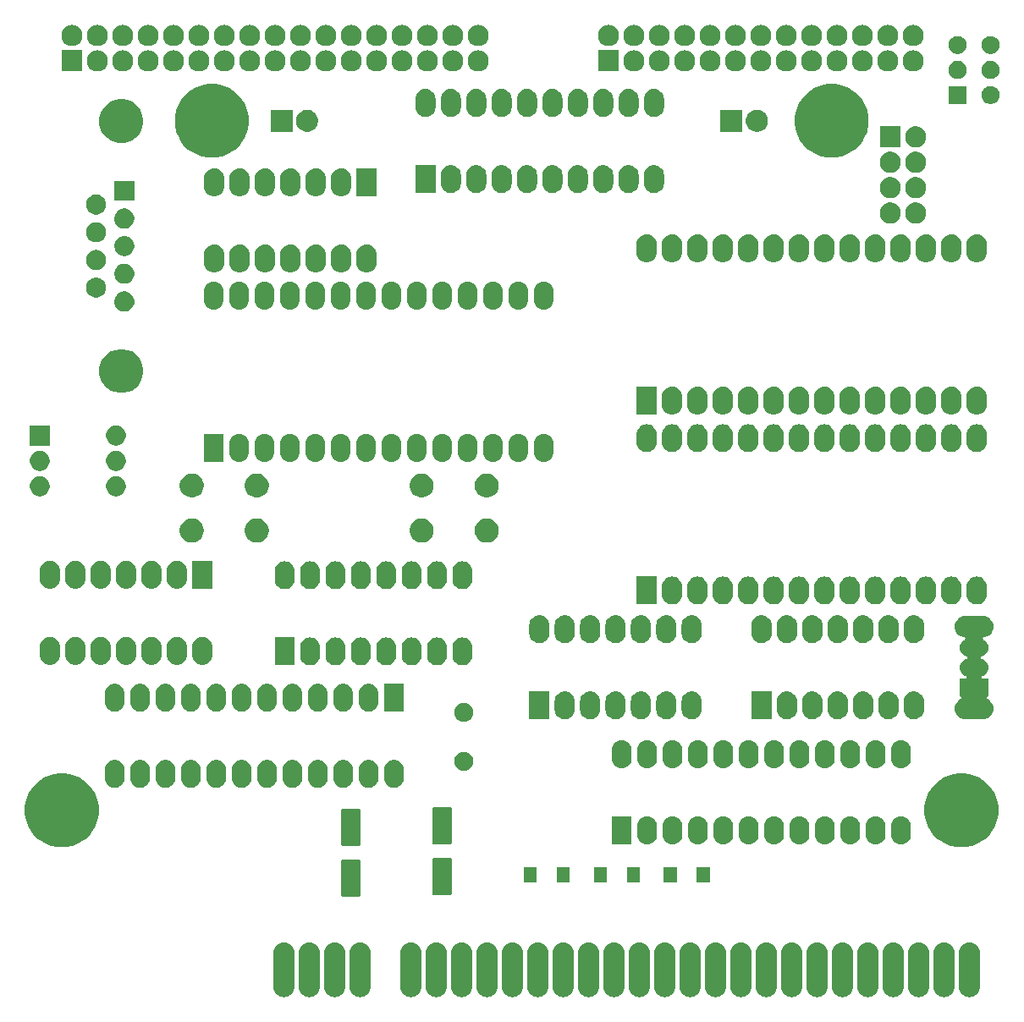
<source format=gts>
G04 #@! TF.GenerationSoftware,KiCad,Pcbnew,(5.1.6)-1*
G04 #@! TF.CreationDate,2020-11-25T06:28:35+02:00*
G04 #@! TF.ProjectId,PlusD_Clone_1_5,506c7573-445f-4436-9c6f-6e655f315f35,rev?*
G04 #@! TF.SameCoordinates,Original*
G04 #@! TF.FileFunction,Soldermask,Top*
G04 #@! TF.FilePolarity,Negative*
%FSLAX46Y46*%
G04 Gerber Fmt 4.6, Leading zero omitted, Abs format (unit mm)*
G04 Created by KiCad (PCBNEW (5.1.6)-1) date 2020-11-25 06:28:35*
%MOMM*%
%LPD*%
G01*
G04 APERTURE LIST*
%ADD10C,0.100000*%
G04 APERTURE END LIST*
D10*
G36*
X141231480Y-119235757D02*
G01*
X141436758Y-119298027D01*
X141625943Y-119399149D01*
X141791765Y-119535235D01*
X141903448Y-119671322D01*
X141927852Y-119701058D01*
X142028972Y-119890239D01*
X142028973Y-119890241D01*
X142091243Y-120095519D01*
X142107000Y-120255503D01*
X142107000Y-123664497D01*
X142091243Y-123824481D01*
X142028973Y-124029759D01*
X142028972Y-124029761D01*
X141927852Y-124218942D01*
X141791765Y-124384765D01*
X141625942Y-124520852D01*
X141436761Y-124621972D01*
X141436759Y-124621973D01*
X141231481Y-124684243D01*
X141018000Y-124705269D01*
X140804520Y-124684243D01*
X140599242Y-124621973D01*
X140599240Y-124621972D01*
X140410059Y-124520852D01*
X140244236Y-124384765D01*
X140108149Y-124218942D01*
X140007029Y-124029761D01*
X140007028Y-124029759D01*
X139944758Y-123824481D01*
X139929001Y-123664497D01*
X139929000Y-120255504D01*
X139944757Y-120095520D01*
X140007027Y-119890242D01*
X140108149Y-119701057D01*
X140244235Y-119535235D01*
X140410057Y-119399149D01*
X140410056Y-119399149D01*
X140410058Y-119399148D01*
X140599239Y-119298028D01*
X140599241Y-119298027D01*
X140804519Y-119235757D01*
X141018000Y-119214731D01*
X141231480Y-119235757D01*
G37*
G36*
X125991480Y-119235757D02*
G01*
X126196758Y-119298027D01*
X126385943Y-119399149D01*
X126551765Y-119535235D01*
X126663448Y-119671322D01*
X126687852Y-119701058D01*
X126788972Y-119890239D01*
X126788973Y-119890241D01*
X126851243Y-120095519D01*
X126867000Y-120255503D01*
X126867000Y-123664497D01*
X126851243Y-123824481D01*
X126788973Y-124029759D01*
X126788972Y-124029761D01*
X126687852Y-124218942D01*
X126551765Y-124384765D01*
X126385942Y-124520852D01*
X126196761Y-124621972D01*
X126196759Y-124621973D01*
X125991481Y-124684243D01*
X125778000Y-124705269D01*
X125564520Y-124684243D01*
X125359242Y-124621973D01*
X125359240Y-124621972D01*
X125170059Y-124520852D01*
X125004236Y-124384765D01*
X124868149Y-124218942D01*
X124767029Y-124029761D01*
X124767028Y-124029759D01*
X124704758Y-123824481D01*
X124689001Y-123664497D01*
X124689000Y-120255504D01*
X124704757Y-120095520D01*
X124767027Y-119890242D01*
X124868149Y-119701057D01*
X125004235Y-119535235D01*
X125170057Y-119399149D01*
X125170056Y-119399149D01*
X125170058Y-119399148D01*
X125359239Y-119298028D01*
X125359241Y-119298027D01*
X125564519Y-119235757D01*
X125778000Y-119214731D01*
X125991480Y-119235757D01*
G37*
G36*
X95511480Y-119235757D02*
G01*
X95716758Y-119298027D01*
X95905943Y-119399149D01*
X96071765Y-119535235D01*
X96183448Y-119671322D01*
X96207852Y-119701058D01*
X96308972Y-119890239D01*
X96308973Y-119890241D01*
X96371243Y-120095519D01*
X96387000Y-120255503D01*
X96387000Y-123664497D01*
X96371243Y-123824481D01*
X96308973Y-124029759D01*
X96308972Y-124029761D01*
X96207852Y-124218942D01*
X96071765Y-124384765D01*
X95905942Y-124520852D01*
X95716761Y-124621972D01*
X95716759Y-124621973D01*
X95511481Y-124684243D01*
X95298000Y-124705269D01*
X95084520Y-124684243D01*
X94879242Y-124621973D01*
X94879240Y-124621972D01*
X94690059Y-124520852D01*
X94524236Y-124384765D01*
X94388149Y-124218942D01*
X94287029Y-124029761D01*
X94287028Y-124029759D01*
X94224758Y-123824481D01*
X94209001Y-123664497D01*
X94209000Y-120255504D01*
X94224757Y-120095520D01*
X94287027Y-119890242D01*
X94388149Y-119701057D01*
X94524235Y-119535235D01*
X94690057Y-119399149D01*
X94690056Y-119399149D01*
X94690058Y-119399148D01*
X94879239Y-119298028D01*
X94879241Y-119298027D01*
X95084519Y-119235757D01*
X95298000Y-119214731D01*
X95511480Y-119235757D01*
G37*
G36*
X98051480Y-119235757D02*
G01*
X98256758Y-119298027D01*
X98445943Y-119399149D01*
X98611765Y-119535235D01*
X98723448Y-119671322D01*
X98747852Y-119701058D01*
X98848972Y-119890239D01*
X98848973Y-119890241D01*
X98911243Y-120095519D01*
X98927000Y-120255503D01*
X98927000Y-123664497D01*
X98911243Y-123824481D01*
X98848973Y-124029759D01*
X98848972Y-124029761D01*
X98747852Y-124218942D01*
X98611765Y-124384765D01*
X98445942Y-124520852D01*
X98256761Y-124621972D01*
X98256759Y-124621973D01*
X98051481Y-124684243D01*
X97838000Y-124705269D01*
X97624520Y-124684243D01*
X97419242Y-124621973D01*
X97419240Y-124621972D01*
X97230059Y-124520852D01*
X97064236Y-124384765D01*
X96928149Y-124218942D01*
X96827029Y-124029761D01*
X96827028Y-124029759D01*
X96764758Y-123824481D01*
X96749001Y-123664497D01*
X96749000Y-120255504D01*
X96764757Y-120095520D01*
X96827027Y-119890242D01*
X96928149Y-119701057D01*
X97064235Y-119535235D01*
X97230057Y-119399149D01*
X97230056Y-119399149D01*
X97230058Y-119399148D01*
X97419239Y-119298028D01*
X97419241Y-119298027D01*
X97624519Y-119235757D01*
X97838000Y-119214731D01*
X98051480Y-119235757D01*
G37*
G36*
X105671480Y-119235757D02*
G01*
X105876758Y-119298027D01*
X106065943Y-119399149D01*
X106231765Y-119535235D01*
X106343448Y-119671322D01*
X106367852Y-119701058D01*
X106468972Y-119890239D01*
X106468973Y-119890241D01*
X106531243Y-120095519D01*
X106547000Y-120255503D01*
X106547000Y-123664497D01*
X106531243Y-123824481D01*
X106468973Y-124029759D01*
X106468972Y-124029761D01*
X106367852Y-124218942D01*
X106231765Y-124384765D01*
X106065942Y-124520852D01*
X105876761Y-124621972D01*
X105876759Y-124621973D01*
X105671481Y-124684243D01*
X105458000Y-124705269D01*
X105244520Y-124684243D01*
X105039242Y-124621973D01*
X105039240Y-124621972D01*
X104850059Y-124520852D01*
X104684236Y-124384765D01*
X104548149Y-124218942D01*
X104447029Y-124029761D01*
X104447028Y-124029759D01*
X104384758Y-123824481D01*
X104369001Y-123664497D01*
X104369000Y-120255504D01*
X104384757Y-120095520D01*
X104447027Y-119890242D01*
X104548149Y-119701057D01*
X104684235Y-119535235D01*
X104850057Y-119399149D01*
X104850056Y-119399149D01*
X104850058Y-119399148D01*
X105039239Y-119298028D01*
X105039241Y-119298027D01*
X105244519Y-119235757D01*
X105458000Y-119214731D01*
X105671480Y-119235757D01*
G37*
G36*
X113291480Y-119235757D02*
G01*
X113496758Y-119298027D01*
X113685943Y-119399149D01*
X113851765Y-119535235D01*
X113963448Y-119671322D01*
X113987852Y-119701058D01*
X114088972Y-119890239D01*
X114088973Y-119890241D01*
X114151243Y-120095519D01*
X114167000Y-120255503D01*
X114167000Y-123664497D01*
X114151243Y-123824481D01*
X114088973Y-124029759D01*
X114088972Y-124029761D01*
X113987852Y-124218942D01*
X113851765Y-124384765D01*
X113685942Y-124520852D01*
X113496761Y-124621972D01*
X113496759Y-124621973D01*
X113291481Y-124684243D01*
X113078000Y-124705269D01*
X112864520Y-124684243D01*
X112659242Y-124621973D01*
X112659240Y-124621972D01*
X112470059Y-124520852D01*
X112304236Y-124384765D01*
X112168149Y-124218942D01*
X112067029Y-124029761D01*
X112067028Y-124029759D01*
X112004758Y-123824481D01*
X111989001Y-123664497D01*
X111989000Y-120255504D01*
X112004757Y-120095520D01*
X112067027Y-119890242D01*
X112168149Y-119701057D01*
X112304235Y-119535235D01*
X112470057Y-119399149D01*
X112470056Y-119399149D01*
X112470058Y-119399148D01*
X112659239Y-119298028D01*
X112659241Y-119298027D01*
X112864519Y-119235757D01*
X113078000Y-119214731D01*
X113291480Y-119235757D01*
G37*
G36*
X110751480Y-119235757D02*
G01*
X110956758Y-119298027D01*
X111145943Y-119399149D01*
X111311765Y-119535235D01*
X111423448Y-119671322D01*
X111447852Y-119701058D01*
X111548972Y-119890239D01*
X111548973Y-119890241D01*
X111611243Y-120095519D01*
X111627000Y-120255503D01*
X111627000Y-123664497D01*
X111611243Y-123824481D01*
X111548973Y-124029759D01*
X111548972Y-124029761D01*
X111447852Y-124218942D01*
X111311765Y-124384765D01*
X111145942Y-124520852D01*
X110956761Y-124621972D01*
X110956759Y-124621973D01*
X110751481Y-124684243D01*
X110538000Y-124705269D01*
X110324520Y-124684243D01*
X110119242Y-124621973D01*
X110119240Y-124621972D01*
X109930059Y-124520852D01*
X109764236Y-124384765D01*
X109628149Y-124218942D01*
X109527029Y-124029761D01*
X109527028Y-124029759D01*
X109464758Y-123824481D01*
X109449001Y-123664497D01*
X109449000Y-120255504D01*
X109464757Y-120095520D01*
X109527027Y-119890242D01*
X109628149Y-119701057D01*
X109764235Y-119535235D01*
X109930057Y-119399149D01*
X109930056Y-119399149D01*
X109930058Y-119399148D01*
X110119239Y-119298028D01*
X110119241Y-119298027D01*
X110324519Y-119235757D01*
X110538000Y-119214731D01*
X110751480Y-119235757D01*
G37*
G36*
X108211480Y-119235757D02*
G01*
X108416758Y-119298027D01*
X108605943Y-119399149D01*
X108771765Y-119535235D01*
X108883448Y-119671322D01*
X108907852Y-119701058D01*
X109008972Y-119890239D01*
X109008973Y-119890241D01*
X109071243Y-120095519D01*
X109087000Y-120255503D01*
X109087000Y-123664497D01*
X109071243Y-123824481D01*
X109008973Y-124029759D01*
X109008972Y-124029761D01*
X108907852Y-124218942D01*
X108771765Y-124384765D01*
X108605942Y-124520852D01*
X108416761Y-124621972D01*
X108416759Y-124621973D01*
X108211481Y-124684243D01*
X107998000Y-124705269D01*
X107784520Y-124684243D01*
X107579242Y-124621973D01*
X107579240Y-124621972D01*
X107390059Y-124520852D01*
X107224236Y-124384765D01*
X107088149Y-124218942D01*
X106987029Y-124029761D01*
X106987028Y-124029759D01*
X106924758Y-123824481D01*
X106909001Y-123664497D01*
X106909000Y-120255504D01*
X106924757Y-120095520D01*
X106987027Y-119890242D01*
X107088149Y-119701057D01*
X107224235Y-119535235D01*
X107390057Y-119399149D01*
X107390056Y-119399149D01*
X107390058Y-119399148D01*
X107579239Y-119298028D01*
X107579241Y-119298027D01*
X107784519Y-119235757D01*
X107998000Y-119214731D01*
X108211480Y-119235757D01*
G37*
G36*
X115831480Y-119235757D02*
G01*
X116036758Y-119298027D01*
X116225943Y-119399149D01*
X116391765Y-119535235D01*
X116503448Y-119671322D01*
X116527852Y-119701058D01*
X116628972Y-119890239D01*
X116628973Y-119890241D01*
X116691243Y-120095519D01*
X116707000Y-120255503D01*
X116707000Y-123664497D01*
X116691243Y-123824481D01*
X116628973Y-124029759D01*
X116628972Y-124029761D01*
X116527852Y-124218942D01*
X116391765Y-124384765D01*
X116225942Y-124520852D01*
X116036761Y-124621972D01*
X116036759Y-124621973D01*
X115831481Y-124684243D01*
X115618000Y-124705269D01*
X115404520Y-124684243D01*
X115199242Y-124621973D01*
X115199240Y-124621972D01*
X115010059Y-124520852D01*
X114844236Y-124384765D01*
X114708149Y-124218942D01*
X114607029Y-124029761D01*
X114607028Y-124029759D01*
X114544758Y-123824481D01*
X114529001Y-123664497D01*
X114529000Y-120255504D01*
X114544757Y-120095520D01*
X114607027Y-119890242D01*
X114708149Y-119701057D01*
X114844235Y-119535235D01*
X115010057Y-119399149D01*
X115010056Y-119399149D01*
X115010058Y-119399148D01*
X115199239Y-119298028D01*
X115199241Y-119298027D01*
X115404519Y-119235757D01*
X115618000Y-119214731D01*
X115831480Y-119235757D01*
G37*
G36*
X90431480Y-119235757D02*
G01*
X90636758Y-119298027D01*
X90825943Y-119399149D01*
X90991765Y-119535235D01*
X91103448Y-119671322D01*
X91127852Y-119701058D01*
X91228972Y-119890239D01*
X91228973Y-119890241D01*
X91291243Y-120095519D01*
X91307000Y-120255503D01*
X91307000Y-123664497D01*
X91291243Y-123824481D01*
X91228973Y-124029759D01*
X91228972Y-124029761D01*
X91127852Y-124218942D01*
X90991765Y-124384765D01*
X90825942Y-124520852D01*
X90636761Y-124621972D01*
X90636759Y-124621973D01*
X90431481Y-124684243D01*
X90218000Y-124705269D01*
X90004520Y-124684243D01*
X89799242Y-124621973D01*
X89799240Y-124621972D01*
X89610059Y-124520852D01*
X89444236Y-124384765D01*
X89308149Y-124218942D01*
X89207029Y-124029761D01*
X89207028Y-124029759D01*
X89144758Y-123824481D01*
X89129001Y-123664497D01*
X89129000Y-120255504D01*
X89144757Y-120095520D01*
X89207027Y-119890242D01*
X89308149Y-119701057D01*
X89444235Y-119535235D01*
X89610057Y-119399149D01*
X89610056Y-119399149D01*
X89610058Y-119399148D01*
X89799239Y-119298028D01*
X89799241Y-119298027D01*
X90004519Y-119235757D01*
X90218000Y-119214731D01*
X90431480Y-119235757D01*
G37*
G36*
X92971480Y-119235757D02*
G01*
X93176758Y-119298027D01*
X93365943Y-119399149D01*
X93531765Y-119535235D01*
X93643448Y-119671322D01*
X93667852Y-119701058D01*
X93768972Y-119890239D01*
X93768973Y-119890241D01*
X93831243Y-120095519D01*
X93847000Y-120255503D01*
X93847000Y-123664497D01*
X93831243Y-123824481D01*
X93768973Y-124029759D01*
X93768972Y-124029761D01*
X93667852Y-124218942D01*
X93531765Y-124384765D01*
X93365942Y-124520852D01*
X93176761Y-124621972D01*
X93176759Y-124621973D01*
X92971481Y-124684243D01*
X92758000Y-124705269D01*
X92544520Y-124684243D01*
X92339242Y-124621973D01*
X92339240Y-124621972D01*
X92150059Y-124520852D01*
X91984236Y-124384765D01*
X91848149Y-124218942D01*
X91747029Y-124029761D01*
X91747028Y-124029759D01*
X91684758Y-123824481D01*
X91669001Y-123664497D01*
X91669000Y-120255504D01*
X91684757Y-120095520D01*
X91747027Y-119890242D01*
X91848149Y-119701057D01*
X91984235Y-119535235D01*
X92150057Y-119399149D01*
X92150056Y-119399149D01*
X92150058Y-119399148D01*
X92339239Y-119298028D01*
X92339241Y-119298027D01*
X92544519Y-119235757D01*
X92758000Y-119214731D01*
X92971480Y-119235757D01*
G37*
G36*
X103131480Y-119235757D02*
G01*
X103336758Y-119298027D01*
X103525943Y-119399149D01*
X103691765Y-119535235D01*
X103803448Y-119671322D01*
X103827852Y-119701058D01*
X103928972Y-119890239D01*
X103928973Y-119890241D01*
X103991243Y-120095519D01*
X104007000Y-120255503D01*
X104007000Y-123664497D01*
X103991243Y-123824481D01*
X103928973Y-124029759D01*
X103928972Y-124029761D01*
X103827852Y-124218942D01*
X103691765Y-124384765D01*
X103525942Y-124520852D01*
X103336761Y-124621972D01*
X103336759Y-124621973D01*
X103131481Y-124684243D01*
X102918000Y-124705269D01*
X102704520Y-124684243D01*
X102499242Y-124621973D01*
X102499240Y-124621972D01*
X102310059Y-124520852D01*
X102144236Y-124384765D01*
X102008149Y-124218942D01*
X101907029Y-124029761D01*
X101907028Y-124029759D01*
X101844758Y-123824481D01*
X101829001Y-123664497D01*
X101829000Y-120255504D01*
X101844757Y-120095520D01*
X101907027Y-119890242D01*
X102008149Y-119701057D01*
X102144235Y-119535235D01*
X102310057Y-119399149D01*
X102310056Y-119399149D01*
X102310058Y-119399148D01*
X102499239Y-119298028D01*
X102499241Y-119298027D01*
X102704519Y-119235757D01*
X102918000Y-119214731D01*
X103131480Y-119235757D01*
G37*
G36*
X118371480Y-119235757D02*
G01*
X118576758Y-119298027D01*
X118765943Y-119399149D01*
X118931765Y-119535235D01*
X119043448Y-119671322D01*
X119067852Y-119701058D01*
X119168972Y-119890239D01*
X119168973Y-119890241D01*
X119231243Y-120095519D01*
X119247000Y-120255503D01*
X119247000Y-123664497D01*
X119231243Y-123824481D01*
X119168973Y-124029759D01*
X119168972Y-124029761D01*
X119067852Y-124218942D01*
X118931765Y-124384765D01*
X118765942Y-124520852D01*
X118576761Y-124621972D01*
X118576759Y-124621973D01*
X118371481Y-124684243D01*
X118158000Y-124705269D01*
X117944520Y-124684243D01*
X117739242Y-124621973D01*
X117739240Y-124621972D01*
X117550059Y-124520852D01*
X117384236Y-124384765D01*
X117248149Y-124218942D01*
X117147029Y-124029761D01*
X117147028Y-124029759D01*
X117084758Y-123824481D01*
X117069001Y-123664497D01*
X117069000Y-120255504D01*
X117084757Y-120095520D01*
X117147027Y-119890242D01*
X117248149Y-119701057D01*
X117384235Y-119535235D01*
X117550057Y-119399149D01*
X117550056Y-119399149D01*
X117550058Y-119399148D01*
X117739239Y-119298028D01*
X117739241Y-119298027D01*
X117944519Y-119235757D01*
X118158000Y-119214731D01*
X118371480Y-119235757D01*
G37*
G36*
X123451480Y-119235757D02*
G01*
X123656758Y-119298027D01*
X123845943Y-119399149D01*
X124011765Y-119535235D01*
X124123448Y-119671322D01*
X124147852Y-119701058D01*
X124248972Y-119890239D01*
X124248973Y-119890241D01*
X124311243Y-120095519D01*
X124327000Y-120255503D01*
X124327000Y-123664497D01*
X124311243Y-123824481D01*
X124248973Y-124029759D01*
X124248972Y-124029761D01*
X124147852Y-124218942D01*
X124011765Y-124384765D01*
X123845942Y-124520852D01*
X123656761Y-124621972D01*
X123656759Y-124621973D01*
X123451481Y-124684243D01*
X123238000Y-124705269D01*
X123024520Y-124684243D01*
X122819242Y-124621973D01*
X122819240Y-124621972D01*
X122630059Y-124520852D01*
X122464236Y-124384765D01*
X122328149Y-124218942D01*
X122227029Y-124029761D01*
X122227028Y-124029759D01*
X122164758Y-123824481D01*
X122149001Y-123664497D01*
X122149000Y-120255504D01*
X122164757Y-120095520D01*
X122227027Y-119890242D01*
X122328149Y-119701057D01*
X122464235Y-119535235D01*
X122630057Y-119399149D01*
X122630056Y-119399149D01*
X122630058Y-119399148D01*
X122819239Y-119298028D01*
X122819241Y-119298027D01*
X123024519Y-119235757D01*
X123238000Y-119214731D01*
X123451480Y-119235757D01*
G37*
G36*
X148851480Y-119235757D02*
G01*
X149056758Y-119298027D01*
X149245943Y-119399149D01*
X149411765Y-119535235D01*
X149523448Y-119671322D01*
X149547852Y-119701058D01*
X149648972Y-119890239D01*
X149648973Y-119890241D01*
X149711243Y-120095519D01*
X149727000Y-120255503D01*
X149727000Y-123664497D01*
X149711243Y-123824481D01*
X149648973Y-124029759D01*
X149648972Y-124029761D01*
X149547852Y-124218942D01*
X149411765Y-124384765D01*
X149245942Y-124520852D01*
X149056761Y-124621972D01*
X149056759Y-124621973D01*
X148851481Y-124684243D01*
X148638000Y-124705269D01*
X148424520Y-124684243D01*
X148219242Y-124621973D01*
X148219240Y-124621972D01*
X148030059Y-124520852D01*
X147864236Y-124384765D01*
X147728149Y-124218942D01*
X147627029Y-124029761D01*
X147627028Y-124029759D01*
X147564758Y-123824481D01*
X147549001Y-123664497D01*
X147549000Y-120255504D01*
X147564757Y-120095520D01*
X147627027Y-119890242D01*
X147728149Y-119701057D01*
X147864235Y-119535235D01*
X148030057Y-119399149D01*
X148030056Y-119399149D01*
X148030058Y-119399148D01*
X148219239Y-119298028D01*
X148219241Y-119298027D01*
X148424519Y-119235757D01*
X148638000Y-119214731D01*
X148851480Y-119235757D01*
G37*
G36*
X120911480Y-119235757D02*
G01*
X121116758Y-119298027D01*
X121305943Y-119399149D01*
X121471765Y-119535235D01*
X121583448Y-119671322D01*
X121607852Y-119701058D01*
X121708972Y-119890239D01*
X121708973Y-119890241D01*
X121771243Y-120095519D01*
X121787000Y-120255503D01*
X121787000Y-123664497D01*
X121771243Y-123824481D01*
X121708973Y-124029759D01*
X121708972Y-124029761D01*
X121607852Y-124218942D01*
X121471765Y-124384765D01*
X121305942Y-124520852D01*
X121116761Y-124621972D01*
X121116759Y-124621973D01*
X120911481Y-124684243D01*
X120698000Y-124705269D01*
X120484520Y-124684243D01*
X120279242Y-124621973D01*
X120279240Y-124621972D01*
X120090059Y-124520852D01*
X119924236Y-124384765D01*
X119788149Y-124218942D01*
X119687029Y-124029761D01*
X119687028Y-124029759D01*
X119624758Y-123824481D01*
X119609001Y-123664497D01*
X119609000Y-120255504D01*
X119624757Y-120095520D01*
X119687027Y-119890242D01*
X119788149Y-119701057D01*
X119924235Y-119535235D01*
X120090057Y-119399149D01*
X120090056Y-119399149D01*
X120090058Y-119399148D01*
X120279239Y-119298028D01*
X120279241Y-119298027D01*
X120484519Y-119235757D01*
X120698000Y-119214731D01*
X120911480Y-119235757D01*
G37*
G36*
X153931480Y-119235757D02*
G01*
X154136758Y-119298027D01*
X154325943Y-119399149D01*
X154491765Y-119535235D01*
X154603448Y-119671322D01*
X154627852Y-119701058D01*
X154728972Y-119890239D01*
X154728973Y-119890241D01*
X154791243Y-120095519D01*
X154807000Y-120255503D01*
X154807000Y-123664497D01*
X154791243Y-123824481D01*
X154728973Y-124029759D01*
X154728972Y-124029761D01*
X154627852Y-124218942D01*
X154491765Y-124384765D01*
X154325942Y-124520852D01*
X154136761Y-124621972D01*
X154136759Y-124621973D01*
X153931481Y-124684243D01*
X153718000Y-124705269D01*
X153504520Y-124684243D01*
X153299242Y-124621973D01*
X153299240Y-124621972D01*
X153110059Y-124520852D01*
X152944236Y-124384765D01*
X152808149Y-124218942D01*
X152707029Y-124029761D01*
X152707028Y-124029759D01*
X152644758Y-123824481D01*
X152629001Y-123664497D01*
X152629000Y-120255504D01*
X152644757Y-120095520D01*
X152707027Y-119890242D01*
X152808149Y-119701057D01*
X152944235Y-119535235D01*
X153110057Y-119399149D01*
X153110056Y-119399149D01*
X153110058Y-119399148D01*
X153299239Y-119298028D01*
X153299241Y-119298027D01*
X153504519Y-119235757D01*
X153718000Y-119214731D01*
X153931480Y-119235757D01*
G37*
G36*
X146311480Y-119235757D02*
G01*
X146516758Y-119298027D01*
X146705943Y-119399149D01*
X146871765Y-119535235D01*
X146983448Y-119671322D01*
X147007852Y-119701058D01*
X147108972Y-119890239D01*
X147108973Y-119890241D01*
X147171243Y-120095519D01*
X147187000Y-120255503D01*
X147187000Y-123664497D01*
X147171243Y-123824481D01*
X147108973Y-124029759D01*
X147108972Y-124029761D01*
X147007852Y-124218942D01*
X146871765Y-124384765D01*
X146705942Y-124520852D01*
X146516761Y-124621972D01*
X146516759Y-124621973D01*
X146311481Y-124684243D01*
X146098000Y-124705269D01*
X145884520Y-124684243D01*
X145679242Y-124621973D01*
X145679240Y-124621972D01*
X145490059Y-124520852D01*
X145324236Y-124384765D01*
X145188149Y-124218942D01*
X145087029Y-124029761D01*
X145087028Y-124029759D01*
X145024758Y-123824481D01*
X145009001Y-123664497D01*
X145009000Y-120255504D01*
X145024757Y-120095520D01*
X145087027Y-119890242D01*
X145188149Y-119701057D01*
X145324235Y-119535235D01*
X145490057Y-119399149D01*
X145490056Y-119399149D01*
X145490058Y-119399148D01*
X145679239Y-119298028D01*
X145679241Y-119298027D01*
X145884519Y-119235757D01*
X146098000Y-119214731D01*
X146311480Y-119235757D01*
G37*
G36*
X136151480Y-119235757D02*
G01*
X136356758Y-119298027D01*
X136545943Y-119399149D01*
X136711765Y-119535235D01*
X136823448Y-119671322D01*
X136847852Y-119701058D01*
X136948972Y-119890239D01*
X136948973Y-119890241D01*
X137011243Y-120095519D01*
X137027000Y-120255503D01*
X137027000Y-123664497D01*
X137011243Y-123824481D01*
X136948973Y-124029759D01*
X136948972Y-124029761D01*
X136847852Y-124218942D01*
X136711765Y-124384765D01*
X136545942Y-124520852D01*
X136356761Y-124621972D01*
X136356759Y-124621973D01*
X136151481Y-124684243D01*
X135938000Y-124705269D01*
X135724520Y-124684243D01*
X135519242Y-124621973D01*
X135519240Y-124621972D01*
X135330059Y-124520852D01*
X135164236Y-124384765D01*
X135028149Y-124218942D01*
X134927029Y-124029761D01*
X134927028Y-124029759D01*
X134864758Y-123824481D01*
X134849001Y-123664497D01*
X134849000Y-120255504D01*
X134864757Y-120095520D01*
X134927027Y-119890242D01*
X135028149Y-119701057D01*
X135164235Y-119535235D01*
X135330057Y-119399149D01*
X135330056Y-119399149D01*
X135330058Y-119399148D01*
X135519239Y-119298028D01*
X135519241Y-119298027D01*
X135724519Y-119235757D01*
X135938000Y-119214731D01*
X136151480Y-119235757D01*
G37*
G36*
X159011480Y-119235757D02*
G01*
X159216758Y-119298027D01*
X159405943Y-119399149D01*
X159571765Y-119535235D01*
X159683448Y-119671322D01*
X159707852Y-119701058D01*
X159808972Y-119890239D01*
X159808973Y-119890241D01*
X159871243Y-120095519D01*
X159887000Y-120255503D01*
X159887000Y-123664497D01*
X159871243Y-123824481D01*
X159808973Y-124029759D01*
X159808972Y-124029761D01*
X159707852Y-124218942D01*
X159571765Y-124384765D01*
X159405942Y-124520852D01*
X159216761Y-124621972D01*
X159216759Y-124621973D01*
X159011481Y-124684243D01*
X158798000Y-124705269D01*
X158584520Y-124684243D01*
X158379242Y-124621973D01*
X158379240Y-124621972D01*
X158190059Y-124520852D01*
X158024236Y-124384765D01*
X157888149Y-124218942D01*
X157787029Y-124029761D01*
X157787028Y-124029759D01*
X157724758Y-123824481D01*
X157709001Y-123664497D01*
X157709000Y-120255504D01*
X157724757Y-120095520D01*
X157787027Y-119890242D01*
X157888149Y-119701057D01*
X158024235Y-119535235D01*
X158190057Y-119399149D01*
X158190056Y-119399149D01*
X158190058Y-119399148D01*
X158379239Y-119298028D01*
X158379241Y-119298027D01*
X158584519Y-119235757D01*
X158798000Y-119214731D01*
X159011480Y-119235757D01*
G37*
G36*
X156471480Y-119235757D02*
G01*
X156676758Y-119298027D01*
X156865943Y-119399149D01*
X157031765Y-119535235D01*
X157143448Y-119671322D01*
X157167852Y-119701058D01*
X157268972Y-119890239D01*
X157268973Y-119890241D01*
X157331243Y-120095519D01*
X157347000Y-120255503D01*
X157347000Y-123664497D01*
X157331243Y-123824481D01*
X157268973Y-124029759D01*
X157268972Y-124029761D01*
X157167852Y-124218942D01*
X157031765Y-124384765D01*
X156865942Y-124520852D01*
X156676761Y-124621972D01*
X156676759Y-124621973D01*
X156471481Y-124684243D01*
X156258000Y-124705269D01*
X156044520Y-124684243D01*
X155839242Y-124621973D01*
X155839240Y-124621972D01*
X155650059Y-124520852D01*
X155484236Y-124384765D01*
X155348149Y-124218942D01*
X155247029Y-124029761D01*
X155247028Y-124029759D01*
X155184758Y-123824481D01*
X155169001Y-123664497D01*
X155169000Y-120255504D01*
X155184757Y-120095520D01*
X155247027Y-119890242D01*
X155348149Y-119701057D01*
X155484235Y-119535235D01*
X155650057Y-119399149D01*
X155650056Y-119399149D01*
X155650058Y-119399148D01*
X155839239Y-119298028D01*
X155839241Y-119298027D01*
X156044519Y-119235757D01*
X156258000Y-119214731D01*
X156471480Y-119235757D01*
G37*
G36*
X151391480Y-119235757D02*
G01*
X151596758Y-119298027D01*
X151785943Y-119399149D01*
X151951765Y-119535235D01*
X152063448Y-119671322D01*
X152087852Y-119701058D01*
X152188972Y-119890239D01*
X152188973Y-119890241D01*
X152251243Y-120095519D01*
X152267000Y-120255503D01*
X152267000Y-123664497D01*
X152251243Y-123824481D01*
X152188973Y-124029759D01*
X152188972Y-124029761D01*
X152087852Y-124218942D01*
X151951765Y-124384765D01*
X151785942Y-124520852D01*
X151596761Y-124621972D01*
X151596759Y-124621973D01*
X151391481Y-124684243D01*
X151178000Y-124705269D01*
X150964520Y-124684243D01*
X150759242Y-124621973D01*
X150759240Y-124621972D01*
X150570059Y-124520852D01*
X150404236Y-124384765D01*
X150268149Y-124218942D01*
X150167029Y-124029761D01*
X150167028Y-124029759D01*
X150104758Y-123824481D01*
X150089001Y-123664497D01*
X150089000Y-120255504D01*
X150104757Y-120095520D01*
X150167027Y-119890242D01*
X150268149Y-119701057D01*
X150404235Y-119535235D01*
X150570057Y-119399149D01*
X150570056Y-119399149D01*
X150570058Y-119399148D01*
X150759239Y-119298028D01*
X150759241Y-119298027D01*
X150964519Y-119235757D01*
X151178000Y-119214731D01*
X151391480Y-119235757D01*
G37*
G36*
X138691480Y-119235757D02*
G01*
X138896758Y-119298027D01*
X139085943Y-119399149D01*
X139251765Y-119535235D01*
X139363448Y-119671322D01*
X139387852Y-119701058D01*
X139488972Y-119890239D01*
X139488973Y-119890241D01*
X139551243Y-120095519D01*
X139567000Y-120255503D01*
X139567000Y-123664497D01*
X139551243Y-123824481D01*
X139488973Y-124029759D01*
X139488972Y-124029761D01*
X139387852Y-124218942D01*
X139251765Y-124384765D01*
X139085942Y-124520852D01*
X138896761Y-124621972D01*
X138896759Y-124621973D01*
X138691481Y-124684243D01*
X138478000Y-124705269D01*
X138264520Y-124684243D01*
X138059242Y-124621973D01*
X138059240Y-124621972D01*
X137870059Y-124520852D01*
X137704236Y-124384765D01*
X137568149Y-124218942D01*
X137467029Y-124029761D01*
X137467028Y-124029759D01*
X137404758Y-123824481D01*
X137389001Y-123664497D01*
X137389000Y-120255504D01*
X137404757Y-120095520D01*
X137467027Y-119890242D01*
X137568149Y-119701057D01*
X137704235Y-119535235D01*
X137870057Y-119399149D01*
X137870056Y-119399149D01*
X137870058Y-119399148D01*
X138059239Y-119298028D01*
X138059241Y-119298027D01*
X138264519Y-119235757D01*
X138478000Y-119214731D01*
X138691480Y-119235757D01*
G37*
G36*
X143771480Y-119235757D02*
G01*
X143976758Y-119298027D01*
X144165943Y-119399149D01*
X144331765Y-119535235D01*
X144443448Y-119671322D01*
X144467852Y-119701058D01*
X144568972Y-119890239D01*
X144568973Y-119890241D01*
X144631243Y-120095519D01*
X144647000Y-120255503D01*
X144647000Y-123664497D01*
X144631243Y-123824481D01*
X144568973Y-124029759D01*
X144568972Y-124029761D01*
X144467852Y-124218942D01*
X144331765Y-124384765D01*
X144165942Y-124520852D01*
X143976761Y-124621972D01*
X143976759Y-124621973D01*
X143771481Y-124684243D01*
X143558000Y-124705269D01*
X143344520Y-124684243D01*
X143139242Y-124621973D01*
X143139240Y-124621972D01*
X142950059Y-124520852D01*
X142784236Y-124384765D01*
X142648149Y-124218942D01*
X142547029Y-124029761D01*
X142547028Y-124029759D01*
X142484758Y-123824481D01*
X142469001Y-123664497D01*
X142469000Y-120255504D01*
X142484757Y-120095520D01*
X142547027Y-119890242D01*
X142648149Y-119701057D01*
X142784235Y-119535235D01*
X142950057Y-119399149D01*
X142950056Y-119399149D01*
X142950058Y-119399148D01*
X143139239Y-119298028D01*
X143139241Y-119298027D01*
X143344519Y-119235757D01*
X143558000Y-119214731D01*
X143771480Y-119235757D01*
G37*
G36*
X133611480Y-119235757D02*
G01*
X133816758Y-119298027D01*
X134005943Y-119399149D01*
X134171765Y-119535235D01*
X134283448Y-119671322D01*
X134307852Y-119701058D01*
X134408972Y-119890239D01*
X134408973Y-119890241D01*
X134471243Y-120095519D01*
X134487000Y-120255503D01*
X134487000Y-123664497D01*
X134471243Y-123824481D01*
X134408973Y-124029759D01*
X134408972Y-124029761D01*
X134307852Y-124218942D01*
X134171765Y-124384765D01*
X134005942Y-124520852D01*
X133816761Y-124621972D01*
X133816759Y-124621973D01*
X133611481Y-124684243D01*
X133398000Y-124705269D01*
X133184520Y-124684243D01*
X132979242Y-124621973D01*
X132979240Y-124621972D01*
X132790059Y-124520852D01*
X132624236Y-124384765D01*
X132488149Y-124218942D01*
X132387029Y-124029761D01*
X132387028Y-124029759D01*
X132324758Y-123824481D01*
X132309001Y-123664497D01*
X132309000Y-120255504D01*
X132324757Y-120095520D01*
X132387027Y-119890242D01*
X132488149Y-119701057D01*
X132624235Y-119535235D01*
X132790057Y-119399149D01*
X132790056Y-119399149D01*
X132790058Y-119399148D01*
X132979239Y-119298028D01*
X132979241Y-119298027D01*
X133184519Y-119235757D01*
X133398000Y-119214731D01*
X133611480Y-119235757D01*
G37*
G36*
X128531480Y-119235757D02*
G01*
X128736758Y-119298027D01*
X128925943Y-119399149D01*
X129091765Y-119535235D01*
X129203448Y-119671322D01*
X129227852Y-119701058D01*
X129328972Y-119890239D01*
X129328973Y-119890241D01*
X129391243Y-120095519D01*
X129407000Y-120255503D01*
X129407000Y-123664497D01*
X129391243Y-123824481D01*
X129328973Y-124029759D01*
X129328972Y-124029761D01*
X129227852Y-124218942D01*
X129091765Y-124384765D01*
X128925942Y-124520852D01*
X128736761Y-124621972D01*
X128736759Y-124621973D01*
X128531481Y-124684243D01*
X128318000Y-124705269D01*
X128104520Y-124684243D01*
X127899242Y-124621973D01*
X127899240Y-124621972D01*
X127710059Y-124520852D01*
X127544236Y-124384765D01*
X127408149Y-124218942D01*
X127307029Y-124029761D01*
X127307028Y-124029759D01*
X127244758Y-123824481D01*
X127229001Y-123664497D01*
X127229000Y-120255504D01*
X127244757Y-120095520D01*
X127307027Y-119890242D01*
X127408149Y-119701057D01*
X127544235Y-119535235D01*
X127710057Y-119399149D01*
X127710056Y-119399149D01*
X127710058Y-119399148D01*
X127899239Y-119298028D01*
X127899241Y-119298027D01*
X128104519Y-119235757D01*
X128318000Y-119214731D01*
X128531480Y-119235757D01*
G37*
G36*
X131071480Y-119235757D02*
G01*
X131276758Y-119298027D01*
X131465943Y-119399149D01*
X131631765Y-119535235D01*
X131743448Y-119671322D01*
X131767852Y-119701058D01*
X131868972Y-119890239D01*
X131868973Y-119890241D01*
X131931243Y-120095519D01*
X131947000Y-120255503D01*
X131947000Y-123664497D01*
X131931243Y-123824481D01*
X131868973Y-124029759D01*
X131868972Y-124029761D01*
X131767852Y-124218942D01*
X131631765Y-124384765D01*
X131465942Y-124520852D01*
X131276761Y-124621972D01*
X131276759Y-124621973D01*
X131071481Y-124684243D01*
X130858000Y-124705269D01*
X130644520Y-124684243D01*
X130439242Y-124621973D01*
X130439240Y-124621972D01*
X130250059Y-124520852D01*
X130084236Y-124384765D01*
X129948149Y-124218942D01*
X129847029Y-124029761D01*
X129847028Y-124029759D01*
X129784758Y-123824481D01*
X129769001Y-123664497D01*
X129769000Y-120255504D01*
X129784757Y-120095520D01*
X129847027Y-119890242D01*
X129948149Y-119701057D01*
X130084235Y-119535235D01*
X130250057Y-119399149D01*
X130250056Y-119399149D01*
X130250058Y-119399148D01*
X130439239Y-119298028D01*
X130439241Y-119298027D01*
X130644519Y-119235757D01*
X130858000Y-119214731D01*
X131071480Y-119235757D01*
G37*
G36*
X97718517Y-110915946D02*
G01*
X97760908Y-110928805D01*
X97799973Y-110949686D01*
X97834214Y-110977786D01*
X97862314Y-111012027D01*
X97883195Y-111051092D01*
X97896054Y-111093483D01*
X97901000Y-111143703D01*
X97901000Y-114403297D01*
X97896054Y-114453517D01*
X97883195Y-114495908D01*
X97862314Y-114534973D01*
X97834214Y-114569214D01*
X97799973Y-114597314D01*
X97760908Y-114618195D01*
X97718517Y-114631054D01*
X97668297Y-114636000D01*
X96133703Y-114636000D01*
X96083483Y-114631054D01*
X96041092Y-114618195D01*
X96002027Y-114597314D01*
X95967786Y-114569214D01*
X95939686Y-114534973D01*
X95918805Y-114495908D01*
X95905946Y-114453517D01*
X95901000Y-114403297D01*
X95901000Y-111143703D01*
X95905946Y-111093483D01*
X95918805Y-111051092D01*
X95939686Y-111012027D01*
X95967786Y-110977786D01*
X96002027Y-110949686D01*
X96041092Y-110928805D01*
X96083483Y-110915946D01*
X96133703Y-110911000D01*
X97668297Y-110911000D01*
X97718517Y-110915946D01*
G37*
G36*
X106862517Y-110788946D02*
G01*
X106904908Y-110801805D01*
X106943973Y-110822686D01*
X106978214Y-110850786D01*
X107006314Y-110885027D01*
X107027195Y-110924092D01*
X107040054Y-110966483D01*
X107045000Y-111016703D01*
X107045000Y-114276297D01*
X107040054Y-114326517D01*
X107027195Y-114368908D01*
X107006314Y-114407973D01*
X106978214Y-114442214D01*
X106943973Y-114470314D01*
X106904908Y-114491195D01*
X106862517Y-114504054D01*
X106812297Y-114509000D01*
X105277703Y-114509000D01*
X105227483Y-114504054D01*
X105185092Y-114491195D01*
X105146027Y-114470314D01*
X105111786Y-114442214D01*
X105083686Y-114407973D01*
X105062805Y-114368908D01*
X105049946Y-114326517D01*
X105045000Y-114276297D01*
X105045000Y-111016703D01*
X105049946Y-110966483D01*
X105062805Y-110924092D01*
X105083686Y-110885027D01*
X105111786Y-110850786D01*
X105146027Y-110822686D01*
X105185092Y-110801805D01*
X105227483Y-110788946D01*
X105277703Y-110784000D01*
X106812297Y-110784000D01*
X106862517Y-110788946D01*
G37*
G36*
X118814000Y-113259000D02*
G01*
X117514000Y-113259000D01*
X117514000Y-111659000D01*
X118814000Y-111659000D01*
X118814000Y-113259000D01*
G37*
G36*
X115514000Y-113259000D02*
G01*
X114214000Y-113259000D01*
X114214000Y-111659000D01*
X115514000Y-111659000D01*
X115514000Y-113259000D01*
G37*
G36*
X125814000Y-113259000D02*
G01*
X124514000Y-113259000D01*
X124514000Y-111659000D01*
X125814000Y-111659000D01*
X125814000Y-113259000D01*
G37*
G36*
X122514000Y-113259000D02*
G01*
X121214000Y-113259000D01*
X121214000Y-111659000D01*
X122514000Y-111659000D01*
X122514000Y-113259000D01*
G37*
G36*
X132814000Y-113259000D02*
G01*
X131514000Y-113259000D01*
X131514000Y-111659000D01*
X132814000Y-111659000D01*
X132814000Y-113259000D01*
G37*
G36*
X129514000Y-113259000D02*
G01*
X128214000Y-113259000D01*
X128214000Y-111659000D01*
X129514000Y-111659000D01*
X129514000Y-113259000D01*
G37*
G36*
X69079249Y-102442188D02*
G01*
X69752606Y-102721101D01*
X69752607Y-102721102D01*
X70358613Y-103126022D01*
X70873978Y-103641387D01*
X71051263Y-103906713D01*
X71278899Y-104247394D01*
X71557812Y-104920751D01*
X71700000Y-105635580D01*
X71700000Y-106364420D01*
X71557812Y-107079249D01*
X71278899Y-107752606D01*
X71144537Y-107953692D01*
X70873978Y-108358613D01*
X70358613Y-108873978D01*
X70004591Y-109110528D01*
X69752606Y-109278899D01*
X69079249Y-109557812D01*
X68364420Y-109700000D01*
X67635580Y-109700000D01*
X66920751Y-109557812D01*
X66247394Y-109278899D01*
X65995409Y-109110528D01*
X65641387Y-108873978D01*
X65126022Y-108358613D01*
X64855463Y-107953692D01*
X64721101Y-107752606D01*
X64442188Y-107079249D01*
X64300000Y-106364420D01*
X64300000Y-105635580D01*
X64442188Y-104920751D01*
X64721101Y-104247394D01*
X64948737Y-103906713D01*
X65126022Y-103641387D01*
X65641387Y-103126022D01*
X66247393Y-102721102D01*
X66247394Y-102721101D01*
X66920751Y-102442188D01*
X67635580Y-102300000D01*
X68364420Y-102300000D01*
X69079249Y-102442188D01*
G37*
G36*
X159079249Y-102442188D02*
G01*
X159752606Y-102721101D01*
X159752607Y-102721102D01*
X160358613Y-103126022D01*
X160873978Y-103641387D01*
X161051263Y-103906713D01*
X161278899Y-104247394D01*
X161557812Y-104920751D01*
X161700000Y-105635580D01*
X161700000Y-106364420D01*
X161557812Y-107079249D01*
X161278899Y-107752606D01*
X161144537Y-107953692D01*
X160873978Y-108358613D01*
X160358613Y-108873978D01*
X160004591Y-109110528D01*
X159752606Y-109278899D01*
X159079249Y-109557812D01*
X158364420Y-109700000D01*
X157635580Y-109700000D01*
X156920751Y-109557812D01*
X156247394Y-109278899D01*
X155995409Y-109110528D01*
X155641387Y-108873978D01*
X155126022Y-108358613D01*
X154855463Y-107953692D01*
X154721101Y-107752606D01*
X154442188Y-107079249D01*
X154300000Y-106364420D01*
X154300000Y-105635580D01*
X154442188Y-104920751D01*
X154721101Y-104247394D01*
X154948737Y-103906713D01*
X155126022Y-103641387D01*
X155641387Y-103126022D01*
X156247393Y-102721102D01*
X156247394Y-102721101D01*
X156920751Y-102442188D01*
X157635580Y-102300000D01*
X158364420Y-102300000D01*
X159079249Y-102442188D01*
G37*
G36*
X97718517Y-105840946D02*
G01*
X97760908Y-105853805D01*
X97799973Y-105874686D01*
X97834214Y-105902786D01*
X97862314Y-105937027D01*
X97883195Y-105976092D01*
X97896054Y-106018483D01*
X97901000Y-106068703D01*
X97901000Y-109328297D01*
X97896054Y-109378517D01*
X97883195Y-109420908D01*
X97862314Y-109459973D01*
X97834214Y-109494214D01*
X97799973Y-109522314D01*
X97760908Y-109543195D01*
X97718517Y-109556054D01*
X97668297Y-109561000D01*
X96133703Y-109561000D01*
X96083483Y-109556054D01*
X96041092Y-109543195D01*
X96002027Y-109522314D01*
X95967786Y-109494214D01*
X95939686Y-109459973D01*
X95918805Y-109420908D01*
X95905946Y-109378517D01*
X95901000Y-109328297D01*
X95901000Y-106068703D01*
X95905946Y-106018483D01*
X95918805Y-105976092D01*
X95939686Y-105937027D01*
X95967786Y-105902786D01*
X96002027Y-105874686D01*
X96041092Y-105853805D01*
X96083483Y-105840946D01*
X96133703Y-105836000D01*
X97668297Y-105836000D01*
X97718517Y-105840946D01*
G37*
G36*
X106862517Y-105713946D02*
G01*
X106904908Y-105726805D01*
X106943973Y-105747686D01*
X106978214Y-105775786D01*
X107006314Y-105810027D01*
X107027195Y-105849092D01*
X107040054Y-105891483D01*
X107045000Y-105941703D01*
X107045000Y-109201297D01*
X107040054Y-109251517D01*
X107027195Y-109293908D01*
X107006314Y-109332973D01*
X106978214Y-109367214D01*
X106943973Y-109395314D01*
X106904908Y-109416195D01*
X106862517Y-109429054D01*
X106812297Y-109434000D01*
X105277703Y-109434000D01*
X105227483Y-109429054D01*
X105185092Y-109416195D01*
X105146027Y-109395314D01*
X105111786Y-109367214D01*
X105083686Y-109332973D01*
X105062805Y-109293908D01*
X105049946Y-109251517D01*
X105045000Y-109201297D01*
X105045000Y-105941703D01*
X105049946Y-105891483D01*
X105062805Y-105849092D01*
X105083686Y-105810027D01*
X105111786Y-105775786D01*
X105146027Y-105747686D01*
X105185092Y-105726805D01*
X105227483Y-105713946D01*
X105277703Y-105709000D01*
X106812297Y-105709000D01*
X106862517Y-105713946D01*
G37*
G36*
X144516031Y-106614469D02*
G01*
X144610284Y-106643061D01*
X144704534Y-106671651D01*
X144704536Y-106671652D01*
X144878258Y-106764507D01*
X145030528Y-106889472D01*
X145155493Y-107041742D01*
X145248348Y-107215463D01*
X145305531Y-107403968D01*
X145320000Y-107550876D01*
X145320000Y-108449123D01*
X145305531Y-108596031D01*
X145248348Y-108784537D01*
X145155493Y-108958258D01*
X145030528Y-109110528D01*
X144878258Y-109235493D01*
X144739863Y-109309466D01*
X144704535Y-109328349D01*
X144610285Y-109356939D01*
X144516032Y-109385531D01*
X144320000Y-109404838D01*
X144123969Y-109385531D01*
X144029716Y-109356939D01*
X143935466Y-109328349D01*
X143900138Y-109309466D01*
X143761743Y-109235493D01*
X143609473Y-109110528D01*
X143484508Y-108958258D01*
X143391651Y-108784534D01*
X143334469Y-108596035D01*
X143320000Y-108449124D01*
X143320000Y-107550877D01*
X143334469Y-107403969D01*
X143391652Y-107215464D01*
X143484507Y-107041742D01*
X143609472Y-106889472D01*
X143761742Y-106764507D01*
X143935463Y-106671652D01*
X143935465Y-106671651D01*
X144029715Y-106643061D01*
X144123968Y-106614469D01*
X144320000Y-106595162D01*
X144516031Y-106614469D01*
G37*
G36*
X152136031Y-106614469D02*
G01*
X152230284Y-106643061D01*
X152324534Y-106671651D01*
X152324536Y-106671652D01*
X152498258Y-106764507D01*
X152650528Y-106889472D01*
X152775493Y-107041742D01*
X152868348Y-107215463D01*
X152925531Y-107403968D01*
X152940000Y-107550876D01*
X152940000Y-108449123D01*
X152925531Y-108596031D01*
X152868348Y-108784537D01*
X152775493Y-108958258D01*
X152650528Y-109110528D01*
X152498258Y-109235493D01*
X152359863Y-109309466D01*
X152324535Y-109328349D01*
X152230285Y-109356939D01*
X152136032Y-109385531D01*
X151940000Y-109404838D01*
X151743969Y-109385531D01*
X151649716Y-109356939D01*
X151555466Y-109328349D01*
X151520138Y-109309466D01*
X151381743Y-109235493D01*
X151229473Y-109110528D01*
X151104508Y-108958258D01*
X151011651Y-108784534D01*
X150954469Y-108596035D01*
X150940000Y-108449124D01*
X150940000Y-107550877D01*
X150954469Y-107403969D01*
X151011652Y-107215464D01*
X151104507Y-107041742D01*
X151229472Y-106889472D01*
X151381742Y-106764507D01*
X151555463Y-106671652D01*
X151555465Y-106671651D01*
X151649715Y-106643061D01*
X151743968Y-106614469D01*
X151940000Y-106595162D01*
X152136031Y-106614469D01*
G37*
G36*
X149596031Y-106614469D02*
G01*
X149690284Y-106643061D01*
X149784534Y-106671651D01*
X149784536Y-106671652D01*
X149958258Y-106764507D01*
X150110528Y-106889472D01*
X150235493Y-107041742D01*
X150328348Y-107215463D01*
X150385531Y-107403968D01*
X150400000Y-107550876D01*
X150400000Y-108449123D01*
X150385531Y-108596031D01*
X150328348Y-108784537D01*
X150235493Y-108958258D01*
X150110528Y-109110528D01*
X149958258Y-109235493D01*
X149819863Y-109309466D01*
X149784535Y-109328349D01*
X149690285Y-109356939D01*
X149596032Y-109385531D01*
X149400000Y-109404838D01*
X149203969Y-109385531D01*
X149109716Y-109356939D01*
X149015466Y-109328349D01*
X148980138Y-109309466D01*
X148841743Y-109235493D01*
X148689473Y-109110528D01*
X148564508Y-108958258D01*
X148471651Y-108784534D01*
X148414469Y-108596035D01*
X148400000Y-108449124D01*
X148400000Y-107550877D01*
X148414469Y-107403969D01*
X148471652Y-107215464D01*
X148564507Y-107041742D01*
X148689472Y-106889472D01*
X148841742Y-106764507D01*
X149015463Y-106671652D01*
X149015465Y-106671651D01*
X149109715Y-106643061D01*
X149203968Y-106614469D01*
X149400000Y-106595162D01*
X149596031Y-106614469D01*
G37*
G36*
X147056031Y-106614469D02*
G01*
X147150284Y-106643061D01*
X147244534Y-106671651D01*
X147244536Y-106671652D01*
X147418258Y-106764507D01*
X147570528Y-106889472D01*
X147695493Y-107041742D01*
X147788348Y-107215463D01*
X147845531Y-107403968D01*
X147860000Y-107550876D01*
X147860000Y-108449123D01*
X147845531Y-108596031D01*
X147788348Y-108784537D01*
X147695493Y-108958258D01*
X147570528Y-109110528D01*
X147418258Y-109235493D01*
X147279863Y-109309466D01*
X147244535Y-109328349D01*
X147150285Y-109356939D01*
X147056032Y-109385531D01*
X146860000Y-109404838D01*
X146663969Y-109385531D01*
X146569716Y-109356939D01*
X146475466Y-109328349D01*
X146440138Y-109309466D01*
X146301743Y-109235493D01*
X146149473Y-109110528D01*
X146024508Y-108958258D01*
X145931651Y-108784534D01*
X145874469Y-108596035D01*
X145860000Y-108449124D01*
X145860000Y-107550877D01*
X145874469Y-107403969D01*
X145931652Y-107215464D01*
X146024507Y-107041742D01*
X146149472Y-106889472D01*
X146301742Y-106764507D01*
X146475463Y-106671652D01*
X146475465Y-106671651D01*
X146569715Y-106643061D01*
X146663968Y-106614469D01*
X146860000Y-106595162D01*
X147056031Y-106614469D01*
G37*
G36*
X126736031Y-106614469D02*
G01*
X126830284Y-106643061D01*
X126924534Y-106671651D01*
X126924536Y-106671652D01*
X127098258Y-106764507D01*
X127250528Y-106889472D01*
X127375493Y-107041742D01*
X127468348Y-107215463D01*
X127525531Y-107403968D01*
X127540000Y-107550876D01*
X127540000Y-108449123D01*
X127525531Y-108596031D01*
X127468348Y-108784537D01*
X127375493Y-108958258D01*
X127250528Y-109110528D01*
X127098258Y-109235493D01*
X126959863Y-109309466D01*
X126924535Y-109328349D01*
X126830285Y-109356939D01*
X126736032Y-109385531D01*
X126540000Y-109404838D01*
X126343969Y-109385531D01*
X126249716Y-109356939D01*
X126155466Y-109328349D01*
X126120138Y-109309466D01*
X125981743Y-109235493D01*
X125829473Y-109110528D01*
X125704508Y-108958258D01*
X125611651Y-108784534D01*
X125554469Y-108596035D01*
X125540000Y-108449124D01*
X125540000Y-107550877D01*
X125554469Y-107403969D01*
X125611652Y-107215464D01*
X125704507Y-107041742D01*
X125829472Y-106889472D01*
X125981742Y-106764507D01*
X126155463Y-106671652D01*
X126155465Y-106671651D01*
X126249715Y-106643061D01*
X126343968Y-106614469D01*
X126540000Y-106595162D01*
X126736031Y-106614469D01*
G37*
G36*
X129276031Y-106614469D02*
G01*
X129370284Y-106643061D01*
X129464534Y-106671651D01*
X129464536Y-106671652D01*
X129638258Y-106764507D01*
X129790528Y-106889472D01*
X129915493Y-107041742D01*
X130008348Y-107215463D01*
X130065531Y-107403968D01*
X130080000Y-107550876D01*
X130080000Y-108449123D01*
X130065531Y-108596031D01*
X130008348Y-108784537D01*
X129915493Y-108958258D01*
X129790528Y-109110528D01*
X129638258Y-109235493D01*
X129499863Y-109309466D01*
X129464535Y-109328349D01*
X129370285Y-109356939D01*
X129276032Y-109385531D01*
X129080000Y-109404838D01*
X128883969Y-109385531D01*
X128789716Y-109356939D01*
X128695466Y-109328349D01*
X128660138Y-109309466D01*
X128521743Y-109235493D01*
X128369473Y-109110528D01*
X128244508Y-108958258D01*
X128151651Y-108784534D01*
X128094469Y-108596035D01*
X128080000Y-108449124D01*
X128080000Y-107550877D01*
X128094469Y-107403969D01*
X128151652Y-107215464D01*
X128244507Y-107041742D01*
X128369472Y-106889472D01*
X128521742Y-106764507D01*
X128695463Y-106671652D01*
X128695465Y-106671651D01*
X128789715Y-106643061D01*
X128883968Y-106614469D01*
X129080000Y-106595162D01*
X129276031Y-106614469D01*
G37*
G36*
X131816031Y-106614469D02*
G01*
X131910284Y-106643061D01*
X132004534Y-106671651D01*
X132004536Y-106671652D01*
X132178258Y-106764507D01*
X132330528Y-106889472D01*
X132455493Y-107041742D01*
X132548348Y-107215463D01*
X132605531Y-107403968D01*
X132620000Y-107550876D01*
X132620000Y-108449123D01*
X132605531Y-108596031D01*
X132548348Y-108784537D01*
X132455493Y-108958258D01*
X132330528Y-109110528D01*
X132178258Y-109235493D01*
X132039863Y-109309466D01*
X132004535Y-109328349D01*
X131910285Y-109356939D01*
X131816032Y-109385531D01*
X131620000Y-109404838D01*
X131423969Y-109385531D01*
X131329716Y-109356939D01*
X131235466Y-109328349D01*
X131200138Y-109309466D01*
X131061743Y-109235493D01*
X130909473Y-109110528D01*
X130784508Y-108958258D01*
X130691651Y-108784534D01*
X130634469Y-108596035D01*
X130620000Y-108449124D01*
X130620000Y-107550877D01*
X130634469Y-107403969D01*
X130691652Y-107215464D01*
X130784507Y-107041742D01*
X130909472Y-106889472D01*
X131061742Y-106764507D01*
X131235463Y-106671652D01*
X131235465Y-106671651D01*
X131329715Y-106643061D01*
X131423968Y-106614469D01*
X131620000Y-106595162D01*
X131816031Y-106614469D01*
G37*
G36*
X134356031Y-106614469D02*
G01*
X134450284Y-106643061D01*
X134544534Y-106671651D01*
X134544536Y-106671652D01*
X134718258Y-106764507D01*
X134870528Y-106889472D01*
X134995493Y-107041742D01*
X135088348Y-107215463D01*
X135145531Y-107403968D01*
X135160000Y-107550876D01*
X135160000Y-108449123D01*
X135145531Y-108596031D01*
X135088348Y-108784537D01*
X134995493Y-108958258D01*
X134870528Y-109110528D01*
X134718258Y-109235493D01*
X134579863Y-109309466D01*
X134544535Y-109328349D01*
X134450285Y-109356939D01*
X134356032Y-109385531D01*
X134160000Y-109404838D01*
X133963969Y-109385531D01*
X133869716Y-109356939D01*
X133775466Y-109328349D01*
X133740138Y-109309466D01*
X133601743Y-109235493D01*
X133449473Y-109110528D01*
X133324508Y-108958258D01*
X133231651Y-108784534D01*
X133174469Y-108596035D01*
X133160000Y-108449124D01*
X133160000Y-107550877D01*
X133174469Y-107403969D01*
X133231652Y-107215464D01*
X133324507Y-107041742D01*
X133449472Y-106889472D01*
X133601742Y-106764507D01*
X133775463Y-106671652D01*
X133775465Y-106671651D01*
X133869715Y-106643061D01*
X133963968Y-106614469D01*
X134160000Y-106595162D01*
X134356031Y-106614469D01*
G37*
G36*
X136896031Y-106614469D02*
G01*
X136990284Y-106643061D01*
X137084534Y-106671651D01*
X137084536Y-106671652D01*
X137258258Y-106764507D01*
X137410528Y-106889472D01*
X137535493Y-107041742D01*
X137628348Y-107215463D01*
X137685531Y-107403968D01*
X137700000Y-107550876D01*
X137700000Y-108449123D01*
X137685531Y-108596031D01*
X137628348Y-108784537D01*
X137535493Y-108958258D01*
X137410528Y-109110528D01*
X137258258Y-109235493D01*
X137119863Y-109309466D01*
X137084535Y-109328349D01*
X136990285Y-109356939D01*
X136896032Y-109385531D01*
X136700000Y-109404838D01*
X136503969Y-109385531D01*
X136409716Y-109356939D01*
X136315466Y-109328349D01*
X136280138Y-109309466D01*
X136141743Y-109235493D01*
X135989473Y-109110528D01*
X135864508Y-108958258D01*
X135771651Y-108784534D01*
X135714469Y-108596035D01*
X135700000Y-108449124D01*
X135700000Y-107550877D01*
X135714469Y-107403969D01*
X135771652Y-107215464D01*
X135864507Y-107041742D01*
X135989472Y-106889472D01*
X136141742Y-106764507D01*
X136315463Y-106671652D01*
X136315465Y-106671651D01*
X136409715Y-106643061D01*
X136503968Y-106614469D01*
X136700000Y-106595162D01*
X136896031Y-106614469D01*
G37*
G36*
X139436031Y-106614469D02*
G01*
X139530284Y-106643061D01*
X139624534Y-106671651D01*
X139624536Y-106671652D01*
X139798258Y-106764507D01*
X139950528Y-106889472D01*
X140075493Y-107041742D01*
X140168348Y-107215463D01*
X140225531Y-107403968D01*
X140240000Y-107550876D01*
X140240000Y-108449123D01*
X140225531Y-108596031D01*
X140168348Y-108784537D01*
X140075493Y-108958258D01*
X139950528Y-109110528D01*
X139798258Y-109235493D01*
X139659863Y-109309466D01*
X139624535Y-109328349D01*
X139530285Y-109356939D01*
X139436032Y-109385531D01*
X139240000Y-109404838D01*
X139043969Y-109385531D01*
X138949716Y-109356939D01*
X138855466Y-109328349D01*
X138820138Y-109309466D01*
X138681743Y-109235493D01*
X138529473Y-109110528D01*
X138404508Y-108958258D01*
X138311651Y-108784534D01*
X138254469Y-108596035D01*
X138240000Y-108449124D01*
X138240000Y-107550877D01*
X138254469Y-107403969D01*
X138311652Y-107215464D01*
X138404507Y-107041742D01*
X138529472Y-106889472D01*
X138681742Y-106764507D01*
X138855463Y-106671652D01*
X138855465Y-106671651D01*
X138949715Y-106643061D01*
X139043968Y-106614469D01*
X139240000Y-106595162D01*
X139436031Y-106614469D01*
G37*
G36*
X141976031Y-106614469D02*
G01*
X142070284Y-106643061D01*
X142164534Y-106671651D01*
X142164536Y-106671652D01*
X142338258Y-106764507D01*
X142490528Y-106889472D01*
X142615493Y-107041742D01*
X142708348Y-107215463D01*
X142765531Y-107403968D01*
X142780000Y-107550876D01*
X142780000Y-108449123D01*
X142765531Y-108596031D01*
X142708348Y-108784537D01*
X142615493Y-108958258D01*
X142490528Y-109110528D01*
X142338258Y-109235493D01*
X142199863Y-109309466D01*
X142164535Y-109328349D01*
X142070285Y-109356939D01*
X141976032Y-109385531D01*
X141780000Y-109404838D01*
X141583969Y-109385531D01*
X141489716Y-109356939D01*
X141395466Y-109328349D01*
X141360138Y-109309466D01*
X141221743Y-109235493D01*
X141069473Y-109110528D01*
X140944508Y-108958258D01*
X140851651Y-108784534D01*
X140794469Y-108596035D01*
X140780000Y-108449124D01*
X140780000Y-107550877D01*
X140794469Y-107403969D01*
X140851652Y-107215464D01*
X140944507Y-107041742D01*
X141069472Y-106889472D01*
X141221742Y-106764507D01*
X141395463Y-106671652D01*
X141395465Y-106671651D01*
X141489715Y-106643061D01*
X141583968Y-106614469D01*
X141780000Y-106595162D01*
X141976031Y-106614469D01*
G37*
G36*
X125000000Y-109400000D02*
G01*
X123000000Y-109400000D01*
X123000000Y-106600000D01*
X125000000Y-106600000D01*
X125000000Y-109400000D01*
G37*
G36*
X101415032Y-100976469D02*
G01*
X101487437Y-100998433D01*
X101603535Y-101033651D01*
X101603537Y-101033652D01*
X101777258Y-101126507D01*
X101929528Y-101251472D01*
X102054493Y-101403742D01*
X102147348Y-101577463D01*
X102147349Y-101577465D01*
X102175940Y-101671716D01*
X102204531Y-101765969D01*
X102219000Y-101912877D01*
X102219000Y-102811124D01*
X102204531Y-102958032D01*
X102204530Y-102958034D01*
X102153572Y-103126022D01*
X102147348Y-103146537D01*
X102054493Y-103320258D01*
X101929528Y-103472528D01*
X101777258Y-103597493D01*
X101627021Y-103677795D01*
X101603534Y-103690349D01*
X101509284Y-103718939D01*
X101415031Y-103747531D01*
X101219000Y-103766838D01*
X101022968Y-103747531D01*
X100928715Y-103718939D01*
X100834465Y-103690349D01*
X100776202Y-103659207D01*
X100660742Y-103597493D01*
X100508472Y-103472528D01*
X100383507Y-103320258D01*
X100290652Y-103146536D01*
X100233469Y-102958031D01*
X100219000Y-102811123D01*
X100219000Y-101912876D01*
X100233469Y-101765965D01*
X100290651Y-101577466D01*
X100383508Y-101403742D01*
X100508473Y-101251472D01*
X100660743Y-101126507D01*
X100834464Y-101033652D01*
X100834466Y-101033651D01*
X100950564Y-100998433D01*
X101022969Y-100976469D01*
X101219000Y-100957162D01*
X101415032Y-100976469D01*
G37*
G36*
X73475032Y-100976469D02*
G01*
X73547437Y-100998433D01*
X73663535Y-101033651D01*
X73663537Y-101033652D01*
X73837258Y-101126507D01*
X73989528Y-101251472D01*
X74114493Y-101403742D01*
X74207348Y-101577463D01*
X74207349Y-101577465D01*
X74235940Y-101671716D01*
X74264531Y-101765969D01*
X74279000Y-101912877D01*
X74279000Y-102811124D01*
X74264531Y-102958032D01*
X74264530Y-102958034D01*
X74213572Y-103126022D01*
X74207348Y-103146537D01*
X74114493Y-103320258D01*
X73989528Y-103472528D01*
X73837258Y-103597493D01*
X73687021Y-103677795D01*
X73663534Y-103690349D01*
X73569284Y-103718939D01*
X73475031Y-103747531D01*
X73279000Y-103766838D01*
X73082968Y-103747531D01*
X72988715Y-103718939D01*
X72894465Y-103690349D01*
X72836202Y-103659207D01*
X72720742Y-103597493D01*
X72568472Y-103472528D01*
X72443507Y-103320258D01*
X72350652Y-103146536D01*
X72293469Y-102958031D01*
X72279000Y-102811123D01*
X72279000Y-101912876D01*
X72293469Y-101765965D01*
X72350651Y-101577466D01*
X72443508Y-101403742D01*
X72568473Y-101251472D01*
X72720743Y-101126507D01*
X72894464Y-101033652D01*
X72894466Y-101033651D01*
X73010564Y-100998433D01*
X73082969Y-100976469D01*
X73279000Y-100957162D01*
X73475032Y-100976469D01*
G37*
G36*
X98875032Y-100976469D02*
G01*
X98947437Y-100998433D01*
X99063535Y-101033651D01*
X99063537Y-101033652D01*
X99237258Y-101126507D01*
X99389528Y-101251472D01*
X99514493Y-101403742D01*
X99607348Y-101577463D01*
X99607349Y-101577465D01*
X99635940Y-101671716D01*
X99664531Y-101765969D01*
X99679000Y-101912877D01*
X99679000Y-102811124D01*
X99664531Y-102958032D01*
X99664530Y-102958034D01*
X99613572Y-103126022D01*
X99607348Y-103146537D01*
X99514493Y-103320258D01*
X99389528Y-103472528D01*
X99237258Y-103597493D01*
X99087021Y-103677795D01*
X99063534Y-103690349D01*
X98969284Y-103718939D01*
X98875031Y-103747531D01*
X98679000Y-103766838D01*
X98482968Y-103747531D01*
X98388715Y-103718939D01*
X98294465Y-103690349D01*
X98236202Y-103659207D01*
X98120742Y-103597493D01*
X97968472Y-103472528D01*
X97843507Y-103320258D01*
X97750652Y-103146536D01*
X97693469Y-102958031D01*
X97679000Y-102811123D01*
X97679000Y-101912876D01*
X97693469Y-101765965D01*
X97750651Y-101577466D01*
X97843508Y-101403742D01*
X97968473Y-101251472D01*
X98120743Y-101126507D01*
X98294464Y-101033652D01*
X98294466Y-101033651D01*
X98410564Y-100998433D01*
X98482969Y-100976469D01*
X98679000Y-100957162D01*
X98875032Y-100976469D01*
G37*
G36*
X96335032Y-100976469D02*
G01*
X96407437Y-100998433D01*
X96523535Y-101033651D01*
X96523537Y-101033652D01*
X96697258Y-101126507D01*
X96849528Y-101251472D01*
X96974493Y-101403742D01*
X97067348Y-101577463D01*
X97067349Y-101577465D01*
X97095940Y-101671716D01*
X97124531Y-101765969D01*
X97139000Y-101912877D01*
X97139000Y-102811124D01*
X97124531Y-102958032D01*
X97124530Y-102958034D01*
X97073572Y-103126022D01*
X97067348Y-103146537D01*
X96974493Y-103320258D01*
X96849528Y-103472528D01*
X96697258Y-103597493D01*
X96547021Y-103677795D01*
X96523534Y-103690349D01*
X96429284Y-103718939D01*
X96335031Y-103747531D01*
X96139000Y-103766838D01*
X95942968Y-103747531D01*
X95848715Y-103718939D01*
X95754465Y-103690349D01*
X95696202Y-103659207D01*
X95580742Y-103597493D01*
X95428472Y-103472528D01*
X95303507Y-103320258D01*
X95210652Y-103146536D01*
X95153469Y-102958031D01*
X95139000Y-102811123D01*
X95139000Y-101912876D01*
X95153469Y-101765965D01*
X95210651Y-101577466D01*
X95303508Y-101403742D01*
X95428473Y-101251472D01*
X95580743Y-101126507D01*
X95754464Y-101033652D01*
X95754466Y-101033651D01*
X95870564Y-100998433D01*
X95942969Y-100976469D01*
X96139000Y-100957162D01*
X96335032Y-100976469D01*
G37*
G36*
X93795032Y-100976469D02*
G01*
X93867437Y-100998433D01*
X93983535Y-101033651D01*
X93983537Y-101033652D01*
X94157258Y-101126507D01*
X94309528Y-101251472D01*
X94434493Y-101403742D01*
X94527348Y-101577463D01*
X94527349Y-101577465D01*
X94555940Y-101671716D01*
X94584531Y-101765969D01*
X94599000Y-101912877D01*
X94599000Y-102811124D01*
X94584531Y-102958032D01*
X94584530Y-102958034D01*
X94533572Y-103126022D01*
X94527348Y-103146537D01*
X94434493Y-103320258D01*
X94309528Y-103472528D01*
X94157258Y-103597493D01*
X94007021Y-103677795D01*
X93983534Y-103690349D01*
X93889284Y-103718939D01*
X93795031Y-103747531D01*
X93599000Y-103766838D01*
X93402968Y-103747531D01*
X93308715Y-103718939D01*
X93214465Y-103690349D01*
X93156202Y-103659207D01*
X93040742Y-103597493D01*
X92888472Y-103472528D01*
X92763507Y-103320258D01*
X92670652Y-103146536D01*
X92613469Y-102958031D01*
X92599000Y-102811123D01*
X92599000Y-101912876D01*
X92613469Y-101765965D01*
X92670651Y-101577466D01*
X92763508Y-101403742D01*
X92888473Y-101251472D01*
X93040743Y-101126507D01*
X93214464Y-101033652D01*
X93214466Y-101033651D01*
X93330564Y-100998433D01*
X93402969Y-100976469D01*
X93599000Y-100957162D01*
X93795032Y-100976469D01*
G37*
G36*
X91255032Y-100976469D02*
G01*
X91327437Y-100998433D01*
X91443535Y-101033651D01*
X91443537Y-101033652D01*
X91617258Y-101126507D01*
X91769528Y-101251472D01*
X91894493Y-101403742D01*
X91987348Y-101577463D01*
X91987349Y-101577465D01*
X92015940Y-101671716D01*
X92044531Y-101765969D01*
X92059000Y-101912877D01*
X92059000Y-102811124D01*
X92044531Y-102958032D01*
X92044530Y-102958034D01*
X91993572Y-103126022D01*
X91987348Y-103146537D01*
X91894493Y-103320258D01*
X91769528Y-103472528D01*
X91617258Y-103597493D01*
X91467021Y-103677795D01*
X91443534Y-103690349D01*
X91349284Y-103718939D01*
X91255031Y-103747531D01*
X91059000Y-103766838D01*
X90862968Y-103747531D01*
X90768715Y-103718939D01*
X90674465Y-103690349D01*
X90616202Y-103659207D01*
X90500742Y-103597493D01*
X90348472Y-103472528D01*
X90223507Y-103320258D01*
X90130652Y-103146536D01*
X90073469Y-102958031D01*
X90059000Y-102811123D01*
X90059000Y-101912876D01*
X90073469Y-101765965D01*
X90130651Y-101577466D01*
X90223508Y-101403742D01*
X90348473Y-101251472D01*
X90500743Y-101126507D01*
X90674464Y-101033652D01*
X90674466Y-101033651D01*
X90790564Y-100998433D01*
X90862969Y-100976469D01*
X91059000Y-100957162D01*
X91255032Y-100976469D01*
G37*
G36*
X86175032Y-100976469D02*
G01*
X86247437Y-100998433D01*
X86363535Y-101033651D01*
X86363537Y-101033652D01*
X86537258Y-101126507D01*
X86689528Y-101251472D01*
X86814493Y-101403742D01*
X86907348Y-101577463D01*
X86907349Y-101577465D01*
X86935940Y-101671716D01*
X86964531Y-101765969D01*
X86979000Y-101912877D01*
X86979000Y-102811124D01*
X86964531Y-102958032D01*
X86964530Y-102958034D01*
X86913572Y-103126022D01*
X86907348Y-103146537D01*
X86814493Y-103320258D01*
X86689528Y-103472528D01*
X86537258Y-103597493D01*
X86387021Y-103677795D01*
X86363534Y-103690349D01*
X86269284Y-103718939D01*
X86175031Y-103747531D01*
X85979000Y-103766838D01*
X85782968Y-103747531D01*
X85688715Y-103718939D01*
X85594465Y-103690349D01*
X85536202Y-103659207D01*
X85420742Y-103597493D01*
X85268472Y-103472528D01*
X85143507Y-103320258D01*
X85050652Y-103146536D01*
X84993469Y-102958031D01*
X84979000Y-102811123D01*
X84979000Y-101912876D01*
X84993469Y-101765965D01*
X85050651Y-101577466D01*
X85143508Y-101403742D01*
X85268473Y-101251472D01*
X85420743Y-101126507D01*
X85594464Y-101033652D01*
X85594466Y-101033651D01*
X85710564Y-100998433D01*
X85782969Y-100976469D01*
X85979000Y-100957162D01*
X86175032Y-100976469D01*
G37*
G36*
X83635032Y-100976469D02*
G01*
X83707437Y-100998433D01*
X83823535Y-101033651D01*
X83823537Y-101033652D01*
X83997258Y-101126507D01*
X84149528Y-101251472D01*
X84274493Y-101403742D01*
X84367348Y-101577463D01*
X84367349Y-101577465D01*
X84395940Y-101671716D01*
X84424531Y-101765969D01*
X84439000Y-101912877D01*
X84439000Y-102811124D01*
X84424531Y-102958032D01*
X84424530Y-102958034D01*
X84373572Y-103126022D01*
X84367348Y-103146537D01*
X84274493Y-103320258D01*
X84149528Y-103472528D01*
X83997258Y-103597493D01*
X83847021Y-103677795D01*
X83823534Y-103690349D01*
X83729284Y-103718939D01*
X83635031Y-103747531D01*
X83439000Y-103766838D01*
X83242968Y-103747531D01*
X83148715Y-103718939D01*
X83054465Y-103690349D01*
X82996202Y-103659207D01*
X82880742Y-103597493D01*
X82728472Y-103472528D01*
X82603507Y-103320258D01*
X82510652Y-103146536D01*
X82453469Y-102958031D01*
X82439000Y-102811123D01*
X82439000Y-101912876D01*
X82453469Y-101765965D01*
X82510651Y-101577466D01*
X82603508Y-101403742D01*
X82728473Y-101251472D01*
X82880743Y-101126507D01*
X83054464Y-101033652D01*
X83054466Y-101033651D01*
X83170564Y-100998433D01*
X83242969Y-100976469D01*
X83439000Y-100957162D01*
X83635032Y-100976469D01*
G37*
G36*
X81095032Y-100976469D02*
G01*
X81167437Y-100998433D01*
X81283535Y-101033651D01*
X81283537Y-101033652D01*
X81457258Y-101126507D01*
X81609528Y-101251472D01*
X81734493Y-101403742D01*
X81827348Y-101577463D01*
X81827349Y-101577465D01*
X81855940Y-101671716D01*
X81884531Y-101765969D01*
X81899000Y-101912877D01*
X81899000Y-102811124D01*
X81884531Y-102958032D01*
X81884530Y-102958034D01*
X81833572Y-103126022D01*
X81827348Y-103146537D01*
X81734493Y-103320258D01*
X81609528Y-103472528D01*
X81457258Y-103597493D01*
X81307021Y-103677795D01*
X81283534Y-103690349D01*
X81189284Y-103718939D01*
X81095031Y-103747531D01*
X80899000Y-103766838D01*
X80702968Y-103747531D01*
X80608715Y-103718939D01*
X80514465Y-103690349D01*
X80456202Y-103659207D01*
X80340742Y-103597493D01*
X80188472Y-103472528D01*
X80063507Y-103320258D01*
X79970652Y-103146536D01*
X79913469Y-102958031D01*
X79899000Y-102811123D01*
X79899000Y-101912876D01*
X79913469Y-101765965D01*
X79970651Y-101577466D01*
X80063508Y-101403742D01*
X80188473Y-101251472D01*
X80340743Y-101126507D01*
X80514464Y-101033652D01*
X80514466Y-101033651D01*
X80630564Y-100998433D01*
X80702969Y-100976469D01*
X80899000Y-100957162D01*
X81095032Y-100976469D01*
G37*
G36*
X76015032Y-100976469D02*
G01*
X76087437Y-100998433D01*
X76203535Y-101033651D01*
X76203537Y-101033652D01*
X76377258Y-101126507D01*
X76529528Y-101251472D01*
X76654493Y-101403742D01*
X76747348Y-101577463D01*
X76747349Y-101577465D01*
X76775940Y-101671716D01*
X76804531Y-101765969D01*
X76819000Y-101912877D01*
X76819000Y-102811124D01*
X76804531Y-102958032D01*
X76804530Y-102958034D01*
X76753572Y-103126022D01*
X76747348Y-103146537D01*
X76654493Y-103320258D01*
X76529528Y-103472528D01*
X76377258Y-103597493D01*
X76227021Y-103677795D01*
X76203534Y-103690349D01*
X76109284Y-103718939D01*
X76015031Y-103747531D01*
X75819000Y-103766838D01*
X75622968Y-103747531D01*
X75528715Y-103718939D01*
X75434465Y-103690349D01*
X75376202Y-103659207D01*
X75260742Y-103597493D01*
X75108472Y-103472528D01*
X74983507Y-103320258D01*
X74890652Y-103146536D01*
X74833469Y-102958031D01*
X74819000Y-102811123D01*
X74819000Y-101912876D01*
X74833469Y-101765965D01*
X74890651Y-101577466D01*
X74983508Y-101403742D01*
X75108473Y-101251472D01*
X75260743Y-101126507D01*
X75434464Y-101033652D01*
X75434466Y-101033651D01*
X75550564Y-100998433D01*
X75622969Y-100976469D01*
X75819000Y-100957162D01*
X76015032Y-100976469D01*
G37*
G36*
X78555032Y-100976469D02*
G01*
X78627437Y-100998433D01*
X78743535Y-101033651D01*
X78743537Y-101033652D01*
X78917258Y-101126507D01*
X79069528Y-101251472D01*
X79194493Y-101403742D01*
X79287348Y-101577463D01*
X79287349Y-101577465D01*
X79315940Y-101671716D01*
X79344531Y-101765969D01*
X79359000Y-101912877D01*
X79359000Y-102811124D01*
X79344531Y-102958032D01*
X79344530Y-102958034D01*
X79293572Y-103126022D01*
X79287348Y-103146537D01*
X79194493Y-103320258D01*
X79069528Y-103472528D01*
X78917258Y-103597493D01*
X78767021Y-103677795D01*
X78743534Y-103690349D01*
X78649284Y-103718939D01*
X78555031Y-103747531D01*
X78359000Y-103766838D01*
X78162968Y-103747531D01*
X78068715Y-103718939D01*
X77974465Y-103690349D01*
X77916202Y-103659207D01*
X77800742Y-103597493D01*
X77648472Y-103472528D01*
X77523507Y-103320258D01*
X77430652Y-103146536D01*
X77373469Y-102958031D01*
X77359000Y-102811123D01*
X77359000Y-101912876D01*
X77373469Y-101765965D01*
X77430651Y-101577466D01*
X77523508Y-101403742D01*
X77648473Y-101251472D01*
X77800743Y-101126507D01*
X77974464Y-101033652D01*
X77974466Y-101033651D01*
X78090564Y-100998433D01*
X78162969Y-100976469D01*
X78359000Y-100957162D01*
X78555032Y-100976469D01*
G37*
G36*
X88715032Y-100976469D02*
G01*
X88787437Y-100998433D01*
X88903535Y-101033651D01*
X88903537Y-101033652D01*
X89077258Y-101126507D01*
X89229528Y-101251472D01*
X89354493Y-101403742D01*
X89447348Y-101577463D01*
X89447349Y-101577465D01*
X89475940Y-101671716D01*
X89504531Y-101765969D01*
X89519000Y-101912877D01*
X89519000Y-102811124D01*
X89504531Y-102958032D01*
X89504530Y-102958034D01*
X89453572Y-103126022D01*
X89447348Y-103146537D01*
X89354493Y-103320258D01*
X89229528Y-103472528D01*
X89077258Y-103597493D01*
X88927021Y-103677795D01*
X88903534Y-103690349D01*
X88809284Y-103718939D01*
X88715031Y-103747531D01*
X88519000Y-103766838D01*
X88322968Y-103747531D01*
X88228715Y-103718939D01*
X88134465Y-103690349D01*
X88076202Y-103659207D01*
X87960742Y-103597493D01*
X87808472Y-103472528D01*
X87683507Y-103320258D01*
X87590652Y-103146536D01*
X87533469Y-102958031D01*
X87519000Y-102811123D01*
X87519000Y-101912876D01*
X87533469Y-101765965D01*
X87590651Y-101577466D01*
X87683508Y-101403742D01*
X87808473Y-101251472D01*
X87960743Y-101126507D01*
X88134464Y-101033652D01*
X88134466Y-101033651D01*
X88250564Y-100998433D01*
X88322969Y-100976469D01*
X88519000Y-100957162D01*
X88715032Y-100976469D01*
G37*
G36*
X108389336Y-100160254D02*
G01*
X108481105Y-100178508D01*
X108653994Y-100250121D01*
X108809590Y-100354087D01*
X108941913Y-100486410D01*
X109045879Y-100642006D01*
X109117492Y-100814895D01*
X109120322Y-100829123D01*
X109149545Y-100976033D01*
X109154000Y-100998433D01*
X109154000Y-101185567D01*
X109117492Y-101369105D01*
X109045879Y-101541994D01*
X108941913Y-101697590D01*
X108809590Y-101829913D01*
X108653994Y-101933879D01*
X108481105Y-102005492D01*
X108389336Y-102023746D01*
X108297568Y-102042000D01*
X108110432Y-102042000D01*
X108018664Y-102023746D01*
X107926895Y-102005492D01*
X107754006Y-101933879D01*
X107598410Y-101829913D01*
X107466087Y-101697590D01*
X107362121Y-101541994D01*
X107290508Y-101369105D01*
X107254000Y-101185567D01*
X107254000Y-100998433D01*
X107258456Y-100976033D01*
X107287678Y-100829123D01*
X107290508Y-100814895D01*
X107362121Y-100642006D01*
X107466087Y-100486410D01*
X107598410Y-100354087D01*
X107754006Y-100250121D01*
X107926895Y-100178508D01*
X108018664Y-100160254D01*
X108110432Y-100142000D01*
X108297568Y-100142000D01*
X108389336Y-100160254D01*
G37*
G36*
X149596031Y-98994469D02*
G01*
X149690283Y-99023060D01*
X149784534Y-99051651D01*
X149784536Y-99051652D01*
X149958258Y-99144507D01*
X150110528Y-99269472D01*
X150235493Y-99421742D01*
X150328348Y-99595463D01*
X150385531Y-99783968D01*
X150400000Y-99930876D01*
X150400000Y-100829123D01*
X150385531Y-100976031D01*
X150378735Y-100998433D01*
X150339885Y-101126507D01*
X150328348Y-101164537D01*
X150235493Y-101338258D01*
X150110528Y-101490528D01*
X149958258Y-101615493D01*
X149804666Y-101697589D01*
X149784535Y-101708349D01*
X149690285Y-101736939D01*
X149596032Y-101765531D01*
X149400000Y-101784838D01*
X149203969Y-101765531D01*
X149109716Y-101736939D01*
X149015466Y-101708349D01*
X148995335Y-101697589D01*
X148841743Y-101615493D01*
X148689473Y-101490528D01*
X148564508Y-101338258D01*
X148471651Y-101164534D01*
X148414469Y-100976035D01*
X148400000Y-100829124D01*
X148400000Y-99930877D01*
X148414469Y-99783969D01*
X148471652Y-99595464D01*
X148564507Y-99421742D01*
X148689472Y-99269472D01*
X148841742Y-99144507D01*
X149015463Y-99051652D01*
X149015465Y-99051651D01*
X149109716Y-99023060D01*
X149203968Y-98994469D01*
X149400000Y-98975162D01*
X149596031Y-98994469D01*
G37*
G36*
X126736031Y-98994469D02*
G01*
X126830283Y-99023060D01*
X126924534Y-99051651D01*
X126924536Y-99051652D01*
X127098258Y-99144507D01*
X127250528Y-99269472D01*
X127375493Y-99421742D01*
X127468348Y-99595463D01*
X127525531Y-99783968D01*
X127540000Y-99930876D01*
X127540000Y-100829123D01*
X127525531Y-100976031D01*
X127518735Y-100998433D01*
X127479885Y-101126507D01*
X127468348Y-101164537D01*
X127375493Y-101338258D01*
X127250528Y-101490528D01*
X127098258Y-101615493D01*
X126944666Y-101697589D01*
X126924535Y-101708349D01*
X126830285Y-101736939D01*
X126736032Y-101765531D01*
X126540000Y-101784838D01*
X126343969Y-101765531D01*
X126249716Y-101736939D01*
X126155466Y-101708349D01*
X126135335Y-101697589D01*
X125981743Y-101615493D01*
X125829473Y-101490528D01*
X125704508Y-101338258D01*
X125611651Y-101164534D01*
X125554469Y-100976035D01*
X125540000Y-100829124D01*
X125540000Y-99930877D01*
X125554469Y-99783969D01*
X125611652Y-99595464D01*
X125704507Y-99421742D01*
X125829472Y-99269472D01*
X125981742Y-99144507D01*
X126155463Y-99051652D01*
X126155465Y-99051651D01*
X126249716Y-99023060D01*
X126343968Y-98994469D01*
X126540000Y-98975162D01*
X126736031Y-98994469D01*
G37*
G36*
X152136031Y-98994469D02*
G01*
X152230283Y-99023060D01*
X152324534Y-99051651D01*
X152324536Y-99051652D01*
X152498258Y-99144507D01*
X152650528Y-99269472D01*
X152775493Y-99421742D01*
X152868348Y-99595463D01*
X152925531Y-99783968D01*
X152940000Y-99930876D01*
X152940000Y-100829123D01*
X152925531Y-100976031D01*
X152918735Y-100998433D01*
X152879885Y-101126507D01*
X152868348Y-101164537D01*
X152775493Y-101338258D01*
X152650528Y-101490528D01*
X152498258Y-101615493D01*
X152344666Y-101697589D01*
X152324535Y-101708349D01*
X152230285Y-101736939D01*
X152136032Y-101765531D01*
X151940000Y-101784838D01*
X151743969Y-101765531D01*
X151649716Y-101736939D01*
X151555466Y-101708349D01*
X151535335Y-101697589D01*
X151381743Y-101615493D01*
X151229473Y-101490528D01*
X151104508Y-101338258D01*
X151011651Y-101164534D01*
X150954469Y-100976035D01*
X150940000Y-100829124D01*
X150940000Y-99930877D01*
X150954469Y-99783969D01*
X151011652Y-99595464D01*
X151104507Y-99421742D01*
X151229472Y-99269472D01*
X151381742Y-99144507D01*
X151555463Y-99051652D01*
X151555465Y-99051651D01*
X151649716Y-99023060D01*
X151743968Y-98994469D01*
X151940000Y-98975162D01*
X152136031Y-98994469D01*
G37*
G36*
X147056031Y-98994469D02*
G01*
X147150283Y-99023060D01*
X147244534Y-99051651D01*
X147244536Y-99051652D01*
X147418258Y-99144507D01*
X147570528Y-99269472D01*
X147695493Y-99421742D01*
X147788348Y-99595463D01*
X147845531Y-99783968D01*
X147860000Y-99930876D01*
X147860000Y-100829123D01*
X147845531Y-100976031D01*
X147838735Y-100998433D01*
X147799885Y-101126507D01*
X147788348Y-101164537D01*
X147695493Y-101338258D01*
X147570528Y-101490528D01*
X147418258Y-101615493D01*
X147264666Y-101697589D01*
X147244535Y-101708349D01*
X147150285Y-101736939D01*
X147056032Y-101765531D01*
X146860000Y-101784838D01*
X146663969Y-101765531D01*
X146569716Y-101736939D01*
X146475466Y-101708349D01*
X146455335Y-101697589D01*
X146301743Y-101615493D01*
X146149473Y-101490528D01*
X146024508Y-101338258D01*
X145931651Y-101164534D01*
X145874469Y-100976035D01*
X145860000Y-100829124D01*
X145860000Y-99930877D01*
X145874469Y-99783969D01*
X145931652Y-99595464D01*
X146024507Y-99421742D01*
X146149472Y-99269472D01*
X146301742Y-99144507D01*
X146475463Y-99051652D01*
X146475465Y-99051651D01*
X146569716Y-99023060D01*
X146663968Y-98994469D01*
X146860000Y-98975162D01*
X147056031Y-98994469D01*
G37*
G36*
X144516031Y-98994469D02*
G01*
X144610283Y-99023060D01*
X144704534Y-99051651D01*
X144704536Y-99051652D01*
X144878258Y-99144507D01*
X145030528Y-99269472D01*
X145155493Y-99421742D01*
X145248348Y-99595463D01*
X145305531Y-99783968D01*
X145320000Y-99930876D01*
X145320000Y-100829123D01*
X145305531Y-100976031D01*
X145298735Y-100998433D01*
X145259885Y-101126507D01*
X145248348Y-101164537D01*
X145155493Y-101338258D01*
X145030528Y-101490528D01*
X144878258Y-101615493D01*
X144724666Y-101697589D01*
X144704535Y-101708349D01*
X144610285Y-101736939D01*
X144516032Y-101765531D01*
X144320000Y-101784838D01*
X144123969Y-101765531D01*
X144029716Y-101736939D01*
X143935466Y-101708349D01*
X143915335Y-101697589D01*
X143761743Y-101615493D01*
X143609473Y-101490528D01*
X143484508Y-101338258D01*
X143391651Y-101164534D01*
X143334469Y-100976035D01*
X143320000Y-100829124D01*
X143320000Y-99930877D01*
X143334469Y-99783969D01*
X143391652Y-99595464D01*
X143484507Y-99421742D01*
X143609472Y-99269472D01*
X143761742Y-99144507D01*
X143935463Y-99051652D01*
X143935465Y-99051651D01*
X144029716Y-99023060D01*
X144123968Y-98994469D01*
X144320000Y-98975162D01*
X144516031Y-98994469D01*
G37*
G36*
X141976031Y-98994469D02*
G01*
X142070283Y-99023060D01*
X142164534Y-99051651D01*
X142164536Y-99051652D01*
X142338258Y-99144507D01*
X142490528Y-99269472D01*
X142615493Y-99421742D01*
X142708348Y-99595463D01*
X142765531Y-99783968D01*
X142780000Y-99930876D01*
X142780000Y-100829123D01*
X142765531Y-100976031D01*
X142758735Y-100998433D01*
X142719885Y-101126507D01*
X142708348Y-101164537D01*
X142615493Y-101338258D01*
X142490528Y-101490528D01*
X142338258Y-101615493D01*
X142184666Y-101697589D01*
X142164535Y-101708349D01*
X142070285Y-101736939D01*
X141976032Y-101765531D01*
X141780000Y-101784838D01*
X141583969Y-101765531D01*
X141489716Y-101736939D01*
X141395466Y-101708349D01*
X141375335Y-101697589D01*
X141221743Y-101615493D01*
X141069473Y-101490528D01*
X140944508Y-101338258D01*
X140851651Y-101164534D01*
X140794469Y-100976035D01*
X140780000Y-100829124D01*
X140780000Y-99930877D01*
X140794469Y-99783969D01*
X140851652Y-99595464D01*
X140944507Y-99421742D01*
X141069472Y-99269472D01*
X141221742Y-99144507D01*
X141395463Y-99051652D01*
X141395465Y-99051651D01*
X141489716Y-99023060D01*
X141583968Y-98994469D01*
X141780000Y-98975162D01*
X141976031Y-98994469D01*
G37*
G36*
X136896031Y-98994469D02*
G01*
X136990283Y-99023060D01*
X137084534Y-99051651D01*
X137084536Y-99051652D01*
X137258258Y-99144507D01*
X137410528Y-99269472D01*
X137535493Y-99421742D01*
X137628348Y-99595463D01*
X137685531Y-99783968D01*
X137700000Y-99930876D01*
X137700000Y-100829123D01*
X137685531Y-100976031D01*
X137678735Y-100998433D01*
X137639885Y-101126507D01*
X137628348Y-101164537D01*
X137535493Y-101338258D01*
X137410528Y-101490528D01*
X137258258Y-101615493D01*
X137104666Y-101697589D01*
X137084535Y-101708349D01*
X136990285Y-101736939D01*
X136896032Y-101765531D01*
X136700000Y-101784838D01*
X136503969Y-101765531D01*
X136409716Y-101736939D01*
X136315466Y-101708349D01*
X136295335Y-101697589D01*
X136141743Y-101615493D01*
X135989473Y-101490528D01*
X135864508Y-101338258D01*
X135771651Y-101164534D01*
X135714469Y-100976035D01*
X135700000Y-100829124D01*
X135700000Y-99930877D01*
X135714469Y-99783969D01*
X135771652Y-99595464D01*
X135864507Y-99421742D01*
X135989472Y-99269472D01*
X136141742Y-99144507D01*
X136315463Y-99051652D01*
X136315465Y-99051651D01*
X136409716Y-99023060D01*
X136503968Y-98994469D01*
X136700000Y-98975162D01*
X136896031Y-98994469D01*
G37*
G36*
X134356031Y-98994469D02*
G01*
X134450283Y-99023060D01*
X134544534Y-99051651D01*
X134544536Y-99051652D01*
X134718258Y-99144507D01*
X134870528Y-99269472D01*
X134995493Y-99421742D01*
X135088348Y-99595463D01*
X135145531Y-99783968D01*
X135160000Y-99930876D01*
X135160000Y-100829123D01*
X135145531Y-100976031D01*
X135138735Y-100998433D01*
X135099885Y-101126507D01*
X135088348Y-101164537D01*
X134995493Y-101338258D01*
X134870528Y-101490528D01*
X134718258Y-101615493D01*
X134564666Y-101697589D01*
X134544535Y-101708349D01*
X134450285Y-101736939D01*
X134356032Y-101765531D01*
X134160000Y-101784838D01*
X133963969Y-101765531D01*
X133869716Y-101736939D01*
X133775466Y-101708349D01*
X133755335Y-101697589D01*
X133601743Y-101615493D01*
X133449473Y-101490528D01*
X133324508Y-101338258D01*
X133231651Y-101164534D01*
X133174469Y-100976035D01*
X133160000Y-100829124D01*
X133160000Y-99930877D01*
X133174469Y-99783969D01*
X133231652Y-99595464D01*
X133324507Y-99421742D01*
X133449472Y-99269472D01*
X133601742Y-99144507D01*
X133775463Y-99051652D01*
X133775465Y-99051651D01*
X133869716Y-99023060D01*
X133963968Y-98994469D01*
X134160000Y-98975162D01*
X134356031Y-98994469D01*
G37*
G36*
X131816031Y-98994469D02*
G01*
X131910283Y-99023060D01*
X132004534Y-99051651D01*
X132004536Y-99051652D01*
X132178258Y-99144507D01*
X132330528Y-99269472D01*
X132455493Y-99421742D01*
X132548348Y-99595463D01*
X132605531Y-99783968D01*
X132620000Y-99930876D01*
X132620000Y-100829123D01*
X132605531Y-100976031D01*
X132598735Y-100998433D01*
X132559885Y-101126507D01*
X132548348Y-101164537D01*
X132455493Y-101338258D01*
X132330528Y-101490528D01*
X132178258Y-101615493D01*
X132024666Y-101697589D01*
X132004535Y-101708349D01*
X131910285Y-101736939D01*
X131816032Y-101765531D01*
X131620000Y-101784838D01*
X131423969Y-101765531D01*
X131329716Y-101736939D01*
X131235466Y-101708349D01*
X131215335Y-101697589D01*
X131061743Y-101615493D01*
X130909473Y-101490528D01*
X130784508Y-101338258D01*
X130691651Y-101164534D01*
X130634469Y-100976035D01*
X130620000Y-100829124D01*
X130620000Y-99930877D01*
X130634469Y-99783969D01*
X130691652Y-99595464D01*
X130784507Y-99421742D01*
X130909472Y-99269472D01*
X131061742Y-99144507D01*
X131235463Y-99051652D01*
X131235465Y-99051651D01*
X131329716Y-99023060D01*
X131423968Y-98994469D01*
X131620000Y-98975162D01*
X131816031Y-98994469D01*
G37*
G36*
X129276031Y-98994469D02*
G01*
X129370283Y-99023060D01*
X129464534Y-99051651D01*
X129464536Y-99051652D01*
X129638258Y-99144507D01*
X129790528Y-99269472D01*
X129915493Y-99421742D01*
X130008348Y-99595463D01*
X130065531Y-99783968D01*
X130080000Y-99930876D01*
X130080000Y-100829123D01*
X130065531Y-100976031D01*
X130058735Y-100998433D01*
X130019885Y-101126507D01*
X130008348Y-101164537D01*
X129915493Y-101338258D01*
X129790528Y-101490528D01*
X129638258Y-101615493D01*
X129484666Y-101697589D01*
X129464535Y-101708349D01*
X129370285Y-101736939D01*
X129276032Y-101765531D01*
X129080000Y-101784838D01*
X128883969Y-101765531D01*
X128789716Y-101736939D01*
X128695466Y-101708349D01*
X128675335Y-101697589D01*
X128521743Y-101615493D01*
X128369473Y-101490528D01*
X128244508Y-101338258D01*
X128151651Y-101164534D01*
X128094469Y-100976035D01*
X128080000Y-100829124D01*
X128080000Y-99930877D01*
X128094469Y-99783969D01*
X128151652Y-99595464D01*
X128244507Y-99421742D01*
X128369472Y-99269472D01*
X128521742Y-99144507D01*
X128695463Y-99051652D01*
X128695465Y-99051651D01*
X128789716Y-99023060D01*
X128883968Y-98994469D01*
X129080000Y-98975162D01*
X129276031Y-98994469D01*
G37*
G36*
X124196031Y-98994469D02*
G01*
X124290283Y-99023060D01*
X124384534Y-99051651D01*
X124384536Y-99051652D01*
X124558258Y-99144507D01*
X124710528Y-99269472D01*
X124835493Y-99421742D01*
X124928348Y-99595463D01*
X124985531Y-99783968D01*
X125000000Y-99930876D01*
X125000000Y-100829123D01*
X124985531Y-100976031D01*
X124978735Y-100998433D01*
X124939885Y-101126507D01*
X124928348Y-101164537D01*
X124835493Y-101338258D01*
X124710528Y-101490528D01*
X124558258Y-101615493D01*
X124404666Y-101697589D01*
X124384535Y-101708349D01*
X124290285Y-101736939D01*
X124196032Y-101765531D01*
X124000000Y-101784838D01*
X123803969Y-101765531D01*
X123709716Y-101736939D01*
X123615466Y-101708349D01*
X123595335Y-101697589D01*
X123441743Y-101615493D01*
X123289473Y-101490528D01*
X123164508Y-101338258D01*
X123071651Y-101164534D01*
X123014469Y-100976035D01*
X123000000Y-100829124D01*
X123000000Y-99930877D01*
X123014469Y-99783969D01*
X123071652Y-99595464D01*
X123164507Y-99421742D01*
X123289472Y-99269472D01*
X123441742Y-99144507D01*
X123615463Y-99051652D01*
X123615465Y-99051651D01*
X123709716Y-99023060D01*
X123803968Y-98994469D01*
X124000000Y-98975162D01*
X124196031Y-98994469D01*
G37*
G36*
X139436031Y-98994469D02*
G01*
X139530283Y-99023060D01*
X139624534Y-99051651D01*
X139624536Y-99051652D01*
X139798258Y-99144507D01*
X139950528Y-99269472D01*
X140075493Y-99421742D01*
X140168348Y-99595463D01*
X140225531Y-99783968D01*
X140240000Y-99930876D01*
X140240000Y-100829123D01*
X140225531Y-100976031D01*
X140218735Y-100998433D01*
X140179885Y-101126507D01*
X140168348Y-101164537D01*
X140075493Y-101338258D01*
X139950528Y-101490528D01*
X139798258Y-101615493D01*
X139644666Y-101697589D01*
X139624535Y-101708349D01*
X139530285Y-101736939D01*
X139436032Y-101765531D01*
X139240000Y-101784838D01*
X139043969Y-101765531D01*
X138949716Y-101736939D01*
X138855466Y-101708349D01*
X138835335Y-101697589D01*
X138681743Y-101615493D01*
X138529473Y-101490528D01*
X138404508Y-101338258D01*
X138311651Y-101164534D01*
X138254469Y-100976035D01*
X138240000Y-100829124D01*
X138240000Y-99930877D01*
X138254469Y-99783969D01*
X138311652Y-99595464D01*
X138404507Y-99421742D01*
X138529472Y-99269472D01*
X138681742Y-99144507D01*
X138855463Y-99051652D01*
X138855465Y-99051651D01*
X138949716Y-99023060D01*
X139043968Y-98994469D01*
X139240000Y-98975162D01*
X139436031Y-98994469D01*
G37*
G36*
X108389336Y-95260254D02*
G01*
X108481105Y-95278508D01*
X108653994Y-95350121D01*
X108809590Y-95454087D01*
X108941913Y-95586410D01*
X109045879Y-95742006D01*
X109117492Y-95914895D01*
X109154000Y-96098433D01*
X109154000Y-96285567D01*
X109117492Y-96469105D01*
X109045879Y-96641994D01*
X108941913Y-96797590D01*
X108809590Y-96929913D01*
X108653994Y-97033879D01*
X108481105Y-97105492D01*
X108389336Y-97123746D01*
X108297568Y-97142000D01*
X108110432Y-97142000D01*
X108018664Y-97123746D01*
X107926895Y-97105492D01*
X107754006Y-97033879D01*
X107598410Y-96929913D01*
X107466087Y-96797590D01*
X107362121Y-96641994D01*
X107290508Y-96469105D01*
X107254000Y-96285567D01*
X107254000Y-96098433D01*
X107290508Y-95914895D01*
X107362121Y-95742006D01*
X107466087Y-95586410D01*
X107598410Y-95454087D01*
X107754006Y-95350121D01*
X107926895Y-95278508D01*
X108018664Y-95260254D01*
X108110432Y-95242000D01*
X108297568Y-95242000D01*
X108389336Y-95260254D01*
G37*
G36*
X145816031Y-94114469D02*
G01*
X145910284Y-94143061D01*
X146004534Y-94171651D01*
X146004536Y-94171652D01*
X146178258Y-94264507D01*
X146330528Y-94389472D01*
X146455493Y-94541742D01*
X146511789Y-94647066D01*
X146548349Y-94715465D01*
X146566525Y-94775385D01*
X146605531Y-94903968D01*
X146620000Y-95050876D01*
X146620000Y-95949123D01*
X146605531Y-96096031D01*
X146548348Y-96284537D01*
X146455493Y-96458258D01*
X146330528Y-96610528D01*
X146178258Y-96735493D01*
X146004537Y-96828348D01*
X146004535Y-96828349D01*
X145910284Y-96856940D01*
X145816032Y-96885531D01*
X145620000Y-96904838D01*
X145423969Y-96885531D01*
X145329717Y-96856940D01*
X145235466Y-96828349D01*
X145235464Y-96828348D01*
X145061743Y-96735493D01*
X144909473Y-96610528D01*
X144784508Y-96458258D01*
X144691651Y-96284534D01*
X144634469Y-96096035D01*
X144620000Y-95949124D01*
X144620000Y-95050877D01*
X144634469Y-94903969D01*
X144691652Y-94715464D01*
X144784507Y-94541742D01*
X144909472Y-94389472D01*
X145061742Y-94264507D01*
X145235463Y-94171652D01*
X145235465Y-94171651D01*
X145329715Y-94143061D01*
X145423968Y-94114469D01*
X145620000Y-94095162D01*
X145816031Y-94114469D01*
G37*
G36*
X140736031Y-94114469D02*
G01*
X140830284Y-94143061D01*
X140924534Y-94171651D01*
X140924536Y-94171652D01*
X141098258Y-94264507D01*
X141250528Y-94389472D01*
X141375493Y-94541742D01*
X141431789Y-94647066D01*
X141468349Y-94715465D01*
X141486525Y-94775385D01*
X141525531Y-94903968D01*
X141540000Y-95050876D01*
X141540000Y-95949123D01*
X141525531Y-96096031D01*
X141468348Y-96284537D01*
X141375493Y-96458258D01*
X141250528Y-96610528D01*
X141098258Y-96735493D01*
X140924537Y-96828348D01*
X140924535Y-96828349D01*
X140830284Y-96856940D01*
X140736032Y-96885531D01*
X140540000Y-96904838D01*
X140343969Y-96885531D01*
X140249717Y-96856940D01*
X140155466Y-96828349D01*
X140155464Y-96828348D01*
X139981743Y-96735493D01*
X139829473Y-96610528D01*
X139704508Y-96458258D01*
X139611651Y-96284534D01*
X139554469Y-96096035D01*
X139540000Y-95949124D01*
X139540000Y-95050877D01*
X139554469Y-94903969D01*
X139611652Y-94715464D01*
X139704507Y-94541742D01*
X139829472Y-94389472D01*
X139981742Y-94264507D01*
X140155463Y-94171652D01*
X140155465Y-94171651D01*
X140249715Y-94143061D01*
X140343968Y-94114469D01*
X140540000Y-94095162D01*
X140736031Y-94114469D01*
G37*
G36*
X143276031Y-94114469D02*
G01*
X143370284Y-94143061D01*
X143464534Y-94171651D01*
X143464536Y-94171652D01*
X143638258Y-94264507D01*
X143790528Y-94389472D01*
X143915493Y-94541742D01*
X143971789Y-94647066D01*
X144008349Y-94715465D01*
X144026525Y-94775385D01*
X144065531Y-94903968D01*
X144080000Y-95050876D01*
X144080000Y-95949123D01*
X144065531Y-96096031D01*
X144008348Y-96284537D01*
X143915493Y-96458258D01*
X143790528Y-96610528D01*
X143638258Y-96735493D01*
X143464537Y-96828348D01*
X143464535Y-96828349D01*
X143370284Y-96856940D01*
X143276032Y-96885531D01*
X143080000Y-96904838D01*
X142883969Y-96885531D01*
X142789717Y-96856940D01*
X142695466Y-96828349D01*
X142695464Y-96828348D01*
X142521743Y-96735493D01*
X142369473Y-96610528D01*
X142244508Y-96458258D01*
X142151651Y-96284534D01*
X142094469Y-96096035D01*
X142080000Y-95949124D01*
X142080000Y-95050877D01*
X142094469Y-94903969D01*
X142151652Y-94715464D01*
X142244507Y-94541742D01*
X142369472Y-94389472D01*
X142521742Y-94264507D01*
X142695463Y-94171652D01*
X142695465Y-94171651D01*
X142789715Y-94143061D01*
X142883968Y-94114469D01*
X143080000Y-94095162D01*
X143276031Y-94114469D01*
G37*
G36*
X131198031Y-94114469D02*
G01*
X131292284Y-94143061D01*
X131386534Y-94171651D01*
X131386536Y-94171652D01*
X131560258Y-94264507D01*
X131712528Y-94389472D01*
X131837493Y-94541742D01*
X131893789Y-94647066D01*
X131930349Y-94715465D01*
X131948525Y-94775385D01*
X131987531Y-94903968D01*
X132002000Y-95050876D01*
X132002000Y-95949123D01*
X131987531Y-96096031D01*
X131930348Y-96284537D01*
X131837493Y-96458258D01*
X131712528Y-96610528D01*
X131560258Y-96735493D01*
X131386537Y-96828348D01*
X131386535Y-96828349D01*
X131292284Y-96856940D01*
X131198032Y-96885531D01*
X131002000Y-96904838D01*
X130805969Y-96885531D01*
X130711717Y-96856940D01*
X130617466Y-96828349D01*
X130617464Y-96828348D01*
X130443743Y-96735493D01*
X130291473Y-96610528D01*
X130166508Y-96458258D01*
X130073651Y-96284534D01*
X130016469Y-96096035D01*
X130002000Y-95949124D01*
X130002000Y-95050877D01*
X130016469Y-94903969D01*
X130073652Y-94715464D01*
X130166507Y-94541742D01*
X130291472Y-94389472D01*
X130443742Y-94264507D01*
X130617463Y-94171652D01*
X130617465Y-94171651D01*
X130711715Y-94143061D01*
X130805968Y-94114469D01*
X131002000Y-94095162D01*
X131198031Y-94114469D01*
G37*
G36*
X128658031Y-94114469D02*
G01*
X128752284Y-94143061D01*
X128846534Y-94171651D01*
X128846536Y-94171652D01*
X129020258Y-94264507D01*
X129172528Y-94389472D01*
X129297493Y-94541742D01*
X129353789Y-94647066D01*
X129390349Y-94715465D01*
X129408525Y-94775385D01*
X129447531Y-94903968D01*
X129462000Y-95050876D01*
X129462000Y-95949123D01*
X129447531Y-96096031D01*
X129390348Y-96284537D01*
X129297493Y-96458258D01*
X129172528Y-96610528D01*
X129020258Y-96735493D01*
X128846537Y-96828348D01*
X128846535Y-96828349D01*
X128752284Y-96856940D01*
X128658032Y-96885531D01*
X128462000Y-96904838D01*
X128265969Y-96885531D01*
X128171717Y-96856940D01*
X128077466Y-96828349D01*
X128077464Y-96828348D01*
X127903743Y-96735493D01*
X127751473Y-96610528D01*
X127626508Y-96458258D01*
X127533651Y-96284534D01*
X127476469Y-96096035D01*
X127462000Y-95949124D01*
X127462000Y-95050877D01*
X127476469Y-94903969D01*
X127533652Y-94715464D01*
X127626507Y-94541742D01*
X127751472Y-94389472D01*
X127903742Y-94264507D01*
X128077463Y-94171652D01*
X128077465Y-94171651D01*
X128171715Y-94143061D01*
X128265968Y-94114469D01*
X128462000Y-94095162D01*
X128658031Y-94114469D01*
G37*
G36*
X126118031Y-94114469D02*
G01*
X126212284Y-94143061D01*
X126306534Y-94171651D01*
X126306536Y-94171652D01*
X126480258Y-94264507D01*
X126632528Y-94389472D01*
X126757493Y-94541742D01*
X126813789Y-94647066D01*
X126850349Y-94715465D01*
X126868525Y-94775385D01*
X126907531Y-94903968D01*
X126922000Y-95050876D01*
X126922000Y-95949123D01*
X126907531Y-96096031D01*
X126850348Y-96284537D01*
X126757493Y-96458258D01*
X126632528Y-96610528D01*
X126480258Y-96735493D01*
X126306537Y-96828348D01*
X126306535Y-96828349D01*
X126212284Y-96856940D01*
X126118032Y-96885531D01*
X125922000Y-96904838D01*
X125725969Y-96885531D01*
X125631717Y-96856940D01*
X125537466Y-96828349D01*
X125537464Y-96828348D01*
X125363743Y-96735493D01*
X125211473Y-96610528D01*
X125086508Y-96458258D01*
X124993651Y-96284534D01*
X124936469Y-96096035D01*
X124922000Y-95949124D01*
X124922000Y-95050877D01*
X124936469Y-94903969D01*
X124993652Y-94715464D01*
X125086507Y-94541742D01*
X125211472Y-94389472D01*
X125363742Y-94264507D01*
X125537463Y-94171652D01*
X125537465Y-94171651D01*
X125631715Y-94143061D01*
X125725968Y-94114469D01*
X125922000Y-94095162D01*
X126118031Y-94114469D01*
G37*
G36*
X123578031Y-94114469D02*
G01*
X123672284Y-94143061D01*
X123766534Y-94171651D01*
X123766536Y-94171652D01*
X123940258Y-94264507D01*
X124092528Y-94389472D01*
X124217493Y-94541742D01*
X124273789Y-94647066D01*
X124310349Y-94715465D01*
X124328525Y-94775385D01*
X124367531Y-94903968D01*
X124382000Y-95050876D01*
X124382000Y-95949123D01*
X124367531Y-96096031D01*
X124310348Y-96284537D01*
X124217493Y-96458258D01*
X124092528Y-96610528D01*
X123940258Y-96735493D01*
X123766537Y-96828348D01*
X123766535Y-96828349D01*
X123672284Y-96856940D01*
X123578032Y-96885531D01*
X123382000Y-96904838D01*
X123185969Y-96885531D01*
X123091717Y-96856940D01*
X122997466Y-96828349D01*
X122997464Y-96828348D01*
X122823743Y-96735493D01*
X122671473Y-96610528D01*
X122546508Y-96458258D01*
X122453651Y-96284534D01*
X122396469Y-96096035D01*
X122382000Y-95949124D01*
X122382000Y-95050877D01*
X122396469Y-94903969D01*
X122453652Y-94715464D01*
X122546507Y-94541742D01*
X122671472Y-94389472D01*
X122823742Y-94264507D01*
X122997463Y-94171652D01*
X122997465Y-94171651D01*
X123091715Y-94143061D01*
X123185968Y-94114469D01*
X123382000Y-94095162D01*
X123578031Y-94114469D01*
G37*
G36*
X121038031Y-94114469D02*
G01*
X121132284Y-94143061D01*
X121226534Y-94171651D01*
X121226536Y-94171652D01*
X121400258Y-94264507D01*
X121552528Y-94389472D01*
X121677493Y-94541742D01*
X121733789Y-94647066D01*
X121770349Y-94715465D01*
X121788525Y-94775385D01*
X121827531Y-94903968D01*
X121842000Y-95050876D01*
X121842000Y-95949123D01*
X121827531Y-96096031D01*
X121770348Y-96284537D01*
X121677493Y-96458258D01*
X121552528Y-96610528D01*
X121400258Y-96735493D01*
X121226537Y-96828348D01*
X121226535Y-96828349D01*
X121132284Y-96856940D01*
X121038032Y-96885531D01*
X120842000Y-96904838D01*
X120645969Y-96885531D01*
X120551717Y-96856940D01*
X120457466Y-96828349D01*
X120457464Y-96828348D01*
X120283743Y-96735493D01*
X120131473Y-96610528D01*
X120006508Y-96458258D01*
X119913651Y-96284534D01*
X119856469Y-96096035D01*
X119842000Y-95949124D01*
X119842000Y-95050877D01*
X119856469Y-94903969D01*
X119913652Y-94715464D01*
X120006507Y-94541742D01*
X120131472Y-94389472D01*
X120283742Y-94264507D01*
X120457463Y-94171652D01*
X120457465Y-94171651D01*
X120551715Y-94143061D01*
X120645968Y-94114469D01*
X120842000Y-94095162D01*
X121038031Y-94114469D01*
G37*
G36*
X118498031Y-94114469D02*
G01*
X118592284Y-94143061D01*
X118686534Y-94171651D01*
X118686536Y-94171652D01*
X118860258Y-94264507D01*
X119012528Y-94389472D01*
X119137493Y-94541742D01*
X119193789Y-94647066D01*
X119230349Y-94715465D01*
X119248525Y-94775385D01*
X119287531Y-94903968D01*
X119302000Y-95050876D01*
X119302000Y-95949123D01*
X119287531Y-96096031D01*
X119230348Y-96284537D01*
X119137493Y-96458258D01*
X119012528Y-96610528D01*
X118860258Y-96735493D01*
X118686537Y-96828348D01*
X118686535Y-96828349D01*
X118592284Y-96856940D01*
X118498032Y-96885531D01*
X118302000Y-96904838D01*
X118105969Y-96885531D01*
X118011717Y-96856940D01*
X117917466Y-96828349D01*
X117917464Y-96828348D01*
X117743743Y-96735493D01*
X117591473Y-96610528D01*
X117466508Y-96458258D01*
X117373651Y-96284534D01*
X117316469Y-96096035D01*
X117302000Y-95949124D01*
X117302000Y-95050877D01*
X117316469Y-94903969D01*
X117373652Y-94715464D01*
X117466507Y-94541742D01*
X117591472Y-94389472D01*
X117743742Y-94264507D01*
X117917463Y-94171652D01*
X117917465Y-94171651D01*
X118011715Y-94143061D01*
X118105968Y-94114469D01*
X118302000Y-94095162D01*
X118498031Y-94114469D01*
G37*
G36*
X153436031Y-94114469D02*
G01*
X153530284Y-94143061D01*
X153624534Y-94171651D01*
X153624536Y-94171652D01*
X153798258Y-94264507D01*
X153950528Y-94389472D01*
X154075493Y-94541742D01*
X154131789Y-94647066D01*
X154168349Y-94715465D01*
X154186525Y-94775385D01*
X154225531Y-94903968D01*
X154240000Y-95050876D01*
X154240000Y-95949123D01*
X154225531Y-96096031D01*
X154168348Y-96284537D01*
X154075493Y-96458258D01*
X153950528Y-96610528D01*
X153798258Y-96735493D01*
X153624537Y-96828348D01*
X153624535Y-96828349D01*
X153530284Y-96856940D01*
X153436032Y-96885531D01*
X153240000Y-96904838D01*
X153043969Y-96885531D01*
X152949717Y-96856940D01*
X152855466Y-96828349D01*
X152855464Y-96828348D01*
X152681743Y-96735493D01*
X152529473Y-96610528D01*
X152404508Y-96458258D01*
X152311651Y-96284534D01*
X152254469Y-96096035D01*
X152240000Y-95949124D01*
X152240000Y-95050877D01*
X152254469Y-94903969D01*
X152311652Y-94715464D01*
X152404507Y-94541742D01*
X152529472Y-94389472D01*
X152681742Y-94264507D01*
X152855463Y-94171652D01*
X152855465Y-94171651D01*
X152949715Y-94143061D01*
X153043968Y-94114469D01*
X153240000Y-94095162D01*
X153436031Y-94114469D01*
G37*
G36*
X150896031Y-94114469D02*
G01*
X150990284Y-94143061D01*
X151084534Y-94171651D01*
X151084536Y-94171652D01*
X151258258Y-94264507D01*
X151410528Y-94389472D01*
X151535493Y-94541742D01*
X151591789Y-94647066D01*
X151628349Y-94715465D01*
X151646525Y-94775385D01*
X151685531Y-94903968D01*
X151700000Y-95050876D01*
X151700000Y-95949123D01*
X151685531Y-96096031D01*
X151628348Y-96284537D01*
X151535493Y-96458258D01*
X151410528Y-96610528D01*
X151258258Y-96735493D01*
X151084537Y-96828348D01*
X151084535Y-96828349D01*
X150990284Y-96856940D01*
X150896032Y-96885531D01*
X150700000Y-96904838D01*
X150503969Y-96885531D01*
X150409717Y-96856940D01*
X150315466Y-96828349D01*
X150315464Y-96828348D01*
X150141743Y-96735493D01*
X149989473Y-96610528D01*
X149864508Y-96458258D01*
X149771651Y-96284534D01*
X149714469Y-96096035D01*
X149700000Y-95949124D01*
X149700000Y-95050877D01*
X149714469Y-94903969D01*
X149771652Y-94715464D01*
X149864507Y-94541742D01*
X149989472Y-94389472D01*
X150141742Y-94264507D01*
X150315463Y-94171652D01*
X150315465Y-94171651D01*
X150409715Y-94143061D01*
X150503968Y-94114469D01*
X150700000Y-94095162D01*
X150896031Y-94114469D01*
G37*
G36*
X148356031Y-94114469D02*
G01*
X148450284Y-94143061D01*
X148544534Y-94171651D01*
X148544536Y-94171652D01*
X148718258Y-94264507D01*
X148870528Y-94389472D01*
X148995493Y-94541742D01*
X149051789Y-94647066D01*
X149088349Y-94715465D01*
X149106525Y-94775385D01*
X149145531Y-94903968D01*
X149160000Y-95050876D01*
X149160000Y-95949123D01*
X149145531Y-96096031D01*
X149088348Y-96284537D01*
X148995493Y-96458258D01*
X148870528Y-96610528D01*
X148718258Y-96735493D01*
X148544537Y-96828348D01*
X148544535Y-96828349D01*
X148450284Y-96856940D01*
X148356032Y-96885531D01*
X148160000Y-96904838D01*
X147963969Y-96885531D01*
X147869717Y-96856940D01*
X147775466Y-96828349D01*
X147775464Y-96828348D01*
X147601743Y-96735493D01*
X147449473Y-96610528D01*
X147324508Y-96458258D01*
X147231651Y-96284534D01*
X147174469Y-96096035D01*
X147160000Y-95949124D01*
X147160000Y-95050877D01*
X147174469Y-94903969D01*
X147231652Y-94715464D01*
X147324507Y-94541742D01*
X147449472Y-94389472D01*
X147601742Y-94264507D01*
X147775463Y-94171652D01*
X147775465Y-94171651D01*
X147869715Y-94143061D01*
X147963968Y-94114469D01*
X148160000Y-94095162D01*
X148356031Y-94114469D01*
G37*
G36*
X116762000Y-96900000D02*
G01*
X114762000Y-96900000D01*
X114762000Y-94100000D01*
X116762000Y-94100000D01*
X116762000Y-96900000D01*
G37*
G36*
X139000000Y-96900000D02*
G01*
X137000000Y-96900000D01*
X137000000Y-94100000D01*
X139000000Y-94100000D01*
X139000000Y-96900000D01*
G37*
G36*
X160286707Y-86583596D02*
G01*
X160363836Y-86591193D01*
X160561762Y-86651233D01*
X160561765Y-86651234D01*
X160744170Y-86748732D01*
X160904055Y-86879945D01*
X161035268Y-87039830D01*
X161132766Y-87222235D01*
X161132767Y-87222238D01*
X161192807Y-87420164D01*
X161213080Y-87626000D01*
X161192807Y-87831836D01*
X161132767Y-88029762D01*
X161132766Y-88029765D01*
X161035268Y-88212170D01*
X160904055Y-88372055D01*
X160744170Y-88503268D01*
X160561765Y-88600766D01*
X160561762Y-88600767D01*
X160363836Y-88660807D01*
X160325964Y-88664537D01*
X160233959Y-88673599D01*
X160209926Y-88678380D01*
X160187287Y-88687757D01*
X160166913Y-88701371D01*
X160149586Y-88718698D01*
X160135972Y-88739072D01*
X160126595Y-88761711D01*
X160121815Y-88785744D01*
X160121815Y-88810249D01*
X160126596Y-88834282D01*
X160135973Y-88856921D01*
X160149587Y-88877295D01*
X160166914Y-88894622D01*
X160187288Y-88908235D01*
X160310432Y-88974056D01*
X160447475Y-89086525D01*
X160559944Y-89223569D01*
X160643512Y-89379914D01*
X160643513Y-89379917D01*
X160643514Y-89379919D01*
X160679931Y-89499969D01*
X160694978Y-89549573D01*
X160712354Y-89726000D01*
X160694978Y-89902427D01*
X160643512Y-90072086D01*
X160559944Y-90228431D01*
X160447475Y-90365475D01*
X160310431Y-90477944D01*
X160154086Y-90561512D01*
X160154083Y-90561513D01*
X160154081Y-90561514D01*
X160006168Y-90606383D01*
X159983530Y-90615761D01*
X159963155Y-90629375D01*
X159945828Y-90646702D01*
X159932215Y-90667076D01*
X159922837Y-90689715D01*
X159918057Y-90713748D01*
X159918057Y-90738252D01*
X159922837Y-90762286D01*
X159932215Y-90784924D01*
X159945829Y-90805299D01*
X159963156Y-90822626D01*
X159983530Y-90836239D01*
X160006167Y-90845617D01*
X160154081Y-90890486D01*
X160154083Y-90890487D01*
X160154086Y-90890488D01*
X160310431Y-90974056D01*
X160447475Y-91086525D01*
X160559944Y-91223569D01*
X160643512Y-91379914D01*
X160643513Y-91379917D01*
X160643514Y-91379919D01*
X160694977Y-91549569D01*
X160694978Y-91549573D01*
X160712354Y-91726000D01*
X160694978Y-91902427D01*
X160643512Y-92072086D01*
X160559944Y-92228431D01*
X160447475Y-92365475D01*
X160310431Y-92477944D01*
X160154086Y-92561512D01*
X160154083Y-92561513D01*
X160154081Y-92561514D01*
X160088576Y-92581385D01*
X160065940Y-92590762D01*
X160045565Y-92604376D01*
X160028238Y-92621703D01*
X160014625Y-92642077D01*
X160005247Y-92664716D01*
X160000467Y-92688749D01*
X160000467Y-92713253D01*
X160005247Y-92737287D01*
X160014625Y-92759925D01*
X160028239Y-92780300D01*
X160045566Y-92797627D01*
X160065940Y-92811240D01*
X160088579Y-92820618D01*
X160124864Y-92826000D01*
X160708000Y-92826000D01*
X160708000Y-94626000D01*
X160639405Y-94626000D01*
X160615019Y-94628402D01*
X160591570Y-94635515D01*
X160569959Y-94647066D01*
X160551017Y-94662611D01*
X160535472Y-94681553D01*
X160523921Y-94703164D01*
X160516808Y-94726613D01*
X160514406Y-94750999D01*
X160516808Y-94775385D01*
X160523921Y-94798834D01*
X160535472Y-94820445D01*
X160551017Y-94839387D01*
X160580481Y-94861238D01*
X160744170Y-94948732D01*
X160904055Y-95079945D01*
X161035268Y-95239830D01*
X161132766Y-95422235D01*
X161132767Y-95422238D01*
X161192807Y-95620164D01*
X161213080Y-95826000D01*
X161192807Y-96031836D01*
X161132767Y-96229762D01*
X161132766Y-96229765D01*
X161035268Y-96412170D01*
X160904055Y-96572055D01*
X160744170Y-96703268D01*
X160561765Y-96800766D01*
X160561762Y-96800767D01*
X160363836Y-96860807D01*
X160286707Y-96868403D01*
X160209580Y-96876000D01*
X158306420Y-96876000D01*
X158229293Y-96868403D01*
X158152164Y-96860807D01*
X157954238Y-96800767D01*
X157954235Y-96800766D01*
X157771830Y-96703268D01*
X157611945Y-96572055D01*
X157480732Y-96412170D01*
X157383234Y-96229765D01*
X157383233Y-96229762D01*
X157323193Y-96031836D01*
X157302920Y-95826000D01*
X157323193Y-95620164D01*
X157383233Y-95422238D01*
X157383234Y-95422235D01*
X157480732Y-95239830D01*
X157611945Y-95079945D01*
X157771830Y-94948732D01*
X157935519Y-94861238D01*
X157955894Y-94847624D01*
X157973221Y-94830297D01*
X157986834Y-94809923D01*
X157996212Y-94787284D01*
X158000992Y-94763251D01*
X158000992Y-94738747D01*
X157996212Y-94714714D01*
X157986834Y-94692075D01*
X157973220Y-94671700D01*
X157955893Y-94654373D01*
X157935519Y-94640760D01*
X157912880Y-94631382D01*
X157876595Y-94626000D01*
X157808000Y-94626000D01*
X157808000Y-92826000D01*
X158391136Y-92826000D01*
X158415522Y-92823598D01*
X158438971Y-92816485D01*
X158460582Y-92804934D01*
X158479524Y-92789389D01*
X158495069Y-92770447D01*
X158506620Y-92748836D01*
X158513733Y-92725387D01*
X158516135Y-92701001D01*
X158513733Y-92676615D01*
X158506620Y-92653166D01*
X158495069Y-92631555D01*
X158479524Y-92612613D01*
X158460582Y-92597068D01*
X158427423Y-92581385D01*
X158361919Y-92561514D01*
X158361917Y-92561513D01*
X158361914Y-92561512D01*
X158205569Y-92477944D01*
X158068525Y-92365475D01*
X157956056Y-92228431D01*
X157872488Y-92072086D01*
X157821022Y-91902427D01*
X157803646Y-91726000D01*
X157821022Y-91549573D01*
X157821023Y-91549569D01*
X157872486Y-91379919D01*
X157872487Y-91379917D01*
X157872488Y-91379914D01*
X157956056Y-91223569D01*
X158068525Y-91086525D01*
X158205569Y-90974056D01*
X158361914Y-90890488D01*
X158361917Y-90890487D01*
X158361919Y-90890486D01*
X158509833Y-90845617D01*
X158532470Y-90836239D01*
X158552845Y-90822625D01*
X158570172Y-90805298D01*
X158583785Y-90784924D01*
X158593163Y-90762285D01*
X158597943Y-90738252D01*
X158597943Y-90713748D01*
X158593163Y-90689714D01*
X158583785Y-90667076D01*
X158570171Y-90646701D01*
X158552844Y-90629374D01*
X158532470Y-90615761D01*
X158509832Y-90606383D01*
X158361919Y-90561514D01*
X158361917Y-90561513D01*
X158361914Y-90561512D01*
X158205569Y-90477944D01*
X158068525Y-90365475D01*
X157956056Y-90228431D01*
X157872488Y-90072086D01*
X157821022Y-89902427D01*
X157803646Y-89726000D01*
X157821022Y-89549573D01*
X157836069Y-89499969D01*
X157872486Y-89379919D01*
X157872487Y-89379917D01*
X157872488Y-89379914D01*
X157956056Y-89223569D01*
X158068525Y-89086525D01*
X158205568Y-88974056D01*
X158328712Y-88908235D01*
X158349086Y-88894622D01*
X158366413Y-88877295D01*
X158380027Y-88856920D01*
X158389404Y-88834282D01*
X158394185Y-88810248D01*
X158394185Y-88785744D01*
X158389405Y-88761711D01*
X158380027Y-88739072D01*
X158366414Y-88718698D01*
X158349087Y-88701371D01*
X158328712Y-88687757D01*
X158306074Y-88678380D01*
X158282041Y-88673599D01*
X158190036Y-88664537D01*
X158152164Y-88660807D01*
X157954238Y-88600767D01*
X157954235Y-88600766D01*
X157771830Y-88503268D01*
X157611945Y-88372055D01*
X157480732Y-88212170D01*
X157383234Y-88029765D01*
X157383233Y-88029762D01*
X157323193Y-87831836D01*
X157302920Y-87626000D01*
X157323193Y-87420164D01*
X157383233Y-87222238D01*
X157383234Y-87222235D01*
X157480732Y-87039830D01*
X157611945Y-86879945D01*
X157771830Y-86748732D01*
X157954235Y-86651234D01*
X157954238Y-86651233D01*
X158152164Y-86591193D01*
X158229293Y-86583596D01*
X158306420Y-86576000D01*
X160209580Y-86576000D01*
X160286707Y-86583596D01*
G37*
G36*
X83635032Y-93356469D02*
G01*
X83729285Y-93385061D01*
X83823535Y-93413651D01*
X83823537Y-93413652D01*
X83997258Y-93506507D01*
X84149528Y-93631472D01*
X84274493Y-93783742D01*
X84367348Y-93957463D01*
X84424531Y-94145969D01*
X84439000Y-94292877D01*
X84439000Y-95191124D01*
X84424531Y-95338032D01*
X84367348Y-95526537D01*
X84274493Y-95700258D01*
X84149528Y-95852528D01*
X83997258Y-95977493D01*
X83823536Y-96070348D01*
X83823534Y-96070349D01*
X83730953Y-96098433D01*
X83635031Y-96127531D01*
X83439000Y-96146838D01*
X83242968Y-96127531D01*
X83147046Y-96098433D01*
X83054465Y-96070349D01*
X83054463Y-96070348D01*
X82880742Y-95977493D01*
X82728472Y-95852528D01*
X82603507Y-95700258D01*
X82510652Y-95526536D01*
X82453469Y-95338031D01*
X82439000Y-95191123D01*
X82439000Y-94292876D01*
X82453469Y-94145965D01*
X82510651Y-93957466D01*
X82603508Y-93783742D01*
X82728473Y-93631472D01*
X82880743Y-93506507D01*
X83054464Y-93413652D01*
X83054466Y-93413651D01*
X83148716Y-93385061D01*
X83242969Y-93356469D01*
X83439000Y-93337162D01*
X83635032Y-93356469D01*
G37*
G36*
X78555032Y-93356469D02*
G01*
X78649285Y-93385061D01*
X78743535Y-93413651D01*
X78743537Y-93413652D01*
X78917258Y-93506507D01*
X79069528Y-93631472D01*
X79194493Y-93783742D01*
X79287348Y-93957463D01*
X79344531Y-94145969D01*
X79359000Y-94292877D01*
X79359000Y-95191124D01*
X79344531Y-95338032D01*
X79287348Y-95526537D01*
X79194493Y-95700258D01*
X79069528Y-95852528D01*
X78917258Y-95977493D01*
X78743536Y-96070348D01*
X78743534Y-96070349D01*
X78650953Y-96098433D01*
X78555031Y-96127531D01*
X78359000Y-96146838D01*
X78162968Y-96127531D01*
X78067046Y-96098433D01*
X77974465Y-96070349D01*
X77974463Y-96070348D01*
X77800742Y-95977493D01*
X77648472Y-95852528D01*
X77523507Y-95700258D01*
X77430652Y-95526536D01*
X77373469Y-95338031D01*
X77359000Y-95191123D01*
X77359000Y-94292876D01*
X77373469Y-94145965D01*
X77430651Y-93957466D01*
X77523508Y-93783742D01*
X77648473Y-93631472D01*
X77800743Y-93506507D01*
X77974464Y-93413652D01*
X77974466Y-93413651D01*
X78068716Y-93385061D01*
X78162969Y-93356469D01*
X78359000Y-93337162D01*
X78555032Y-93356469D01*
G37*
G36*
X81095032Y-93356469D02*
G01*
X81189285Y-93385061D01*
X81283535Y-93413651D01*
X81283537Y-93413652D01*
X81457258Y-93506507D01*
X81609528Y-93631472D01*
X81734493Y-93783742D01*
X81827348Y-93957463D01*
X81884531Y-94145969D01*
X81899000Y-94292877D01*
X81899000Y-95191124D01*
X81884531Y-95338032D01*
X81827348Y-95526537D01*
X81734493Y-95700258D01*
X81609528Y-95852528D01*
X81457258Y-95977493D01*
X81283536Y-96070348D01*
X81283534Y-96070349D01*
X81190953Y-96098433D01*
X81095031Y-96127531D01*
X80899000Y-96146838D01*
X80702968Y-96127531D01*
X80607046Y-96098433D01*
X80514465Y-96070349D01*
X80514463Y-96070348D01*
X80340742Y-95977493D01*
X80188472Y-95852528D01*
X80063507Y-95700258D01*
X79970652Y-95526536D01*
X79913469Y-95338031D01*
X79899000Y-95191123D01*
X79899000Y-94292876D01*
X79913469Y-94145965D01*
X79970651Y-93957466D01*
X80063508Y-93783742D01*
X80188473Y-93631472D01*
X80340743Y-93506507D01*
X80514464Y-93413652D01*
X80514466Y-93413651D01*
X80608716Y-93385061D01*
X80702969Y-93356469D01*
X80899000Y-93337162D01*
X81095032Y-93356469D01*
G37*
G36*
X76015032Y-93356469D02*
G01*
X76109285Y-93385061D01*
X76203535Y-93413651D01*
X76203537Y-93413652D01*
X76377258Y-93506507D01*
X76529528Y-93631472D01*
X76654493Y-93783742D01*
X76747348Y-93957463D01*
X76804531Y-94145969D01*
X76819000Y-94292877D01*
X76819000Y-95191124D01*
X76804531Y-95338032D01*
X76747348Y-95526537D01*
X76654493Y-95700258D01*
X76529528Y-95852528D01*
X76377258Y-95977493D01*
X76203536Y-96070348D01*
X76203534Y-96070349D01*
X76110953Y-96098433D01*
X76015031Y-96127531D01*
X75819000Y-96146838D01*
X75622968Y-96127531D01*
X75527046Y-96098433D01*
X75434465Y-96070349D01*
X75434463Y-96070348D01*
X75260742Y-95977493D01*
X75108472Y-95852528D01*
X74983507Y-95700258D01*
X74890652Y-95526536D01*
X74833469Y-95338031D01*
X74819000Y-95191123D01*
X74819000Y-94292876D01*
X74833469Y-94145965D01*
X74890651Y-93957466D01*
X74983508Y-93783742D01*
X75108473Y-93631472D01*
X75260743Y-93506507D01*
X75434464Y-93413652D01*
X75434466Y-93413651D01*
X75528716Y-93385061D01*
X75622969Y-93356469D01*
X75819000Y-93337162D01*
X76015032Y-93356469D01*
G37*
G36*
X98875032Y-93356469D02*
G01*
X98969285Y-93385061D01*
X99063535Y-93413651D01*
X99063537Y-93413652D01*
X99237258Y-93506507D01*
X99389528Y-93631472D01*
X99514493Y-93783742D01*
X99607348Y-93957463D01*
X99664531Y-94145969D01*
X99679000Y-94292877D01*
X99679000Y-95191124D01*
X99664531Y-95338032D01*
X99607348Y-95526537D01*
X99514493Y-95700258D01*
X99389528Y-95852528D01*
X99237258Y-95977493D01*
X99063536Y-96070348D01*
X99063534Y-96070349D01*
X98970953Y-96098433D01*
X98875031Y-96127531D01*
X98679000Y-96146838D01*
X98482968Y-96127531D01*
X98387046Y-96098433D01*
X98294465Y-96070349D01*
X98294463Y-96070348D01*
X98120742Y-95977493D01*
X97968472Y-95852528D01*
X97843507Y-95700258D01*
X97750652Y-95526536D01*
X97693469Y-95338031D01*
X97679000Y-95191123D01*
X97679000Y-94292876D01*
X97693469Y-94145965D01*
X97750651Y-93957466D01*
X97843508Y-93783742D01*
X97968473Y-93631472D01*
X98120743Y-93506507D01*
X98294464Y-93413652D01*
X98294466Y-93413651D01*
X98388716Y-93385061D01*
X98482969Y-93356469D01*
X98679000Y-93337162D01*
X98875032Y-93356469D01*
G37*
G36*
X73475032Y-93356469D02*
G01*
X73569285Y-93385061D01*
X73663535Y-93413651D01*
X73663537Y-93413652D01*
X73837258Y-93506507D01*
X73989528Y-93631472D01*
X74114493Y-93783742D01*
X74207348Y-93957463D01*
X74264531Y-94145969D01*
X74279000Y-94292877D01*
X74279000Y-95191124D01*
X74264531Y-95338032D01*
X74207348Y-95526537D01*
X74114493Y-95700258D01*
X73989528Y-95852528D01*
X73837258Y-95977493D01*
X73663536Y-96070348D01*
X73663534Y-96070349D01*
X73570953Y-96098433D01*
X73475031Y-96127531D01*
X73279000Y-96146838D01*
X73082968Y-96127531D01*
X72987046Y-96098433D01*
X72894465Y-96070349D01*
X72894463Y-96070348D01*
X72720742Y-95977493D01*
X72568472Y-95852528D01*
X72443507Y-95700258D01*
X72350652Y-95526536D01*
X72293469Y-95338031D01*
X72279000Y-95191123D01*
X72279000Y-94292876D01*
X72293469Y-94145965D01*
X72350651Y-93957466D01*
X72443508Y-93783742D01*
X72568473Y-93631472D01*
X72720743Y-93506507D01*
X72894464Y-93413652D01*
X72894466Y-93413651D01*
X72988716Y-93385061D01*
X73082969Y-93356469D01*
X73279000Y-93337162D01*
X73475032Y-93356469D01*
G37*
G36*
X86175032Y-93356469D02*
G01*
X86269285Y-93385061D01*
X86363535Y-93413651D01*
X86363537Y-93413652D01*
X86537258Y-93506507D01*
X86689528Y-93631472D01*
X86814493Y-93783742D01*
X86907348Y-93957463D01*
X86964531Y-94145969D01*
X86979000Y-94292877D01*
X86979000Y-95191124D01*
X86964531Y-95338032D01*
X86907348Y-95526537D01*
X86814493Y-95700258D01*
X86689528Y-95852528D01*
X86537258Y-95977493D01*
X86363536Y-96070348D01*
X86363534Y-96070349D01*
X86270953Y-96098433D01*
X86175031Y-96127531D01*
X85979000Y-96146838D01*
X85782968Y-96127531D01*
X85687046Y-96098433D01*
X85594465Y-96070349D01*
X85594463Y-96070348D01*
X85420742Y-95977493D01*
X85268472Y-95852528D01*
X85143507Y-95700258D01*
X85050652Y-95526536D01*
X84993469Y-95338031D01*
X84979000Y-95191123D01*
X84979000Y-94292876D01*
X84993469Y-94145965D01*
X85050651Y-93957466D01*
X85143508Y-93783742D01*
X85268473Y-93631472D01*
X85420743Y-93506507D01*
X85594464Y-93413652D01*
X85594466Y-93413651D01*
X85688716Y-93385061D01*
X85782969Y-93356469D01*
X85979000Y-93337162D01*
X86175032Y-93356469D01*
G37*
G36*
X96335032Y-93356469D02*
G01*
X96429285Y-93385061D01*
X96523535Y-93413651D01*
X96523537Y-93413652D01*
X96697258Y-93506507D01*
X96849528Y-93631472D01*
X96974493Y-93783742D01*
X97067348Y-93957463D01*
X97124531Y-94145969D01*
X97139000Y-94292877D01*
X97139000Y-95191124D01*
X97124531Y-95338032D01*
X97067348Y-95526537D01*
X96974493Y-95700258D01*
X96849528Y-95852528D01*
X96697258Y-95977493D01*
X96523536Y-96070348D01*
X96523534Y-96070349D01*
X96430953Y-96098433D01*
X96335031Y-96127531D01*
X96139000Y-96146838D01*
X95942968Y-96127531D01*
X95847046Y-96098433D01*
X95754465Y-96070349D01*
X95754463Y-96070348D01*
X95580742Y-95977493D01*
X95428472Y-95852528D01*
X95303507Y-95700258D01*
X95210652Y-95526536D01*
X95153469Y-95338031D01*
X95139000Y-95191123D01*
X95139000Y-94292876D01*
X95153469Y-94145965D01*
X95210651Y-93957466D01*
X95303508Y-93783742D01*
X95428473Y-93631472D01*
X95580743Y-93506507D01*
X95754464Y-93413652D01*
X95754466Y-93413651D01*
X95848716Y-93385061D01*
X95942969Y-93356469D01*
X96139000Y-93337162D01*
X96335032Y-93356469D01*
G37*
G36*
X93795032Y-93356469D02*
G01*
X93889285Y-93385061D01*
X93983535Y-93413651D01*
X93983537Y-93413652D01*
X94157258Y-93506507D01*
X94309528Y-93631472D01*
X94434493Y-93783742D01*
X94527348Y-93957463D01*
X94584531Y-94145969D01*
X94599000Y-94292877D01*
X94599000Y-95191124D01*
X94584531Y-95338032D01*
X94527348Y-95526537D01*
X94434493Y-95700258D01*
X94309528Y-95852528D01*
X94157258Y-95977493D01*
X93983536Y-96070348D01*
X93983534Y-96070349D01*
X93890953Y-96098433D01*
X93795031Y-96127531D01*
X93599000Y-96146838D01*
X93402968Y-96127531D01*
X93307046Y-96098433D01*
X93214465Y-96070349D01*
X93214463Y-96070348D01*
X93040742Y-95977493D01*
X92888472Y-95852528D01*
X92763507Y-95700258D01*
X92670652Y-95526536D01*
X92613469Y-95338031D01*
X92599000Y-95191123D01*
X92599000Y-94292876D01*
X92613469Y-94145965D01*
X92670651Y-93957466D01*
X92763508Y-93783742D01*
X92888473Y-93631472D01*
X93040743Y-93506507D01*
X93214464Y-93413652D01*
X93214466Y-93413651D01*
X93308716Y-93385061D01*
X93402969Y-93356469D01*
X93599000Y-93337162D01*
X93795032Y-93356469D01*
G37*
G36*
X88715032Y-93356469D02*
G01*
X88809285Y-93385061D01*
X88903535Y-93413651D01*
X88903537Y-93413652D01*
X89077258Y-93506507D01*
X89229528Y-93631472D01*
X89354493Y-93783742D01*
X89447348Y-93957463D01*
X89504531Y-94145969D01*
X89519000Y-94292877D01*
X89519000Y-95191124D01*
X89504531Y-95338032D01*
X89447348Y-95526537D01*
X89354493Y-95700258D01*
X89229528Y-95852528D01*
X89077258Y-95977493D01*
X88903536Y-96070348D01*
X88903534Y-96070349D01*
X88810953Y-96098433D01*
X88715031Y-96127531D01*
X88519000Y-96146838D01*
X88322968Y-96127531D01*
X88227046Y-96098433D01*
X88134465Y-96070349D01*
X88134463Y-96070348D01*
X87960742Y-95977493D01*
X87808472Y-95852528D01*
X87683507Y-95700258D01*
X87590652Y-95526536D01*
X87533469Y-95338031D01*
X87519000Y-95191123D01*
X87519000Y-94292876D01*
X87533469Y-94145965D01*
X87590651Y-93957466D01*
X87683508Y-93783742D01*
X87808473Y-93631472D01*
X87960743Y-93506507D01*
X88134464Y-93413652D01*
X88134466Y-93413651D01*
X88228716Y-93385061D01*
X88322969Y-93356469D01*
X88519000Y-93337162D01*
X88715032Y-93356469D01*
G37*
G36*
X91255032Y-93356469D02*
G01*
X91349285Y-93385061D01*
X91443535Y-93413651D01*
X91443537Y-93413652D01*
X91617258Y-93506507D01*
X91769528Y-93631472D01*
X91894493Y-93783742D01*
X91987348Y-93957463D01*
X92044531Y-94145969D01*
X92059000Y-94292877D01*
X92059000Y-95191124D01*
X92044531Y-95338032D01*
X91987348Y-95526537D01*
X91894493Y-95700258D01*
X91769528Y-95852528D01*
X91617258Y-95977493D01*
X91443536Y-96070348D01*
X91443534Y-96070349D01*
X91350953Y-96098433D01*
X91255031Y-96127531D01*
X91059000Y-96146838D01*
X90862968Y-96127531D01*
X90767046Y-96098433D01*
X90674465Y-96070349D01*
X90674463Y-96070348D01*
X90500742Y-95977493D01*
X90348472Y-95852528D01*
X90223507Y-95700258D01*
X90130652Y-95526536D01*
X90073469Y-95338031D01*
X90059000Y-95191123D01*
X90059000Y-94292876D01*
X90073469Y-94145965D01*
X90130651Y-93957466D01*
X90223508Y-93783742D01*
X90348473Y-93631472D01*
X90500743Y-93506507D01*
X90674464Y-93413652D01*
X90674466Y-93413651D01*
X90768716Y-93385061D01*
X90862969Y-93356469D01*
X91059000Y-93337162D01*
X91255032Y-93356469D01*
G37*
G36*
X102219000Y-96142000D02*
G01*
X100219000Y-96142000D01*
X100219000Y-93342000D01*
X102219000Y-93342000D01*
X102219000Y-96142000D01*
G37*
G36*
X93020031Y-88710469D02*
G01*
X93114284Y-88739061D01*
X93208534Y-88767651D01*
X93208536Y-88767652D01*
X93382258Y-88860507D01*
X93534528Y-88985472D01*
X93659493Y-89137742D01*
X93752348Y-89311463D01*
X93809531Y-89499968D01*
X93824000Y-89646876D01*
X93824000Y-90545123D01*
X93809531Y-90692031D01*
X93788219Y-90762286D01*
X93768426Y-90827537D01*
X93752348Y-90880537D01*
X93659493Y-91054258D01*
X93534528Y-91206528D01*
X93382258Y-91331493D01*
X93208537Y-91424348D01*
X93208535Y-91424349D01*
X93131102Y-91447838D01*
X93020032Y-91481531D01*
X92824000Y-91500838D01*
X92627969Y-91481531D01*
X92516899Y-91447838D01*
X92439466Y-91424349D01*
X92439464Y-91424348D01*
X92265743Y-91331493D01*
X92113473Y-91206528D01*
X91988508Y-91054258D01*
X91895651Y-90880534D01*
X91838469Y-90692035D01*
X91824000Y-90545124D01*
X91824000Y-89646877D01*
X91838469Y-89499969D01*
X91895652Y-89311464D01*
X91988507Y-89137742D01*
X92113472Y-88985472D01*
X92265742Y-88860507D01*
X92439463Y-88767652D01*
X92439465Y-88767651D01*
X92533715Y-88739061D01*
X92627968Y-88710469D01*
X92824000Y-88691162D01*
X93020031Y-88710469D01*
G37*
G36*
X98100031Y-88710469D02*
G01*
X98194284Y-88739061D01*
X98288534Y-88767651D01*
X98288536Y-88767652D01*
X98462258Y-88860507D01*
X98614528Y-88985472D01*
X98739493Y-89137742D01*
X98832348Y-89311463D01*
X98889531Y-89499968D01*
X98904000Y-89646876D01*
X98904000Y-90545123D01*
X98889531Y-90692031D01*
X98868219Y-90762286D01*
X98848426Y-90827537D01*
X98832348Y-90880537D01*
X98739493Y-91054258D01*
X98614528Y-91206528D01*
X98462258Y-91331493D01*
X98288537Y-91424348D01*
X98288535Y-91424349D01*
X98211102Y-91447838D01*
X98100032Y-91481531D01*
X97904000Y-91500838D01*
X97707969Y-91481531D01*
X97596899Y-91447838D01*
X97519466Y-91424349D01*
X97519464Y-91424348D01*
X97345743Y-91331493D01*
X97193473Y-91206528D01*
X97068508Y-91054258D01*
X96975651Y-90880534D01*
X96918469Y-90692035D01*
X96904000Y-90545124D01*
X96904000Y-89646877D01*
X96918469Y-89499969D01*
X96975652Y-89311464D01*
X97068507Y-89137742D01*
X97193472Y-88985472D01*
X97345742Y-88860507D01*
X97519463Y-88767652D01*
X97519465Y-88767651D01*
X97613715Y-88739061D01*
X97707968Y-88710469D01*
X97904000Y-88691162D01*
X98100031Y-88710469D01*
G37*
G36*
X108260031Y-88710469D02*
G01*
X108354284Y-88739061D01*
X108448534Y-88767651D01*
X108448536Y-88767652D01*
X108622258Y-88860507D01*
X108774528Y-88985472D01*
X108899493Y-89137742D01*
X108992348Y-89311463D01*
X109049531Y-89499968D01*
X109064000Y-89646876D01*
X109064000Y-90545123D01*
X109049531Y-90692031D01*
X109028219Y-90762286D01*
X109008426Y-90827537D01*
X108992348Y-90880537D01*
X108899493Y-91054258D01*
X108774528Y-91206528D01*
X108622258Y-91331493D01*
X108448537Y-91424348D01*
X108448535Y-91424349D01*
X108371102Y-91447838D01*
X108260032Y-91481531D01*
X108064000Y-91500838D01*
X107867969Y-91481531D01*
X107756899Y-91447838D01*
X107679466Y-91424349D01*
X107679464Y-91424348D01*
X107505743Y-91331493D01*
X107353473Y-91206528D01*
X107228508Y-91054258D01*
X107135651Y-90880534D01*
X107078469Y-90692035D01*
X107064000Y-90545124D01*
X107064000Y-89646877D01*
X107078469Y-89499969D01*
X107135652Y-89311464D01*
X107228507Y-89137742D01*
X107353472Y-88985472D01*
X107505742Y-88860507D01*
X107679463Y-88767652D01*
X107679465Y-88767651D01*
X107773715Y-88739061D01*
X107867968Y-88710469D01*
X108064000Y-88691162D01*
X108260031Y-88710469D01*
G37*
G36*
X103180031Y-88710469D02*
G01*
X103274284Y-88739061D01*
X103368534Y-88767651D01*
X103368536Y-88767652D01*
X103542258Y-88860507D01*
X103694528Y-88985472D01*
X103819493Y-89137742D01*
X103912348Y-89311463D01*
X103969531Y-89499968D01*
X103984000Y-89646876D01*
X103984000Y-90545123D01*
X103969531Y-90692031D01*
X103948219Y-90762286D01*
X103928426Y-90827537D01*
X103912348Y-90880537D01*
X103819493Y-91054258D01*
X103694528Y-91206528D01*
X103542258Y-91331493D01*
X103368537Y-91424348D01*
X103368535Y-91424349D01*
X103291102Y-91447838D01*
X103180032Y-91481531D01*
X102984000Y-91500838D01*
X102787969Y-91481531D01*
X102676899Y-91447838D01*
X102599466Y-91424349D01*
X102599464Y-91424348D01*
X102425743Y-91331493D01*
X102273473Y-91206528D01*
X102148508Y-91054258D01*
X102055651Y-90880534D01*
X101998469Y-90692035D01*
X101984000Y-90545124D01*
X101984000Y-89646877D01*
X101998469Y-89499969D01*
X102055652Y-89311464D01*
X102148507Y-89137742D01*
X102273472Y-88985472D01*
X102425742Y-88860507D01*
X102599463Y-88767652D01*
X102599465Y-88767651D01*
X102693715Y-88739061D01*
X102787968Y-88710469D01*
X102984000Y-88691162D01*
X103180031Y-88710469D01*
G37*
G36*
X105720031Y-88710469D02*
G01*
X105814284Y-88739061D01*
X105908534Y-88767651D01*
X105908536Y-88767652D01*
X106082258Y-88860507D01*
X106234528Y-88985472D01*
X106359493Y-89137742D01*
X106452348Y-89311463D01*
X106509531Y-89499968D01*
X106524000Y-89646876D01*
X106524000Y-90545123D01*
X106509531Y-90692031D01*
X106488219Y-90762286D01*
X106468426Y-90827537D01*
X106452348Y-90880537D01*
X106359493Y-91054258D01*
X106234528Y-91206528D01*
X106082258Y-91331493D01*
X105908537Y-91424348D01*
X105908535Y-91424349D01*
X105831102Y-91447838D01*
X105720032Y-91481531D01*
X105524000Y-91500838D01*
X105327969Y-91481531D01*
X105216899Y-91447838D01*
X105139466Y-91424349D01*
X105139464Y-91424348D01*
X104965743Y-91331493D01*
X104813473Y-91206528D01*
X104688508Y-91054258D01*
X104595651Y-90880534D01*
X104538469Y-90692035D01*
X104524000Y-90545124D01*
X104524000Y-89646877D01*
X104538469Y-89499969D01*
X104595652Y-89311464D01*
X104688507Y-89137742D01*
X104813472Y-88985472D01*
X104965742Y-88860507D01*
X105139463Y-88767652D01*
X105139465Y-88767651D01*
X105233715Y-88739061D01*
X105327968Y-88710469D01*
X105524000Y-88691162D01*
X105720031Y-88710469D01*
G37*
G36*
X95560031Y-88710469D02*
G01*
X95654284Y-88739061D01*
X95748534Y-88767651D01*
X95748536Y-88767652D01*
X95922258Y-88860507D01*
X96074528Y-88985472D01*
X96199493Y-89137742D01*
X96292348Y-89311463D01*
X96349531Y-89499968D01*
X96364000Y-89646876D01*
X96364000Y-90545123D01*
X96349531Y-90692031D01*
X96328219Y-90762286D01*
X96308426Y-90827537D01*
X96292348Y-90880537D01*
X96199493Y-91054258D01*
X96074528Y-91206528D01*
X95922258Y-91331493D01*
X95748537Y-91424348D01*
X95748535Y-91424349D01*
X95671102Y-91447838D01*
X95560032Y-91481531D01*
X95364000Y-91500838D01*
X95167969Y-91481531D01*
X95056899Y-91447838D01*
X94979466Y-91424349D01*
X94979464Y-91424348D01*
X94805743Y-91331493D01*
X94653473Y-91206528D01*
X94528508Y-91054258D01*
X94435651Y-90880534D01*
X94378469Y-90692035D01*
X94364000Y-90545124D01*
X94364000Y-89646877D01*
X94378469Y-89499969D01*
X94435652Y-89311464D01*
X94528507Y-89137742D01*
X94653472Y-88985472D01*
X94805742Y-88860507D01*
X94979463Y-88767652D01*
X94979465Y-88767651D01*
X95073715Y-88739061D01*
X95167968Y-88710469D01*
X95364000Y-88691162D01*
X95560031Y-88710469D01*
G37*
G36*
X100640031Y-88710469D02*
G01*
X100734284Y-88739061D01*
X100828534Y-88767651D01*
X100828536Y-88767652D01*
X101002258Y-88860507D01*
X101154528Y-88985472D01*
X101279493Y-89137742D01*
X101372348Y-89311463D01*
X101429531Y-89499968D01*
X101444000Y-89646876D01*
X101444000Y-90545123D01*
X101429531Y-90692031D01*
X101408219Y-90762286D01*
X101388426Y-90827537D01*
X101372348Y-90880537D01*
X101279493Y-91054258D01*
X101154528Y-91206528D01*
X101002258Y-91331493D01*
X100828537Y-91424348D01*
X100828535Y-91424349D01*
X100751102Y-91447838D01*
X100640032Y-91481531D01*
X100444000Y-91500838D01*
X100247969Y-91481531D01*
X100136899Y-91447838D01*
X100059466Y-91424349D01*
X100059464Y-91424348D01*
X99885743Y-91331493D01*
X99733473Y-91206528D01*
X99608508Y-91054258D01*
X99515651Y-90880534D01*
X99458469Y-90692035D01*
X99444000Y-90545124D01*
X99444000Y-89646877D01*
X99458469Y-89499969D01*
X99515652Y-89311464D01*
X99608507Y-89137742D01*
X99733472Y-88985472D01*
X99885742Y-88860507D01*
X100059463Y-88767652D01*
X100059465Y-88767651D01*
X100153715Y-88739061D01*
X100247968Y-88710469D01*
X100444000Y-88691162D01*
X100640031Y-88710469D01*
G37*
G36*
X91284000Y-91496000D02*
G01*
X89284000Y-91496000D01*
X89284000Y-88696000D01*
X91284000Y-88696000D01*
X91284000Y-91496000D01*
G37*
G36*
X79698032Y-88657469D02*
G01*
X79792285Y-88686061D01*
X79886535Y-88714651D01*
X79886537Y-88714652D01*
X80060258Y-88807507D01*
X80212528Y-88932472D01*
X80337493Y-89084742D01*
X80411696Y-89223568D01*
X80430349Y-89258465D01*
X80458939Y-89352716D01*
X80487531Y-89446969D01*
X80502000Y-89593877D01*
X80502000Y-90492124D01*
X80487531Y-90639032D01*
X80464866Y-90713748D01*
X80430815Y-90826000D01*
X80430348Y-90827537D01*
X80337493Y-91001258D01*
X80212528Y-91153528D01*
X80060258Y-91278493D01*
X79886536Y-91371348D01*
X79886534Y-91371349D01*
X79858282Y-91379919D01*
X79698031Y-91428531D01*
X79502000Y-91447838D01*
X79305968Y-91428531D01*
X79145717Y-91379919D01*
X79117465Y-91371349D01*
X79117463Y-91371348D01*
X78943742Y-91278493D01*
X78791472Y-91153528D01*
X78666507Y-91001258D01*
X78573652Y-90827536D01*
X78572163Y-90822626D01*
X78532548Y-90692035D01*
X78516469Y-90639031D01*
X78502000Y-90492123D01*
X78502000Y-89593876D01*
X78516469Y-89446965D01*
X78573651Y-89258466D01*
X78666508Y-89084742D01*
X78791473Y-88932472D01*
X78943743Y-88807507D01*
X79117464Y-88714652D01*
X79117466Y-88714651D01*
X79211716Y-88686061D01*
X79305969Y-88657469D01*
X79502000Y-88638162D01*
X79698032Y-88657469D01*
G37*
G36*
X72078032Y-88657469D02*
G01*
X72172285Y-88686061D01*
X72266535Y-88714651D01*
X72266537Y-88714652D01*
X72440258Y-88807507D01*
X72592528Y-88932472D01*
X72717493Y-89084742D01*
X72791696Y-89223568D01*
X72810349Y-89258465D01*
X72838939Y-89352716D01*
X72867531Y-89446969D01*
X72882000Y-89593877D01*
X72882000Y-90492124D01*
X72867531Y-90639032D01*
X72844866Y-90713748D01*
X72810815Y-90826000D01*
X72810348Y-90827537D01*
X72717493Y-91001258D01*
X72592528Y-91153528D01*
X72440258Y-91278493D01*
X72266536Y-91371348D01*
X72266534Y-91371349D01*
X72238282Y-91379919D01*
X72078031Y-91428531D01*
X71882000Y-91447838D01*
X71685968Y-91428531D01*
X71525717Y-91379919D01*
X71497465Y-91371349D01*
X71497463Y-91371348D01*
X71323742Y-91278493D01*
X71171472Y-91153528D01*
X71046507Y-91001258D01*
X70953652Y-90827536D01*
X70952163Y-90822626D01*
X70912548Y-90692035D01*
X70896469Y-90639031D01*
X70882000Y-90492123D01*
X70882000Y-89593876D01*
X70896469Y-89446965D01*
X70953651Y-89258466D01*
X71046508Y-89084742D01*
X71171473Y-88932472D01*
X71323743Y-88807507D01*
X71497464Y-88714652D01*
X71497466Y-88714651D01*
X71591716Y-88686061D01*
X71685969Y-88657469D01*
X71882000Y-88638162D01*
X72078032Y-88657469D01*
G37*
G36*
X74618032Y-88657469D02*
G01*
X74712285Y-88686061D01*
X74806535Y-88714651D01*
X74806537Y-88714652D01*
X74980258Y-88807507D01*
X75132528Y-88932472D01*
X75257493Y-89084742D01*
X75331696Y-89223568D01*
X75350349Y-89258465D01*
X75378939Y-89352716D01*
X75407531Y-89446969D01*
X75422000Y-89593877D01*
X75422000Y-90492124D01*
X75407531Y-90639032D01*
X75384866Y-90713748D01*
X75350815Y-90826000D01*
X75350348Y-90827537D01*
X75257493Y-91001258D01*
X75132528Y-91153528D01*
X74980258Y-91278493D01*
X74806536Y-91371348D01*
X74806534Y-91371349D01*
X74778282Y-91379919D01*
X74618031Y-91428531D01*
X74422000Y-91447838D01*
X74225968Y-91428531D01*
X74065717Y-91379919D01*
X74037465Y-91371349D01*
X74037463Y-91371348D01*
X73863742Y-91278493D01*
X73711472Y-91153528D01*
X73586507Y-91001258D01*
X73493652Y-90827536D01*
X73492163Y-90822626D01*
X73452548Y-90692035D01*
X73436469Y-90639031D01*
X73422000Y-90492123D01*
X73422000Y-89593876D01*
X73436469Y-89446965D01*
X73493651Y-89258466D01*
X73586508Y-89084742D01*
X73711473Y-88932472D01*
X73863743Y-88807507D01*
X74037464Y-88714652D01*
X74037466Y-88714651D01*
X74131716Y-88686061D01*
X74225969Y-88657469D01*
X74422000Y-88638162D01*
X74618032Y-88657469D01*
G37*
G36*
X77158032Y-88657469D02*
G01*
X77252285Y-88686061D01*
X77346535Y-88714651D01*
X77346537Y-88714652D01*
X77520258Y-88807507D01*
X77672528Y-88932472D01*
X77797493Y-89084742D01*
X77871696Y-89223568D01*
X77890349Y-89258465D01*
X77918939Y-89352716D01*
X77947531Y-89446969D01*
X77962000Y-89593877D01*
X77962000Y-90492124D01*
X77947531Y-90639032D01*
X77924866Y-90713748D01*
X77890815Y-90826000D01*
X77890348Y-90827537D01*
X77797493Y-91001258D01*
X77672528Y-91153528D01*
X77520258Y-91278493D01*
X77346536Y-91371348D01*
X77346534Y-91371349D01*
X77318282Y-91379919D01*
X77158031Y-91428531D01*
X76962000Y-91447838D01*
X76765968Y-91428531D01*
X76605717Y-91379919D01*
X76577465Y-91371349D01*
X76577463Y-91371348D01*
X76403742Y-91278493D01*
X76251472Y-91153528D01*
X76126507Y-91001258D01*
X76033652Y-90827536D01*
X76032163Y-90822626D01*
X75992548Y-90692035D01*
X75976469Y-90639031D01*
X75962000Y-90492123D01*
X75962000Y-89593876D01*
X75976469Y-89446965D01*
X76033651Y-89258466D01*
X76126508Y-89084742D01*
X76251473Y-88932472D01*
X76403743Y-88807507D01*
X76577464Y-88714652D01*
X76577466Y-88714651D01*
X76671716Y-88686061D01*
X76765969Y-88657469D01*
X76962000Y-88638162D01*
X77158032Y-88657469D01*
G37*
G36*
X82238032Y-88657469D02*
G01*
X82332285Y-88686061D01*
X82426535Y-88714651D01*
X82426537Y-88714652D01*
X82600258Y-88807507D01*
X82752528Y-88932472D01*
X82877493Y-89084742D01*
X82951696Y-89223568D01*
X82970349Y-89258465D01*
X82998939Y-89352716D01*
X83027531Y-89446969D01*
X83042000Y-89593877D01*
X83042000Y-90492124D01*
X83027531Y-90639032D01*
X83004866Y-90713748D01*
X82970815Y-90826000D01*
X82970348Y-90827537D01*
X82877493Y-91001258D01*
X82752528Y-91153528D01*
X82600258Y-91278493D01*
X82426536Y-91371348D01*
X82426534Y-91371349D01*
X82398282Y-91379919D01*
X82238031Y-91428531D01*
X82042000Y-91447838D01*
X81845968Y-91428531D01*
X81685717Y-91379919D01*
X81657465Y-91371349D01*
X81657463Y-91371348D01*
X81483742Y-91278493D01*
X81331472Y-91153528D01*
X81206507Y-91001258D01*
X81113652Y-90827536D01*
X81112163Y-90822626D01*
X81072548Y-90692035D01*
X81056469Y-90639031D01*
X81042000Y-90492123D01*
X81042000Y-89593876D01*
X81056469Y-89446965D01*
X81113651Y-89258466D01*
X81206508Y-89084742D01*
X81331473Y-88932472D01*
X81483743Y-88807507D01*
X81657464Y-88714652D01*
X81657466Y-88714651D01*
X81751716Y-88686061D01*
X81845969Y-88657469D01*
X82042000Y-88638162D01*
X82238032Y-88657469D01*
G37*
G36*
X69538032Y-88657469D02*
G01*
X69632285Y-88686061D01*
X69726535Y-88714651D01*
X69726537Y-88714652D01*
X69900258Y-88807507D01*
X70052528Y-88932472D01*
X70177493Y-89084742D01*
X70251696Y-89223568D01*
X70270349Y-89258465D01*
X70298939Y-89352716D01*
X70327531Y-89446969D01*
X70342000Y-89593877D01*
X70342000Y-90492124D01*
X70327531Y-90639032D01*
X70304866Y-90713748D01*
X70270815Y-90826000D01*
X70270348Y-90827537D01*
X70177493Y-91001258D01*
X70052528Y-91153528D01*
X69900258Y-91278493D01*
X69726536Y-91371348D01*
X69726534Y-91371349D01*
X69698282Y-91379919D01*
X69538031Y-91428531D01*
X69342000Y-91447838D01*
X69145968Y-91428531D01*
X68985717Y-91379919D01*
X68957465Y-91371349D01*
X68957463Y-91371348D01*
X68783742Y-91278493D01*
X68631472Y-91153528D01*
X68506507Y-91001258D01*
X68413652Y-90827536D01*
X68412163Y-90822626D01*
X68372548Y-90692035D01*
X68356469Y-90639031D01*
X68342000Y-90492123D01*
X68342000Y-89593876D01*
X68356469Y-89446965D01*
X68413651Y-89258466D01*
X68506508Y-89084742D01*
X68631473Y-88932472D01*
X68783743Y-88807507D01*
X68957464Y-88714652D01*
X68957466Y-88714651D01*
X69051716Y-88686061D01*
X69145969Y-88657469D01*
X69342000Y-88638162D01*
X69538032Y-88657469D01*
G37*
G36*
X66998032Y-88657469D02*
G01*
X67092285Y-88686061D01*
X67186535Y-88714651D01*
X67186537Y-88714652D01*
X67360258Y-88807507D01*
X67512528Y-88932472D01*
X67637493Y-89084742D01*
X67711696Y-89223568D01*
X67730349Y-89258465D01*
X67758939Y-89352716D01*
X67787531Y-89446969D01*
X67802000Y-89593877D01*
X67802000Y-90492124D01*
X67787531Y-90639032D01*
X67764866Y-90713748D01*
X67730815Y-90826000D01*
X67730348Y-90827537D01*
X67637493Y-91001258D01*
X67512528Y-91153528D01*
X67360258Y-91278493D01*
X67186536Y-91371348D01*
X67186534Y-91371349D01*
X67158282Y-91379919D01*
X66998031Y-91428531D01*
X66802000Y-91447838D01*
X66605968Y-91428531D01*
X66445717Y-91379919D01*
X66417465Y-91371349D01*
X66417463Y-91371348D01*
X66243742Y-91278493D01*
X66091472Y-91153528D01*
X65966507Y-91001258D01*
X65873652Y-90827536D01*
X65872163Y-90822626D01*
X65832548Y-90692035D01*
X65816469Y-90639031D01*
X65802000Y-90492123D01*
X65802000Y-89593876D01*
X65816469Y-89446965D01*
X65873651Y-89258466D01*
X65966508Y-89084742D01*
X66091473Y-88932472D01*
X66243743Y-88807507D01*
X66417464Y-88714652D01*
X66417466Y-88714651D01*
X66511716Y-88686061D01*
X66605969Y-88657469D01*
X66802000Y-88638162D01*
X66998032Y-88657469D01*
G37*
G36*
X140736031Y-86494469D02*
G01*
X140830284Y-86523061D01*
X140924534Y-86551651D01*
X140924536Y-86551652D01*
X141098258Y-86644507D01*
X141250528Y-86769472D01*
X141375493Y-86921742D01*
X141468348Y-87095463D01*
X141525531Y-87283968D01*
X141540000Y-87430876D01*
X141540000Y-88329123D01*
X141525531Y-88476031D01*
X141496940Y-88570284D01*
X141469480Y-88660807D01*
X141468348Y-88664537D01*
X141375493Y-88838258D01*
X141250528Y-88990528D01*
X141098258Y-89115493D01*
X140924537Y-89208348D01*
X140924535Y-89208349D01*
X140874361Y-89223569D01*
X140736032Y-89265531D01*
X140540000Y-89284838D01*
X140343969Y-89265531D01*
X140205640Y-89223569D01*
X140155466Y-89208349D01*
X140155464Y-89208348D01*
X139981743Y-89115493D01*
X139829473Y-88990528D01*
X139704508Y-88838258D01*
X139611651Y-88664534D01*
X139554469Y-88476035D01*
X139540000Y-88329124D01*
X139540000Y-87430877D01*
X139554469Y-87283969D01*
X139611652Y-87095464D01*
X139704507Y-86921742D01*
X139829472Y-86769472D01*
X139981742Y-86644507D01*
X140155463Y-86551652D01*
X140155465Y-86551651D01*
X140249715Y-86523061D01*
X140343968Y-86494469D01*
X140540000Y-86475162D01*
X140736031Y-86494469D01*
G37*
G36*
X153436031Y-86494469D02*
G01*
X153530284Y-86523061D01*
X153624534Y-86551651D01*
X153624536Y-86551652D01*
X153798258Y-86644507D01*
X153950528Y-86769472D01*
X154075493Y-86921742D01*
X154168348Y-87095463D01*
X154225531Y-87283968D01*
X154240000Y-87430876D01*
X154240000Y-88329123D01*
X154225531Y-88476031D01*
X154196940Y-88570284D01*
X154169480Y-88660807D01*
X154168348Y-88664537D01*
X154075493Y-88838258D01*
X153950528Y-88990528D01*
X153798258Y-89115493D01*
X153624537Y-89208348D01*
X153624535Y-89208349D01*
X153574361Y-89223569D01*
X153436032Y-89265531D01*
X153240000Y-89284838D01*
X153043969Y-89265531D01*
X152905640Y-89223569D01*
X152855466Y-89208349D01*
X152855464Y-89208348D01*
X152681743Y-89115493D01*
X152529473Y-88990528D01*
X152404508Y-88838258D01*
X152311651Y-88664534D01*
X152254469Y-88476035D01*
X152240000Y-88329124D01*
X152240000Y-87430877D01*
X152254469Y-87283969D01*
X152311652Y-87095464D01*
X152404507Y-86921742D01*
X152529472Y-86769472D01*
X152681742Y-86644507D01*
X152855463Y-86551652D01*
X152855465Y-86551651D01*
X152949715Y-86523061D01*
X153043968Y-86494469D01*
X153240000Y-86475162D01*
X153436031Y-86494469D01*
G37*
G36*
X150896031Y-86494469D02*
G01*
X150990284Y-86523061D01*
X151084534Y-86551651D01*
X151084536Y-86551652D01*
X151258258Y-86644507D01*
X151410528Y-86769472D01*
X151535493Y-86921742D01*
X151628348Y-87095463D01*
X151685531Y-87283968D01*
X151700000Y-87430876D01*
X151700000Y-88329123D01*
X151685531Y-88476031D01*
X151656940Y-88570284D01*
X151629480Y-88660807D01*
X151628348Y-88664537D01*
X151535493Y-88838258D01*
X151410528Y-88990528D01*
X151258258Y-89115493D01*
X151084537Y-89208348D01*
X151084535Y-89208349D01*
X151034361Y-89223569D01*
X150896032Y-89265531D01*
X150700000Y-89284838D01*
X150503969Y-89265531D01*
X150365640Y-89223569D01*
X150315466Y-89208349D01*
X150315464Y-89208348D01*
X150141743Y-89115493D01*
X149989473Y-88990528D01*
X149864508Y-88838258D01*
X149771651Y-88664534D01*
X149714469Y-88476035D01*
X149700000Y-88329124D01*
X149700000Y-87430877D01*
X149714469Y-87283969D01*
X149771652Y-87095464D01*
X149864507Y-86921742D01*
X149989472Y-86769472D01*
X150141742Y-86644507D01*
X150315463Y-86551652D01*
X150315465Y-86551651D01*
X150409715Y-86523061D01*
X150503968Y-86494469D01*
X150700000Y-86475162D01*
X150896031Y-86494469D01*
G37*
G36*
X148356031Y-86494469D02*
G01*
X148450284Y-86523061D01*
X148544534Y-86551651D01*
X148544536Y-86551652D01*
X148718258Y-86644507D01*
X148870528Y-86769472D01*
X148995493Y-86921742D01*
X149088348Y-87095463D01*
X149145531Y-87283968D01*
X149160000Y-87430876D01*
X149160000Y-88329123D01*
X149145531Y-88476031D01*
X149116940Y-88570284D01*
X149089480Y-88660807D01*
X149088348Y-88664537D01*
X148995493Y-88838258D01*
X148870528Y-88990528D01*
X148718258Y-89115493D01*
X148544537Y-89208348D01*
X148544535Y-89208349D01*
X148494361Y-89223569D01*
X148356032Y-89265531D01*
X148160000Y-89284838D01*
X147963969Y-89265531D01*
X147825640Y-89223569D01*
X147775466Y-89208349D01*
X147775464Y-89208348D01*
X147601743Y-89115493D01*
X147449473Y-88990528D01*
X147324508Y-88838258D01*
X147231651Y-88664534D01*
X147174469Y-88476035D01*
X147160000Y-88329124D01*
X147160000Y-87430877D01*
X147174469Y-87283969D01*
X147231652Y-87095464D01*
X147324507Y-86921742D01*
X147449472Y-86769472D01*
X147601742Y-86644507D01*
X147775463Y-86551652D01*
X147775465Y-86551651D01*
X147869715Y-86523061D01*
X147963968Y-86494469D01*
X148160000Y-86475162D01*
X148356031Y-86494469D01*
G37*
G36*
X143276031Y-86494469D02*
G01*
X143370284Y-86523061D01*
X143464534Y-86551651D01*
X143464536Y-86551652D01*
X143638258Y-86644507D01*
X143790528Y-86769472D01*
X143915493Y-86921742D01*
X144008348Y-87095463D01*
X144065531Y-87283968D01*
X144080000Y-87430876D01*
X144080000Y-88329123D01*
X144065531Y-88476031D01*
X144036940Y-88570284D01*
X144009480Y-88660807D01*
X144008348Y-88664537D01*
X143915493Y-88838258D01*
X143790528Y-88990528D01*
X143638258Y-89115493D01*
X143464537Y-89208348D01*
X143464535Y-89208349D01*
X143414361Y-89223569D01*
X143276032Y-89265531D01*
X143080000Y-89284838D01*
X142883969Y-89265531D01*
X142745640Y-89223569D01*
X142695466Y-89208349D01*
X142695464Y-89208348D01*
X142521743Y-89115493D01*
X142369473Y-88990528D01*
X142244508Y-88838258D01*
X142151651Y-88664534D01*
X142094469Y-88476035D01*
X142080000Y-88329124D01*
X142080000Y-87430877D01*
X142094469Y-87283969D01*
X142151652Y-87095464D01*
X142244507Y-86921742D01*
X142369472Y-86769472D01*
X142521742Y-86644507D01*
X142695463Y-86551652D01*
X142695465Y-86551651D01*
X142789715Y-86523061D01*
X142883968Y-86494469D01*
X143080000Y-86475162D01*
X143276031Y-86494469D01*
G37*
G36*
X138196031Y-86494469D02*
G01*
X138290284Y-86523061D01*
X138384534Y-86551651D01*
X138384536Y-86551652D01*
X138558258Y-86644507D01*
X138710528Y-86769472D01*
X138835493Y-86921742D01*
X138928348Y-87095463D01*
X138985531Y-87283968D01*
X139000000Y-87430876D01*
X139000000Y-88329123D01*
X138985531Y-88476031D01*
X138956940Y-88570284D01*
X138929480Y-88660807D01*
X138928348Y-88664537D01*
X138835493Y-88838258D01*
X138710528Y-88990528D01*
X138558258Y-89115493D01*
X138384537Y-89208348D01*
X138384535Y-89208349D01*
X138334361Y-89223569D01*
X138196032Y-89265531D01*
X138000000Y-89284838D01*
X137803969Y-89265531D01*
X137665640Y-89223569D01*
X137615466Y-89208349D01*
X137615464Y-89208348D01*
X137441743Y-89115493D01*
X137289473Y-88990528D01*
X137164508Y-88838258D01*
X137071651Y-88664534D01*
X137014469Y-88476035D01*
X137000000Y-88329124D01*
X137000000Y-87430877D01*
X137014469Y-87283969D01*
X137071652Y-87095464D01*
X137164507Y-86921742D01*
X137289472Y-86769472D01*
X137441742Y-86644507D01*
X137615463Y-86551652D01*
X137615465Y-86551651D01*
X137709715Y-86523061D01*
X137803968Y-86494469D01*
X138000000Y-86475162D01*
X138196031Y-86494469D01*
G37*
G36*
X145816031Y-86494469D02*
G01*
X145910284Y-86523061D01*
X146004534Y-86551651D01*
X146004536Y-86551652D01*
X146178258Y-86644507D01*
X146330528Y-86769472D01*
X146455493Y-86921742D01*
X146548348Y-87095463D01*
X146605531Y-87283968D01*
X146620000Y-87430876D01*
X146620000Y-88329123D01*
X146605531Y-88476031D01*
X146576940Y-88570284D01*
X146549480Y-88660807D01*
X146548348Y-88664537D01*
X146455493Y-88838258D01*
X146330528Y-88990528D01*
X146178258Y-89115493D01*
X146004537Y-89208348D01*
X146004535Y-89208349D01*
X145954361Y-89223569D01*
X145816032Y-89265531D01*
X145620000Y-89284838D01*
X145423969Y-89265531D01*
X145285640Y-89223569D01*
X145235466Y-89208349D01*
X145235464Y-89208348D01*
X145061743Y-89115493D01*
X144909473Y-88990528D01*
X144784508Y-88838258D01*
X144691651Y-88664534D01*
X144634469Y-88476035D01*
X144620000Y-88329124D01*
X144620000Y-87430877D01*
X144634469Y-87283969D01*
X144691652Y-87095464D01*
X144784507Y-86921742D01*
X144909472Y-86769472D01*
X145061742Y-86644507D01*
X145235463Y-86551652D01*
X145235465Y-86551651D01*
X145329715Y-86523061D01*
X145423968Y-86494469D01*
X145620000Y-86475162D01*
X145816031Y-86494469D01*
G37*
G36*
X128658031Y-86494469D02*
G01*
X128752284Y-86523061D01*
X128846534Y-86551651D01*
X128846536Y-86551652D01*
X129020258Y-86644507D01*
X129172528Y-86769472D01*
X129297493Y-86921742D01*
X129390348Y-87095463D01*
X129447531Y-87283968D01*
X129462000Y-87430876D01*
X129462000Y-88329123D01*
X129447531Y-88476031D01*
X129418940Y-88570284D01*
X129391480Y-88660807D01*
X129390348Y-88664537D01*
X129297493Y-88838258D01*
X129172528Y-88990528D01*
X129020258Y-89115493D01*
X128846537Y-89208348D01*
X128846535Y-89208349D01*
X128796361Y-89223569D01*
X128658032Y-89265531D01*
X128462000Y-89284838D01*
X128265969Y-89265531D01*
X128127640Y-89223569D01*
X128077466Y-89208349D01*
X128077464Y-89208348D01*
X127903743Y-89115493D01*
X127751473Y-88990528D01*
X127626508Y-88838258D01*
X127533651Y-88664534D01*
X127476469Y-88476035D01*
X127462000Y-88329124D01*
X127462000Y-87430877D01*
X127476469Y-87283969D01*
X127533652Y-87095464D01*
X127626507Y-86921742D01*
X127751472Y-86769472D01*
X127903742Y-86644507D01*
X128077463Y-86551652D01*
X128077465Y-86551651D01*
X128171715Y-86523061D01*
X128265968Y-86494469D01*
X128462000Y-86475162D01*
X128658031Y-86494469D01*
G37*
G36*
X123578031Y-86494469D02*
G01*
X123672284Y-86523061D01*
X123766534Y-86551651D01*
X123766536Y-86551652D01*
X123940258Y-86644507D01*
X124092528Y-86769472D01*
X124217493Y-86921742D01*
X124310348Y-87095463D01*
X124367531Y-87283968D01*
X124382000Y-87430876D01*
X124382000Y-88329123D01*
X124367531Y-88476031D01*
X124338940Y-88570284D01*
X124311480Y-88660807D01*
X124310348Y-88664537D01*
X124217493Y-88838258D01*
X124092528Y-88990528D01*
X123940258Y-89115493D01*
X123766537Y-89208348D01*
X123766535Y-89208349D01*
X123716361Y-89223569D01*
X123578032Y-89265531D01*
X123382000Y-89284838D01*
X123185969Y-89265531D01*
X123047640Y-89223569D01*
X122997466Y-89208349D01*
X122997464Y-89208348D01*
X122823743Y-89115493D01*
X122671473Y-88990528D01*
X122546508Y-88838258D01*
X122453651Y-88664534D01*
X122396469Y-88476035D01*
X122382000Y-88329124D01*
X122382000Y-87430877D01*
X122396469Y-87283969D01*
X122453652Y-87095464D01*
X122546507Y-86921742D01*
X122671472Y-86769472D01*
X122823742Y-86644507D01*
X122997463Y-86551652D01*
X122997465Y-86551651D01*
X123091715Y-86523061D01*
X123185968Y-86494469D01*
X123382000Y-86475162D01*
X123578031Y-86494469D01*
G37*
G36*
X126118031Y-86494469D02*
G01*
X126212284Y-86523061D01*
X126306534Y-86551651D01*
X126306536Y-86551652D01*
X126480258Y-86644507D01*
X126632528Y-86769472D01*
X126757493Y-86921742D01*
X126850348Y-87095463D01*
X126907531Y-87283968D01*
X126922000Y-87430876D01*
X126922000Y-88329123D01*
X126907531Y-88476031D01*
X126878940Y-88570284D01*
X126851480Y-88660807D01*
X126850348Y-88664537D01*
X126757493Y-88838258D01*
X126632528Y-88990528D01*
X126480258Y-89115493D01*
X126306537Y-89208348D01*
X126306535Y-89208349D01*
X126256361Y-89223569D01*
X126118032Y-89265531D01*
X125922000Y-89284838D01*
X125725969Y-89265531D01*
X125587640Y-89223569D01*
X125537466Y-89208349D01*
X125537464Y-89208348D01*
X125363743Y-89115493D01*
X125211473Y-88990528D01*
X125086508Y-88838258D01*
X124993651Y-88664534D01*
X124936469Y-88476035D01*
X124922000Y-88329124D01*
X124922000Y-87430877D01*
X124936469Y-87283969D01*
X124993652Y-87095464D01*
X125086507Y-86921742D01*
X125211472Y-86769472D01*
X125363742Y-86644507D01*
X125537463Y-86551652D01*
X125537465Y-86551651D01*
X125631715Y-86523061D01*
X125725968Y-86494469D01*
X125922000Y-86475162D01*
X126118031Y-86494469D01*
G37*
G36*
X131198031Y-86494469D02*
G01*
X131292284Y-86523061D01*
X131386534Y-86551651D01*
X131386536Y-86551652D01*
X131560258Y-86644507D01*
X131712528Y-86769472D01*
X131837493Y-86921742D01*
X131930348Y-87095463D01*
X131987531Y-87283968D01*
X132002000Y-87430876D01*
X132002000Y-88329123D01*
X131987531Y-88476031D01*
X131958940Y-88570284D01*
X131931480Y-88660807D01*
X131930348Y-88664537D01*
X131837493Y-88838258D01*
X131712528Y-88990528D01*
X131560258Y-89115493D01*
X131386537Y-89208348D01*
X131386535Y-89208349D01*
X131336361Y-89223569D01*
X131198032Y-89265531D01*
X131002000Y-89284838D01*
X130805969Y-89265531D01*
X130667640Y-89223569D01*
X130617466Y-89208349D01*
X130617464Y-89208348D01*
X130443743Y-89115493D01*
X130291473Y-88990528D01*
X130166508Y-88838258D01*
X130073651Y-88664534D01*
X130016469Y-88476035D01*
X130002000Y-88329124D01*
X130002000Y-87430877D01*
X130016469Y-87283969D01*
X130073652Y-87095464D01*
X130166507Y-86921742D01*
X130291472Y-86769472D01*
X130443742Y-86644507D01*
X130617463Y-86551652D01*
X130617465Y-86551651D01*
X130711715Y-86523061D01*
X130805968Y-86494469D01*
X131002000Y-86475162D01*
X131198031Y-86494469D01*
G37*
G36*
X121038031Y-86494469D02*
G01*
X121132284Y-86523061D01*
X121226534Y-86551651D01*
X121226536Y-86551652D01*
X121400258Y-86644507D01*
X121552528Y-86769472D01*
X121677493Y-86921742D01*
X121770348Y-87095463D01*
X121827531Y-87283968D01*
X121842000Y-87430876D01*
X121842000Y-88329123D01*
X121827531Y-88476031D01*
X121798940Y-88570284D01*
X121771480Y-88660807D01*
X121770348Y-88664537D01*
X121677493Y-88838258D01*
X121552528Y-88990528D01*
X121400258Y-89115493D01*
X121226537Y-89208348D01*
X121226535Y-89208349D01*
X121176361Y-89223569D01*
X121038032Y-89265531D01*
X120842000Y-89284838D01*
X120645969Y-89265531D01*
X120507640Y-89223569D01*
X120457466Y-89208349D01*
X120457464Y-89208348D01*
X120283743Y-89115493D01*
X120131473Y-88990528D01*
X120006508Y-88838258D01*
X119913651Y-88664534D01*
X119856469Y-88476035D01*
X119842000Y-88329124D01*
X119842000Y-87430877D01*
X119856469Y-87283969D01*
X119913652Y-87095464D01*
X120006507Y-86921742D01*
X120131472Y-86769472D01*
X120283742Y-86644507D01*
X120457463Y-86551652D01*
X120457465Y-86551651D01*
X120551715Y-86523061D01*
X120645968Y-86494469D01*
X120842000Y-86475162D01*
X121038031Y-86494469D01*
G37*
G36*
X118498031Y-86494469D02*
G01*
X118592284Y-86523061D01*
X118686534Y-86551651D01*
X118686536Y-86551652D01*
X118860258Y-86644507D01*
X119012528Y-86769472D01*
X119137493Y-86921742D01*
X119230348Y-87095463D01*
X119287531Y-87283968D01*
X119302000Y-87430876D01*
X119302000Y-88329123D01*
X119287531Y-88476031D01*
X119258940Y-88570284D01*
X119231480Y-88660807D01*
X119230348Y-88664537D01*
X119137493Y-88838258D01*
X119012528Y-88990528D01*
X118860258Y-89115493D01*
X118686537Y-89208348D01*
X118686535Y-89208349D01*
X118636361Y-89223569D01*
X118498032Y-89265531D01*
X118302000Y-89284838D01*
X118105969Y-89265531D01*
X117967640Y-89223569D01*
X117917466Y-89208349D01*
X117917464Y-89208348D01*
X117743743Y-89115493D01*
X117591473Y-88990528D01*
X117466508Y-88838258D01*
X117373651Y-88664534D01*
X117316469Y-88476035D01*
X117302000Y-88329124D01*
X117302000Y-87430877D01*
X117316469Y-87283969D01*
X117373652Y-87095464D01*
X117466507Y-86921742D01*
X117591472Y-86769472D01*
X117743742Y-86644507D01*
X117917463Y-86551652D01*
X117917465Y-86551651D01*
X118011715Y-86523061D01*
X118105968Y-86494469D01*
X118302000Y-86475162D01*
X118498031Y-86494469D01*
G37*
G36*
X115958031Y-86494469D02*
G01*
X116052284Y-86523061D01*
X116146534Y-86551651D01*
X116146536Y-86551652D01*
X116320258Y-86644507D01*
X116472528Y-86769472D01*
X116597493Y-86921742D01*
X116690348Y-87095463D01*
X116747531Y-87283968D01*
X116762000Y-87430876D01*
X116762000Y-88329123D01*
X116747531Y-88476031D01*
X116718940Y-88570284D01*
X116691480Y-88660807D01*
X116690348Y-88664537D01*
X116597493Y-88838258D01*
X116472528Y-88990528D01*
X116320258Y-89115493D01*
X116146537Y-89208348D01*
X116146535Y-89208349D01*
X116096361Y-89223569D01*
X115958032Y-89265531D01*
X115762000Y-89284838D01*
X115565969Y-89265531D01*
X115427640Y-89223569D01*
X115377466Y-89208349D01*
X115377464Y-89208348D01*
X115203743Y-89115493D01*
X115051473Y-88990528D01*
X114926508Y-88838258D01*
X114833651Y-88664534D01*
X114776469Y-88476035D01*
X114762000Y-88329124D01*
X114762000Y-87430877D01*
X114776469Y-87283969D01*
X114833652Y-87095464D01*
X114926507Y-86921742D01*
X115051472Y-86769472D01*
X115203742Y-86644507D01*
X115377463Y-86551652D01*
X115377465Y-86551651D01*
X115471715Y-86523061D01*
X115565968Y-86494469D01*
X115762000Y-86475162D01*
X115958031Y-86494469D01*
G37*
G36*
X149556031Y-82614469D02*
G01*
X149650284Y-82643061D01*
X149744534Y-82671651D01*
X149744536Y-82671652D01*
X149918258Y-82764507D01*
X150070528Y-82889472D01*
X150195493Y-83041742D01*
X150288348Y-83215463D01*
X150345531Y-83403968D01*
X150360000Y-83550876D01*
X150360000Y-84449123D01*
X150345531Y-84596031D01*
X150288348Y-84784537D01*
X150195493Y-84958258D01*
X150070528Y-85110528D01*
X149918258Y-85235493D01*
X149744537Y-85328348D01*
X149744535Y-85328349D01*
X149650285Y-85356939D01*
X149556032Y-85385531D01*
X149360000Y-85404838D01*
X149163969Y-85385531D01*
X149069716Y-85356939D01*
X148975466Y-85328349D01*
X148975464Y-85328348D01*
X148801743Y-85235493D01*
X148649473Y-85110528D01*
X148524508Y-84958258D01*
X148431651Y-84784534D01*
X148374469Y-84596035D01*
X148360000Y-84449124D01*
X148360000Y-83550877D01*
X148374469Y-83403969D01*
X148431652Y-83215464D01*
X148524507Y-83041742D01*
X148649472Y-82889472D01*
X148801742Y-82764507D01*
X148975463Y-82671652D01*
X148975465Y-82671651D01*
X149069715Y-82643061D01*
X149163968Y-82614469D01*
X149360000Y-82595162D01*
X149556031Y-82614469D01*
G37*
G36*
X154636031Y-82614469D02*
G01*
X154730284Y-82643061D01*
X154824534Y-82671651D01*
X154824536Y-82671652D01*
X154998258Y-82764507D01*
X155150528Y-82889472D01*
X155275493Y-83041742D01*
X155368348Y-83215463D01*
X155425531Y-83403968D01*
X155440000Y-83550876D01*
X155440000Y-84449123D01*
X155425531Y-84596031D01*
X155368348Y-84784537D01*
X155275493Y-84958258D01*
X155150528Y-85110528D01*
X154998258Y-85235493D01*
X154824537Y-85328348D01*
X154824535Y-85328349D01*
X154730285Y-85356939D01*
X154636032Y-85385531D01*
X154440000Y-85404838D01*
X154243969Y-85385531D01*
X154149716Y-85356939D01*
X154055466Y-85328349D01*
X154055464Y-85328348D01*
X153881743Y-85235493D01*
X153729473Y-85110528D01*
X153604508Y-84958258D01*
X153511651Y-84784534D01*
X153454469Y-84596035D01*
X153440000Y-84449124D01*
X153440000Y-83550877D01*
X153454469Y-83403969D01*
X153511652Y-83215464D01*
X153604507Y-83041742D01*
X153729472Y-82889472D01*
X153881742Y-82764507D01*
X154055463Y-82671652D01*
X154055465Y-82671651D01*
X154149715Y-82643061D01*
X154243968Y-82614469D01*
X154440000Y-82595162D01*
X154636031Y-82614469D01*
G37*
G36*
X157176031Y-82614469D02*
G01*
X157270284Y-82643061D01*
X157364534Y-82671651D01*
X157364536Y-82671652D01*
X157538258Y-82764507D01*
X157690528Y-82889472D01*
X157815493Y-83041742D01*
X157908348Y-83215463D01*
X157965531Y-83403968D01*
X157980000Y-83550876D01*
X157980000Y-84449123D01*
X157965531Y-84596031D01*
X157908348Y-84784537D01*
X157815493Y-84958258D01*
X157690528Y-85110528D01*
X157538258Y-85235493D01*
X157364537Y-85328348D01*
X157364535Y-85328349D01*
X157270285Y-85356939D01*
X157176032Y-85385531D01*
X156980000Y-85404838D01*
X156783969Y-85385531D01*
X156689716Y-85356939D01*
X156595466Y-85328349D01*
X156595464Y-85328348D01*
X156421743Y-85235493D01*
X156269473Y-85110528D01*
X156144508Y-84958258D01*
X156051651Y-84784534D01*
X155994469Y-84596035D01*
X155980000Y-84449124D01*
X155980000Y-83550877D01*
X155994469Y-83403969D01*
X156051652Y-83215464D01*
X156144507Y-83041742D01*
X156269472Y-82889472D01*
X156421742Y-82764507D01*
X156595463Y-82671652D01*
X156595465Y-82671651D01*
X156689715Y-82643061D01*
X156783968Y-82614469D01*
X156980000Y-82595162D01*
X157176031Y-82614469D01*
G37*
G36*
X159716031Y-82614469D02*
G01*
X159810284Y-82643061D01*
X159904534Y-82671651D01*
X159904536Y-82671652D01*
X160078258Y-82764507D01*
X160230528Y-82889472D01*
X160355493Y-83041742D01*
X160448348Y-83215463D01*
X160505531Y-83403968D01*
X160520000Y-83550876D01*
X160520000Y-84449123D01*
X160505531Y-84596031D01*
X160448348Y-84784537D01*
X160355493Y-84958258D01*
X160230528Y-85110528D01*
X160078258Y-85235493D01*
X159904537Y-85328348D01*
X159904535Y-85328349D01*
X159810285Y-85356939D01*
X159716032Y-85385531D01*
X159520000Y-85404838D01*
X159323969Y-85385531D01*
X159229716Y-85356939D01*
X159135466Y-85328349D01*
X159135464Y-85328348D01*
X158961743Y-85235493D01*
X158809473Y-85110528D01*
X158684508Y-84958258D01*
X158591651Y-84784534D01*
X158534469Y-84596035D01*
X158520000Y-84449124D01*
X158520000Y-83550877D01*
X158534469Y-83403969D01*
X158591652Y-83215464D01*
X158684507Y-83041742D01*
X158809472Y-82889472D01*
X158961742Y-82764507D01*
X159135463Y-82671652D01*
X159135465Y-82671651D01*
X159229715Y-82643061D01*
X159323968Y-82614469D01*
X159520000Y-82595162D01*
X159716031Y-82614469D01*
G37*
G36*
X131776031Y-82614469D02*
G01*
X131870284Y-82643061D01*
X131964534Y-82671651D01*
X131964536Y-82671652D01*
X132138258Y-82764507D01*
X132290528Y-82889472D01*
X132415493Y-83041742D01*
X132508348Y-83215463D01*
X132565531Y-83403968D01*
X132580000Y-83550876D01*
X132580000Y-84449123D01*
X132565531Y-84596031D01*
X132508348Y-84784537D01*
X132415493Y-84958258D01*
X132290528Y-85110528D01*
X132138258Y-85235493D01*
X131964537Y-85328348D01*
X131964535Y-85328349D01*
X131870285Y-85356939D01*
X131776032Y-85385531D01*
X131580000Y-85404838D01*
X131383969Y-85385531D01*
X131289716Y-85356939D01*
X131195466Y-85328349D01*
X131195464Y-85328348D01*
X131021743Y-85235493D01*
X130869473Y-85110528D01*
X130744508Y-84958258D01*
X130651651Y-84784534D01*
X130594469Y-84596035D01*
X130580000Y-84449124D01*
X130580000Y-83550877D01*
X130594469Y-83403969D01*
X130651652Y-83215464D01*
X130744507Y-83041742D01*
X130869472Y-82889472D01*
X131021742Y-82764507D01*
X131195463Y-82671652D01*
X131195465Y-82671651D01*
X131289715Y-82643061D01*
X131383968Y-82614469D01*
X131580000Y-82595162D01*
X131776031Y-82614469D01*
G37*
G36*
X134316031Y-82614469D02*
G01*
X134410284Y-82643061D01*
X134504534Y-82671651D01*
X134504536Y-82671652D01*
X134678258Y-82764507D01*
X134830528Y-82889472D01*
X134955493Y-83041742D01*
X135048348Y-83215463D01*
X135105531Y-83403968D01*
X135120000Y-83550876D01*
X135120000Y-84449123D01*
X135105531Y-84596031D01*
X135048348Y-84784537D01*
X134955493Y-84958258D01*
X134830528Y-85110528D01*
X134678258Y-85235493D01*
X134504537Y-85328348D01*
X134504535Y-85328349D01*
X134410285Y-85356939D01*
X134316032Y-85385531D01*
X134120000Y-85404838D01*
X133923969Y-85385531D01*
X133829716Y-85356939D01*
X133735466Y-85328349D01*
X133735464Y-85328348D01*
X133561743Y-85235493D01*
X133409473Y-85110528D01*
X133284508Y-84958258D01*
X133191651Y-84784534D01*
X133134469Y-84596035D01*
X133120000Y-84449124D01*
X133120000Y-83550877D01*
X133134469Y-83403969D01*
X133191652Y-83215464D01*
X133284507Y-83041742D01*
X133409472Y-82889472D01*
X133561742Y-82764507D01*
X133735463Y-82671652D01*
X133735465Y-82671651D01*
X133829715Y-82643061D01*
X133923968Y-82614469D01*
X134120000Y-82595162D01*
X134316031Y-82614469D01*
G37*
G36*
X136856031Y-82614469D02*
G01*
X136950284Y-82643061D01*
X137044534Y-82671651D01*
X137044536Y-82671652D01*
X137218258Y-82764507D01*
X137370528Y-82889472D01*
X137495493Y-83041742D01*
X137588348Y-83215463D01*
X137645531Y-83403968D01*
X137660000Y-83550876D01*
X137660000Y-84449123D01*
X137645531Y-84596031D01*
X137588348Y-84784537D01*
X137495493Y-84958258D01*
X137370528Y-85110528D01*
X137218258Y-85235493D01*
X137044537Y-85328348D01*
X137044535Y-85328349D01*
X136950285Y-85356939D01*
X136856032Y-85385531D01*
X136660000Y-85404838D01*
X136463969Y-85385531D01*
X136369716Y-85356939D01*
X136275466Y-85328349D01*
X136275464Y-85328348D01*
X136101743Y-85235493D01*
X135949473Y-85110528D01*
X135824508Y-84958258D01*
X135731651Y-84784534D01*
X135674469Y-84596035D01*
X135660000Y-84449124D01*
X135660000Y-83550877D01*
X135674469Y-83403969D01*
X135731652Y-83215464D01*
X135824507Y-83041742D01*
X135949472Y-82889472D01*
X136101742Y-82764507D01*
X136275463Y-82671652D01*
X136275465Y-82671651D01*
X136369715Y-82643061D01*
X136463968Y-82614469D01*
X136660000Y-82595162D01*
X136856031Y-82614469D01*
G37*
G36*
X141936031Y-82614469D02*
G01*
X142030284Y-82643061D01*
X142124534Y-82671651D01*
X142124536Y-82671652D01*
X142298258Y-82764507D01*
X142450528Y-82889472D01*
X142575493Y-83041742D01*
X142668348Y-83215463D01*
X142725531Y-83403968D01*
X142740000Y-83550876D01*
X142740000Y-84449123D01*
X142725531Y-84596031D01*
X142668348Y-84784537D01*
X142575493Y-84958258D01*
X142450528Y-85110528D01*
X142298258Y-85235493D01*
X142124537Y-85328348D01*
X142124535Y-85328349D01*
X142030285Y-85356939D01*
X141936032Y-85385531D01*
X141740000Y-85404838D01*
X141543969Y-85385531D01*
X141449716Y-85356939D01*
X141355466Y-85328349D01*
X141355464Y-85328348D01*
X141181743Y-85235493D01*
X141029473Y-85110528D01*
X140904508Y-84958258D01*
X140811651Y-84784534D01*
X140754469Y-84596035D01*
X140740000Y-84449124D01*
X140740000Y-83550877D01*
X140754469Y-83403969D01*
X140811652Y-83215464D01*
X140904507Y-83041742D01*
X141029472Y-82889472D01*
X141181742Y-82764507D01*
X141355463Y-82671652D01*
X141355465Y-82671651D01*
X141449715Y-82643061D01*
X141543968Y-82614469D01*
X141740000Y-82595162D01*
X141936031Y-82614469D01*
G37*
G36*
X144476031Y-82614469D02*
G01*
X144570284Y-82643061D01*
X144664534Y-82671651D01*
X144664536Y-82671652D01*
X144838258Y-82764507D01*
X144990528Y-82889472D01*
X145115493Y-83041742D01*
X145208348Y-83215463D01*
X145265531Y-83403968D01*
X145280000Y-83550876D01*
X145280000Y-84449123D01*
X145265531Y-84596031D01*
X145208348Y-84784537D01*
X145115493Y-84958258D01*
X144990528Y-85110528D01*
X144838258Y-85235493D01*
X144664537Y-85328348D01*
X144664535Y-85328349D01*
X144570285Y-85356939D01*
X144476032Y-85385531D01*
X144280000Y-85404838D01*
X144083969Y-85385531D01*
X143989716Y-85356939D01*
X143895466Y-85328349D01*
X143895464Y-85328348D01*
X143721743Y-85235493D01*
X143569473Y-85110528D01*
X143444508Y-84958258D01*
X143351651Y-84784534D01*
X143294469Y-84596035D01*
X143280000Y-84449124D01*
X143280000Y-83550877D01*
X143294469Y-83403969D01*
X143351652Y-83215464D01*
X143444507Y-83041742D01*
X143569472Y-82889472D01*
X143721742Y-82764507D01*
X143895463Y-82671652D01*
X143895465Y-82671651D01*
X143989715Y-82643061D01*
X144083968Y-82614469D01*
X144280000Y-82595162D01*
X144476031Y-82614469D01*
G37*
G36*
X147016031Y-82614469D02*
G01*
X147110284Y-82643061D01*
X147204534Y-82671651D01*
X147204536Y-82671652D01*
X147378258Y-82764507D01*
X147530528Y-82889472D01*
X147655493Y-83041742D01*
X147748348Y-83215463D01*
X147805531Y-83403968D01*
X147820000Y-83550876D01*
X147820000Y-84449123D01*
X147805531Y-84596031D01*
X147748348Y-84784537D01*
X147655493Y-84958258D01*
X147530528Y-85110528D01*
X147378258Y-85235493D01*
X147204537Y-85328348D01*
X147204535Y-85328349D01*
X147110285Y-85356939D01*
X147016032Y-85385531D01*
X146820000Y-85404838D01*
X146623969Y-85385531D01*
X146529716Y-85356939D01*
X146435466Y-85328349D01*
X146435464Y-85328348D01*
X146261743Y-85235493D01*
X146109473Y-85110528D01*
X145984508Y-84958258D01*
X145891651Y-84784534D01*
X145834469Y-84596035D01*
X145820000Y-84449124D01*
X145820000Y-83550877D01*
X145834469Y-83403969D01*
X145891652Y-83215464D01*
X145984507Y-83041742D01*
X146109472Y-82889472D01*
X146261742Y-82764507D01*
X146435463Y-82671652D01*
X146435465Y-82671651D01*
X146529715Y-82643061D01*
X146623968Y-82614469D01*
X146820000Y-82595162D01*
X147016031Y-82614469D01*
G37*
G36*
X129236031Y-82614469D02*
G01*
X129330284Y-82643061D01*
X129424534Y-82671651D01*
X129424536Y-82671652D01*
X129598258Y-82764507D01*
X129750528Y-82889472D01*
X129875493Y-83041742D01*
X129968348Y-83215463D01*
X130025531Y-83403968D01*
X130040000Y-83550876D01*
X130040000Y-84449123D01*
X130025531Y-84596031D01*
X129968348Y-84784537D01*
X129875493Y-84958258D01*
X129750528Y-85110528D01*
X129598258Y-85235493D01*
X129424537Y-85328348D01*
X129424535Y-85328349D01*
X129330285Y-85356939D01*
X129236032Y-85385531D01*
X129040000Y-85404838D01*
X128843969Y-85385531D01*
X128749716Y-85356939D01*
X128655466Y-85328349D01*
X128655464Y-85328348D01*
X128481743Y-85235493D01*
X128329473Y-85110528D01*
X128204508Y-84958258D01*
X128111651Y-84784534D01*
X128054469Y-84596035D01*
X128040000Y-84449124D01*
X128040000Y-83550877D01*
X128054469Y-83403969D01*
X128111652Y-83215464D01*
X128204507Y-83041742D01*
X128329472Y-82889472D01*
X128481742Y-82764507D01*
X128655463Y-82671652D01*
X128655465Y-82671651D01*
X128749715Y-82643061D01*
X128843968Y-82614469D01*
X129040000Y-82595162D01*
X129236031Y-82614469D01*
G37*
G36*
X152096031Y-82614469D02*
G01*
X152190284Y-82643061D01*
X152284534Y-82671651D01*
X152284536Y-82671652D01*
X152458258Y-82764507D01*
X152610528Y-82889472D01*
X152735493Y-83041742D01*
X152828348Y-83215463D01*
X152885531Y-83403968D01*
X152900000Y-83550876D01*
X152900000Y-84449123D01*
X152885531Y-84596031D01*
X152828348Y-84784537D01*
X152735493Y-84958258D01*
X152610528Y-85110528D01*
X152458258Y-85235493D01*
X152284537Y-85328348D01*
X152284535Y-85328349D01*
X152190285Y-85356939D01*
X152096032Y-85385531D01*
X151900000Y-85404838D01*
X151703969Y-85385531D01*
X151609716Y-85356939D01*
X151515466Y-85328349D01*
X151515464Y-85328348D01*
X151341743Y-85235493D01*
X151189473Y-85110528D01*
X151064508Y-84958258D01*
X150971651Y-84784534D01*
X150914469Y-84596035D01*
X150900000Y-84449124D01*
X150900000Y-83550877D01*
X150914469Y-83403969D01*
X150971652Y-83215464D01*
X151064507Y-83041742D01*
X151189472Y-82889472D01*
X151341742Y-82764507D01*
X151515463Y-82671652D01*
X151515465Y-82671651D01*
X151609715Y-82643061D01*
X151703968Y-82614469D01*
X151900000Y-82595162D01*
X152096031Y-82614469D01*
G37*
G36*
X139396031Y-82614469D02*
G01*
X139490284Y-82643061D01*
X139584534Y-82671651D01*
X139584536Y-82671652D01*
X139758258Y-82764507D01*
X139910528Y-82889472D01*
X140035493Y-83041742D01*
X140128348Y-83215463D01*
X140185531Y-83403968D01*
X140200000Y-83550876D01*
X140200000Y-84449123D01*
X140185531Y-84596031D01*
X140128348Y-84784537D01*
X140035493Y-84958258D01*
X139910528Y-85110528D01*
X139758258Y-85235493D01*
X139584537Y-85328348D01*
X139584535Y-85328349D01*
X139490285Y-85356939D01*
X139396032Y-85385531D01*
X139200000Y-85404838D01*
X139003969Y-85385531D01*
X138909716Y-85356939D01*
X138815466Y-85328349D01*
X138815464Y-85328348D01*
X138641743Y-85235493D01*
X138489473Y-85110528D01*
X138364508Y-84958258D01*
X138271651Y-84784534D01*
X138214469Y-84596035D01*
X138200000Y-84449124D01*
X138200000Y-83550877D01*
X138214469Y-83403969D01*
X138271652Y-83215464D01*
X138364507Y-83041742D01*
X138489472Y-82889472D01*
X138641742Y-82764507D01*
X138815463Y-82671652D01*
X138815465Y-82671651D01*
X138909715Y-82643061D01*
X139003968Y-82614469D01*
X139200000Y-82595162D01*
X139396031Y-82614469D01*
G37*
G36*
X127500000Y-85400000D02*
G01*
X125500000Y-85400000D01*
X125500000Y-82600000D01*
X127500000Y-82600000D01*
X127500000Y-85400000D01*
G37*
G36*
X95560031Y-81090469D02*
G01*
X95654283Y-81119060D01*
X95748534Y-81147651D01*
X95748536Y-81147652D01*
X95922258Y-81240507D01*
X96074528Y-81365472D01*
X96199493Y-81517742D01*
X96292348Y-81691463D01*
X96349531Y-81879968D01*
X96364000Y-82026876D01*
X96364000Y-82925123D01*
X96349531Y-83072031D01*
X96320939Y-83166284D01*
X96308426Y-83207537D01*
X96292348Y-83260537D01*
X96199493Y-83434258D01*
X96074528Y-83586528D01*
X95922258Y-83711493D01*
X95748537Y-83804348D01*
X95748535Y-83804349D01*
X95671102Y-83827838D01*
X95560032Y-83861531D01*
X95364000Y-83880838D01*
X95167969Y-83861531D01*
X95056899Y-83827838D01*
X94979466Y-83804349D01*
X94979464Y-83804348D01*
X94805743Y-83711493D01*
X94653473Y-83586528D01*
X94528508Y-83434258D01*
X94435651Y-83260534D01*
X94378469Y-83072035D01*
X94364000Y-82925124D01*
X94364000Y-82026877D01*
X94378469Y-81879969D01*
X94435652Y-81691464D01*
X94528507Y-81517742D01*
X94653472Y-81365472D01*
X94805742Y-81240507D01*
X94979463Y-81147652D01*
X94979465Y-81147651D01*
X95073716Y-81119060D01*
X95167968Y-81090469D01*
X95364000Y-81071162D01*
X95560031Y-81090469D01*
G37*
G36*
X105720031Y-81090469D02*
G01*
X105814283Y-81119060D01*
X105908534Y-81147651D01*
X105908536Y-81147652D01*
X106082258Y-81240507D01*
X106234528Y-81365472D01*
X106359493Y-81517742D01*
X106452348Y-81691463D01*
X106509531Y-81879968D01*
X106524000Y-82026876D01*
X106524000Y-82925123D01*
X106509531Y-83072031D01*
X106480939Y-83166284D01*
X106468426Y-83207537D01*
X106452348Y-83260537D01*
X106359493Y-83434258D01*
X106234528Y-83586528D01*
X106082258Y-83711493D01*
X105908537Y-83804348D01*
X105908535Y-83804349D01*
X105831102Y-83827838D01*
X105720032Y-83861531D01*
X105524000Y-83880838D01*
X105327969Y-83861531D01*
X105216899Y-83827838D01*
X105139466Y-83804349D01*
X105139464Y-83804348D01*
X104965743Y-83711493D01*
X104813473Y-83586528D01*
X104688508Y-83434258D01*
X104595651Y-83260534D01*
X104538469Y-83072035D01*
X104524000Y-82925124D01*
X104524000Y-82026877D01*
X104538469Y-81879969D01*
X104595652Y-81691464D01*
X104688507Y-81517742D01*
X104813472Y-81365472D01*
X104965742Y-81240507D01*
X105139463Y-81147652D01*
X105139465Y-81147651D01*
X105233716Y-81119060D01*
X105327968Y-81090469D01*
X105524000Y-81071162D01*
X105720031Y-81090469D01*
G37*
G36*
X108260031Y-81090469D02*
G01*
X108354283Y-81119060D01*
X108448534Y-81147651D01*
X108448536Y-81147652D01*
X108622258Y-81240507D01*
X108774528Y-81365472D01*
X108899493Y-81517742D01*
X108992348Y-81691463D01*
X109049531Y-81879968D01*
X109064000Y-82026876D01*
X109064000Y-82925123D01*
X109049531Y-83072031D01*
X109020940Y-83166284D01*
X109008426Y-83207537D01*
X108992348Y-83260537D01*
X108899493Y-83434258D01*
X108774528Y-83586528D01*
X108622258Y-83711493D01*
X108448537Y-83804348D01*
X108448535Y-83804349D01*
X108371102Y-83827838D01*
X108260032Y-83861531D01*
X108064000Y-83880838D01*
X107867969Y-83861531D01*
X107756899Y-83827838D01*
X107679466Y-83804349D01*
X107679464Y-83804348D01*
X107505743Y-83711493D01*
X107353473Y-83586528D01*
X107228508Y-83434258D01*
X107135651Y-83260534D01*
X107078469Y-83072035D01*
X107064000Y-82925124D01*
X107064000Y-82026877D01*
X107078469Y-81879969D01*
X107135652Y-81691464D01*
X107228507Y-81517742D01*
X107353472Y-81365472D01*
X107505742Y-81240507D01*
X107679463Y-81147652D01*
X107679465Y-81147651D01*
X107773716Y-81119060D01*
X107867968Y-81090469D01*
X108064000Y-81071162D01*
X108260031Y-81090469D01*
G37*
G36*
X103180031Y-81090469D02*
G01*
X103274283Y-81119060D01*
X103368534Y-81147651D01*
X103368536Y-81147652D01*
X103542258Y-81240507D01*
X103694528Y-81365472D01*
X103819493Y-81517742D01*
X103912348Y-81691463D01*
X103969531Y-81879968D01*
X103984000Y-82026876D01*
X103984000Y-82925123D01*
X103969531Y-83072031D01*
X103940939Y-83166284D01*
X103928426Y-83207537D01*
X103912348Y-83260537D01*
X103819493Y-83434258D01*
X103694528Y-83586528D01*
X103542258Y-83711493D01*
X103368537Y-83804348D01*
X103368535Y-83804349D01*
X103291102Y-83827838D01*
X103180032Y-83861531D01*
X102984000Y-83880838D01*
X102787969Y-83861531D01*
X102676899Y-83827838D01*
X102599466Y-83804349D01*
X102599464Y-83804348D01*
X102425743Y-83711493D01*
X102273473Y-83586528D01*
X102148508Y-83434258D01*
X102055651Y-83260534D01*
X101998469Y-83072035D01*
X101984000Y-82925124D01*
X101984000Y-82026877D01*
X101998469Y-81879969D01*
X102055652Y-81691464D01*
X102148507Y-81517742D01*
X102273472Y-81365472D01*
X102425742Y-81240507D01*
X102599463Y-81147652D01*
X102599465Y-81147651D01*
X102693716Y-81119060D01*
X102787968Y-81090469D01*
X102984000Y-81071162D01*
X103180031Y-81090469D01*
G37*
G36*
X100640031Y-81090469D02*
G01*
X100734283Y-81119060D01*
X100828534Y-81147651D01*
X100828536Y-81147652D01*
X101002258Y-81240507D01*
X101154528Y-81365472D01*
X101279493Y-81517742D01*
X101372348Y-81691463D01*
X101429531Y-81879968D01*
X101444000Y-82026876D01*
X101444000Y-82925123D01*
X101429531Y-83072031D01*
X101400939Y-83166284D01*
X101388426Y-83207537D01*
X101372348Y-83260537D01*
X101279493Y-83434258D01*
X101154528Y-83586528D01*
X101002258Y-83711493D01*
X100828537Y-83804348D01*
X100828535Y-83804349D01*
X100751102Y-83827838D01*
X100640032Y-83861531D01*
X100444000Y-83880838D01*
X100247969Y-83861531D01*
X100136899Y-83827838D01*
X100059466Y-83804349D01*
X100059464Y-83804348D01*
X99885743Y-83711493D01*
X99733473Y-83586528D01*
X99608508Y-83434258D01*
X99515651Y-83260534D01*
X99458469Y-83072035D01*
X99444000Y-82925124D01*
X99444000Y-82026877D01*
X99458469Y-81879969D01*
X99515652Y-81691464D01*
X99608507Y-81517742D01*
X99733472Y-81365472D01*
X99885742Y-81240507D01*
X100059463Y-81147652D01*
X100059465Y-81147651D01*
X100153716Y-81119060D01*
X100247968Y-81090469D01*
X100444000Y-81071162D01*
X100640031Y-81090469D01*
G37*
G36*
X98100031Y-81090469D02*
G01*
X98194283Y-81119060D01*
X98288534Y-81147651D01*
X98288536Y-81147652D01*
X98462258Y-81240507D01*
X98614528Y-81365472D01*
X98739493Y-81517742D01*
X98832348Y-81691463D01*
X98889531Y-81879968D01*
X98904000Y-82026876D01*
X98904000Y-82925123D01*
X98889531Y-83072031D01*
X98860939Y-83166284D01*
X98848426Y-83207537D01*
X98832348Y-83260537D01*
X98739493Y-83434258D01*
X98614528Y-83586528D01*
X98462258Y-83711493D01*
X98288537Y-83804348D01*
X98288535Y-83804349D01*
X98211102Y-83827838D01*
X98100032Y-83861531D01*
X97904000Y-83880838D01*
X97707969Y-83861531D01*
X97596899Y-83827838D01*
X97519466Y-83804349D01*
X97519464Y-83804348D01*
X97345743Y-83711493D01*
X97193473Y-83586528D01*
X97068508Y-83434258D01*
X96975651Y-83260534D01*
X96918469Y-83072035D01*
X96904000Y-82925124D01*
X96904000Y-82026877D01*
X96918469Y-81879969D01*
X96975652Y-81691464D01*
X97068507Y-81517742D01*
X97193472Y-81365472D01*
X97345742Y-81240507D01*
X97519463Y-81147652D01*
X97519465Y-81147651D01*
X97613716Y-81119060D01*
X97707968Y-81090469D01*
X97904000Y-81071162D01*
X98100031Y-81090469D01*
G37*
G36*
X93020031Y-81090469D02*
G01*
X93114283Y-81119060D01*
X93208534Y-81147651D01*
X93208536Y-81147652D01*
X93382258Y-81240507D01*
X93534528Y-81365472D01*
X93659493Y-81517742D01*
X93752348Y-81691463D01*
X93809531Y-81879968D01*
X93824000Y-82026876D01*
X93824000Y-82925123D01*
X93809531Y-83072031D01*
X93780939Y-83166284D01*
X93768426Y-83207537D01*
X93752348Y-83260537D01*
X93659493Y-83434258D01*
X93534528Y-83586528D01*
X93382258Y-83711493D01*
X93208537Y-83804348D01*
X93208535Y-83804349D01*
X93131102Y-83827838D01*
X93020032Y-83861531D01*
X92824000Y-83880838D01*
X92627969Y-83861531D01*
X92516899Y-83827838D01*
X92439466Y-83804349D01*
X92439464Y-83804348D01*
X92265743Y-83711493D01*
X92113473Y-83586528D01*
X91988508Y-83434258D01*
X91895651Y-83260534D01*
X91838469Y-83072035D01*
X91824000Y-82925124D01*
X91824000Y-82026877D01*
X91838469Y-81879969D01*
X91895652Y-81691464D01*
X91988507Y-81517742D01*
X92113472Y-81365472D01*
X92265742Y-81240507D01*
X92439463Y-81147652D01*
X92439465Y-81147651D01*
X92533716Y-81119060D01*
X92627968Y-81090469D01*
X92824000Y-81071162D01*
X93020031Y-81090469D01*
G37*
G36*
X90480031Y-81090469D02*
G01*
X90574283Y-81119060D01*
X90668534Y-81147651D01*
X90668536Y-81147652D01*
X90842258Y-81240507D01*
X90994528Y-81365472D01*
X91119493Y-81517742D01*
X91212348Y-81691463D01*
X91269531Y-81879968D01*
X91284000Y-82026876D01*
X91284000Y-82925123D01*
X91269531Y-83072031D01*
X91240939Y-83166284D01*
X91228426Y-83207537D01*
X91212348Y-83260537D01*
X91119493Y-83434258D01*
X90994528Y-83586528D01*
X90842258Y-83711493D01*
X90668537Y-83804348D01*
X90668535Y-83804349D01*
X90591102Y-83827838D01*
X90480032Y-83861531D01*
X90284000Y-83880838D01*
X90087969Y-83861531D01*
X89976899Y-83827838D01*
X89899466Y-83804349D01*
X89899464Y-83804348D01*
X89725743Y-83711493D01*
X89573473Y-83586528D01*
X89448508Y-83434258D01*
X89355651Y-83260534D01*
X89298469Y-83072035D01*
X89284000Y-82925124D01*
X89284000Y-82026877D01*
X89298469Y-81879969D01*
X89355652Y-81691464D01*
X89448507Y-81517742D01*
X89573472Y-81365472D01*
X89725742Y-81240507D01*
X89899463Y-81147652D01*
X89899465Y-81147651D01*
X89993716Y-81119060D01*
X90087968Y-81090469D01*
X90284000Y-81071162D01*
X90480031Y-81090469D01*
G37*
G36*
X74618032Y-81037469D02*
G01*
X74712285Y-81066061D01*
X74806535Y-81094651D01*
X74806537Y-81094652D01*
X74980258Y-81187507D01*
X75132528Y-81312472D01*
X75257493Y-81464742D01*
X75350348Y-81638463D01*
X75350349Y-81638465D01*
X75378940Y-81732716D01*
X75407531Y-81826969D01*
X75422000Y-81973877D01*
X75422000Y-82872124D01*
X75407531Y-83019032D01*
X75350348Y-83207537D01*
X75257493Y-83381258D01*
X75132528Y-83533528D01*
X74980258Y-83658493D01*
X74806536Y-83751348D01*
X74806534Y-83751349D01*
X74712283Y-83779940D01*
X74618031Y-83808531D01*
X74422000Y-83827838D01*
X74225968Y-83808531D01*
X74131716Y-83779940D01*
X74037465Y-83751349D01*
X74037463Y-83751348D01*
X73863742Y-83658493D01*
X73711472Y-83533528D01*
X73586507Y-83381258D01*
X73493652Y-83207536D01*
X73436469Y-83019031D01*
X73422000Y-82872123D01*
X73422000Y-81973876D01*
X73436469Y-81826965D01*
X73493651Y-81638466D01*
X73586508Y-81464742D01*
X73711473Y-81312472D01*
X73863743Y-81187507D01*
X74037464Y-81094652D01*
X74037466Y-81094651D01*
X74131716Y-81066061D01*
X74225969Y-81037469D01*
X74422000Y-81018162D01*
X74618032Y-81037469D01*
G37*
G36*
X77158032Y-81037469D02*
G01*
X77252285Y-81066061D01*
X77346535Y-81094651D01*
X77346537Y-81094652D01*
X77520258Y-81187507D01*
X77672528Y-81312472D01*
X77797493Y-81464742D01*
X77890348Y-81638463D01*
X77890349Y-81638465D01*
X77918940Y-81732716D01*
X77947531Y-81826969D01*
X77962000Y-81973877D01*
X77962000Y-82872124D01*
X77947531Y-83019032D01*
X77890348Y-83207537D01*
X77797493Y-83381258D01*
X77672528Y-83533528D01*
X77520258Y-83658493D01*
X77346536Y-83751348D01*
X77346534Y-83751349D01*
X77252283Y-83779940D01*
X77158031Y-83808531D01*
X76962000Y-83827838D01*
X76765968Y-83808531D01*
X76671716Y-83779940D01*
X76577465Y-83751349D01*
X76577463Y-83751348D01*
X76403742Y-83658493D01*
X76251472Y-83533528D01*
X76126507Y-83381258D01*
X76033652Y-83207536D01*
X75976469Y-83019031D01*
X75962000Y-82872123D01*
X75962000Y-81973876D01*
X75976469Y-81826965D01*
X76033651Y-81638466D01*
X76126508Y-81464742D01*
X76251473Y-81312472D01*
X76403743Y-81187507D01*
X76577464Y-81094652D01*
X76577466Y-81094651D01*
X76671716Y-81066061D01*
X76765969Y-81037469D01*
X76962000Y-81018162D01*
X77158032Y-81037469D01*
G37*
G36*
X79698032Y-81037469D02*
G01*
X79792285Y-81066061D01*
X79886535Y-81094651D01*
X79886537Y-81094652D01*
X80060258Y-81187507D01*
X80212528Y-81312472D01*
X80337493Y-81464742D01*
X80430348Y-81638463D01*
X80430349Y-81638465D01*
X80458940Y-81732716D01*
X80487531Y-81826969D01*
X80502000Y-81973877D01*
X80502000Y-82872124D01*
X80487531Y-83019032D01*
X80430348Y-83207537D01*
X80337493Y-83381258D01*
X80212528Y-83533528D01*
X80060258Y-83658493D01*
X79886536Y-83751348D01*
X79886534Y-83751349D01*
X79792283Y-83779940D01*
X79698031Y-83808531D01*
X79502000Y-83827838D01*
X79305968Y-83808531D01*
X79211716Y-83779940D01*
X79117465Y-83751349D01*
X79117463Y-83751348D01*
X78943742Y-83658493D01*
X78791472Y-83533528D01*
X78666507Y-83381258D01*
X78573652Y-83207536D01*
X78516469Y-83019031D01*
X78502000Y-82872123D01*
X78502000Y-81973876D01*
X78516469Y-81826965D01*
X78573651Y-81638466D01*
X78666508Y-81464742D01*
X78791473Y-81312472D01*
X78943743Y-81187507D01*
X79117464Y-81094652D01*
X79117466Y-81094651D01*
X79211716Y-81066061D01*
X79305969Y-81037469D01*
X79502000Y-81018162D01*
X79698032Y-81037469D01*
G37*
G36*
X66998032Y-81037469D02*
G01*
X67092285Y-81066061D01*
X67186535Y-81094651D01*
X67186537Y-81094652D01*
X67360258Y-81187507D01*
X67512528Y-81312472D01*
X67637493Y-81464742D01*
X67730348Y-81638463D01*
X67730349Y-81638465D01*
X67758940Y-81732716D01*
X67787531Y-81826969D01*
X67802000Y-81973877D01*
X67802000Y-82872124D01*
X67787531Y-83019032D01*
X67730348Y-83207537D01*
X67637493Y-83381258D01*
X67512528Y-83533528D01*
X67360258Y-83658493D01*
X67186536Y-83751348D01*
X67186534Y-83751349D01*
X67092283Y-83779940D01*
X66998031Y-83808531D01*
X66802000Y-83827838D01*
X66605968Y-83808531D01*
X66511716Y-83779940D01*
X66417465Y-83751349D01*
X66417463Y-83751348D01*
X66243742Y-83658493D01*
X66091472Y-83533528D01*
X65966507Y-83381258D01*
X65873652Y-83207536D01*
X65816469Y-83019031D01*
X65802000Y-82872123D01*
X65802000Y-81973876D01*
X65816469Y-81826965D01*
X65873651Y-81638466D01*
X65966508Y-81464742D01*
X66091473Y-81312472D01*
X66243743Y-81187507D01*
X66417464Y-81094652D01*
X66417466Y-81094651D01*
X66511716Y-81066061D01*
X66605969Y-81037469D01*
X66802000Y-81018162D01*
X66998032Y-81037469D01*
G37*
G36*
X69538032Y-81037469D02*
G01*
X69632285Y-81066061D01*
X69726535Y-81094651D01*
X69726537Y-81094652D01*
X69900258Y-81187507D01*
X70052528Y-81312472D01*
X70177493Y-81464742D01*
X70270348Y-81638463D01*
X70270349Y-81638465D01*
X70298940Y-81732716D01*
X70327531Y-81826969D01*
X70342000Y-81973877D01*
X70342000Y-82872124D01*
X70327531Y-83019032D01*
X70270348Y-83207537D01*
X70177493Y-83381258D01*
X70052528Y-83533528D01*
X69900258Y-83658493D01*
X69726536Y-83751348D01*
X69726534Y-83751349D01*
X69632283Y-83779940D01*
X69538031Y-83808531D01*
X69342000Y-83827838D01*
X69145968Y-83808531D01*
X69051716Y-83779940D01*
X68957465Y-83751349D01*
X68957463Y-83751348D01*
X68783742Y-83658493D01*
X68631472Y-83533528D01*
X68506507Y-83381258D01*
X68413652Y-83207536D01*
X68356469Y-83019031D01*
X68342000Y-82872123D01*
X68342000Y-81973876D01*
X68356469Y-81826965D01*
X68413651Y-81638466D01*
X68506508Y-81464742D01*
X68631473Y-81312472D01*
X68783743Y-81187507D01*
X68957464Y-81094652D01*
X68957466Y-81094651D01*
X69051716Y-81066061D01*
X69145969Y-81037469D01*
X69342000Y-81018162D01*
X69538032Y-81037469D01*
G37*
G36*
X72078032Y-81037469D02*
G01*
X72172285Y-81066061D01*
X72266535Y-81094651D01*
X72266537Y-81094652D01*
X72440258Y-81187507D01*
X72592528Y-81312472D01*
X72717493Y-81464742D01*
X72810348Y-81638463D01*
X72810349Y-81638465D01*
X72838940Y-81732716D01*
X72867531Y-81826969D01*
X72882000Y-81973877D01*
X72882000Y-82872124D01*
X72867531Y-83019032D01*
X72810348Y-83207537D01*
X72717493Y-83381258D01*
X72592528Y-83533528D01*
X72440258Y-83658493D01*
X72266536Y-83751348D01*
X72266534Y-83751349D01*
X72172283Y-83779940D01*
X72078031Y-83808531D01*
X71882000Y-83827838D01*
X71685968Y-83808531D01*
X71591716Y-83779940D01*
X71497465Y-83751349D01*
X71497463Y-83751348D01*
X71323742Y-83658493D01*
X71171472Y-83533528D01*
X71046507Y-83381258D01*
X70953652Y-83207536D01*
X70896469Y-83019031D01*
X70882000Y-82872123D01*
X70882000Y-81973876D01*
X70896469Y-81826965D01*
X70953651Y-81638466D01*
X71046508Y-81464742D01*
X71171473Y-81312472D01*
X71323743Y-81187507D01*
X71497464Y-81094652D01*
X71497466Y-81094651D01*
X71591716Y-81066061D01*
X71685969Y-81037469D01*
X71882000Y-81018162D01*
X72078032Y-81037469D01*
G37*
G36*
X83042000Y-83823000D02*
G01*
X81042000Y-83823000D01*
X81042000Y-81023000D01*
X83042000Y-81023000D01*
X83042000Y-83823000D01*
G37*
G36*
X81350026Y-76846115D02*
G01*
X81568411Y-76936573D01*
X81568413Y-76936574D01*
X81764955Y-77067899D01*
X81932101Y-77235045D01*
X82063427Y-77431589D01*
X82153885Y-77649974D01*
X82200000Y-77881809D01*
X82200000Y-78118191D01*
X82153885Y-78350026D01*
X82063427Y-78568411D01*
X82063426Y-78568413D01*
X81932101Y-78764955D01*
X81764955Y-78932101D01*
X81568413Y-79063426D01*
X81568412Y-79063427D01*
X81568411Y-79063427D01*
X81350026Y-79153885D01*
X81118191Y-79200000D01*
X80881809Y-79200000D01*
X80649974Y-79153885D01*
X80431589Y-79063427D01*
X80431588Y-79063427D01*
X80431587Y-79063426D01*
X80235045Y-78932101D01*
X80067899Y-78764955D01*
X79936574Y-78568413D01*
X79936573Y-78568411D01*
X79846115Y-78350026D01*
X79800000Y-78118191D01*
X79800000Y-77881809D01*
X79846115Y-77649974D01*
X79936573Y-77431589D01*
X80067899Y-77235045D01*
X80235045Y-77067899D01*
X80431587Y-76936574D01*
X80431589Y-76936573D01*
X80649974Y-76846115D01*
X80881809Y-76800000D01*
X81118191Y-76800000D01*
X81350026Y-76846115D01*
G37*
G36*
X104350026Y-76846115D02*
G01*
X104568411Y-76936573D01*
X104568413Y-76936574D01*
X104764955Y-77067899D01*
X104932101Y-77235045D01*
X105063427Y-77431589D01*
X105153885Y-77649974D01*
X105200000Y-77881809D01*
X105200000Y-78118191D01*
X105153885Y-78350026D01*
X105063427Y-78568411D01*
X105063426Y-78568413D01*
X104932101Y-78764955D01*
X104764955Y-78932101D01*
X104568413Y-79063426D01*
X104568412Y-79063427D01*
X104568411Y-79063427D01*
X104350026Y-79153885D01*
X104118191Y-79200000D01*
X103881809Y-79200000D01*
X103649974Y-79153885D01*
X103431589Y-79063427D01*
X103431588Y-79063427D01*
X103431587Y-79063426D01*
X103235045Y-78932101D01*
X103067899Y-78764955D01*
X102936574Y-78568413D01*
X102936573Y-78568411D01*
X102846115Y-78350026D01*
X102800000Y-78118191D01*
X102800000Y-77881809D01*
X102846115Y-77649974D01*
X102936573Y-77431589D01*
X103067899Y-77235045D01*
X103235045Y-77067899D01*
X103431587Y-76936574D01*
X103431589Y-76936573D01*
X103649974Y-76846115D01*
X103881809Y-76800000D01*
X104118191Y-76800000D01*
X104350026Y-76846115D01*
G37*
G36*
X87850026Y-76846115D02*
G01*
X88068411Y-76936573D01*
X88068413Y-76936574D01*
X88264955Y-77067899D01*
X88432101Y-77235045D01*
X88563427Y-77431589D01*
X88653885Y-77649974D01*
X88700000Y-77881809D01*
X88700000Y-78118191D01*
X88653885Y-78350026D01*
X88563427Y-78568411D01*
X88563426Y-78568413D01*
X88432101Y-78764955D01*
X88264955Y-78932101D01*
X88068413Y-79063426D01*
X88068412Y-79063427D01*
X88068411Y-79063427D01*
X87850026Y-79153885D01*
X87618191Y-79200000D01*
X87381809Y-79200000D01*
X87149974Y-79153885D01*
X86931589Y-79063427D01*
X86931588Y-79063427D01*
X86931587Y-79063426D01*
X86735045Y-78932101D01*
X86567899Y-78764955D01*
X86436574Y-78568413D01*
X86436573Y-78568411D01*
X86346115Y-78350026D01*
X86300000Y-78118191D01*
X86300000Y-77881809D01*
X86346115Y-77649974D01*
X86436573Y-77431589D01*
X86567899Y-77235045D01*
X86735045Y-77067899D01*
X86931587Y-76936574D01*
X86931589Y-76936573D01*
X87149974Y-76846115D01*
X87381809Y-76800000D01*
X87618191Y-76800000D01*
X87850026Y-76846115D01*
G37*
G36*
X110850026Y-76846115D02*
G01*
X111068411Y-76936573D01*
X111068413Y-76936574D01*
X111264955Y-77067899D01*
X111432101Y-77235045D01*
X111563427Y-77431589D01*
X111653885Y-77649974D01*
X111700000Y-77881809D01*
X111700000Y-78118191D01*
X111653885Y-78350026D01*
X111563427Y-78568411D01*
X111563426Y-78568413D01*
X111432101Y-78764955D01*
X111264955Y-78932101D01*
X111068413Y-79063426D01*
X111068412Y-79063427D01*
X111068411Y-79063427D01*
X110850026Y-79153885D01*
X110618191Y-79200000D01*
X110381809Y-79200000D01*
X110149974Y-79153885D01*
X109931589Y-79063427D01*
X109931588Y-79063427D01*
X109931587Y-79063426D01*
X109735045Y-78932101D01*
X109567899Y-78764955D01*
X109436574Y-78568413D01*
X109436573Y-78568411D01*
X109346115Y-78350026D01*
X109300000Y-78118191D01*
X109300000Y-77881809D01*
X109346115Y-77649974D01*
X109436573Y-77431589D01*
X109567899Y-77235045D01*
X109735045Y-77067899D01*
X109931587Y-76936574D01*
X109931589Y-76936573D01*
X110149974Y-76846115D01*
X110381809Y-76800000D01*
X110618191Y-76800000D01*
X110850026Y-76846115D01*
G37*
G36*
X81350026Y-72346115D02*
G01*
X81568411Y-72436573D01*
X81568413Y-72436574D01*
X81764955Y-72567899D01*
X81932101Y-72735045D01*
X82063427Y-72931589D01*
X82153885Y-73149974D01*
X82200000Y-73381809D01*
X82200000Y-73618191D01*
X82153885Y-73850026D01*
X82063427Y-74068411D01*
X82063426Y-74068413D01*
X81932101Y-74264955D01*
X81764955Y-74432101D01*
X81568413Y-74563426D01*
X81568412Y-74563427D01*
X81568411Y-74563427D01*
X81350026Y-74653885D01*
X81118191Y-74700000D01*
X80881809Y-74700000D01*
X80649974Y-74653885D01*
X80431589Y-74563427D01*
X80431588Y-74563427D01*
X80431587Y-74563426D01*
X80235045Y-74432101D01*
X80067899Y-74264955D01*
X79936574Y-74068413D01*
X79936573Y-74068411D01*
X79846115Y-73850026D01*
X79800000Y-73618191D01*
X79800000Y-73381809D01*
X79846115Y-73149974D01*
X79936573Y-72931589D01*
X80067899Y-72735045D01*
X80235045Y-72567899D01*
X80431587Y-72436574D01*
X80431589Y-72436573D01*
X80649974Y-72346115D01*
X80881809Y-72300000D01*
X81118191Y-72300000D01*
X81350026Y-72346115D01*
G37*
G36*
X104350026Y-72346115D02*
G01*
X104568411Y-72436573D01*
X104568413Y-72436574D01*
X104764955Y-72567899D01*
X104932101Y-72735045D01*
X105063427Y-72931589D01*
X105153885Y-73149974D01*
X105200000Y-73381809D01*
X105200000Y-73618191D01*
X105153885Y-73850026D01*
X105063427Y-74068411D01*
X105063426Y-74068413D01*
X104932101Y-74264955D01*
X104764955Y-74432101D01*
X104568413Y-74563426D01*
X104568412Y-74563427D01*
X104568411Y-74563427D01*
X104350026Y-74653885D01*
X104118191Y-74700000D01*
X103881809Y-74700000D01*
X103649974Y-74653885D01*
X103431589Y-74563427D01*
X103431588Y-74563427D01*
X103431587Y-74563426D01*
X103235045Y-74432101D01*
X103067899Y-74264955D01*
X102936574Y-74068413D01*
X102936573Y-74068411D01*
X102846115Y-73850026D01*
X102800000Y-73618191D01*
X102800000Y-73381809D01*
X102846115Y-73149974D01*
X102936573Y-72931589D01*
X103067899Y-72735045D01*
X103235045Y-72567899D01*
X103431587Y-72436574D01*
X103431589Y-72436573D01*
X103649974Y-72346115D01*
X103881809Y-72300000D01*
X104118191Y-72300000D01*
X104350026Y-72346115D01*
G37*
G36*
X110850026Y-72346115D02*
G01*
X111068411Y-72436573D01*
X111068413Y-72436574D01*
X111264955Y-72567899D01*
X111432101Y-72735045D01*
X111563427Y-72931589D01*
X111653885Y-73149974D01*
X111700000Y-73381809D01*
X111700000Y-73618191D01*
X111653885Y-73850026D01*
X111563427Y-74068411D01*
X111563426Y-74068413D01*
X111432101Y-74264955D01*
X111264955Y-74432101D01*
X111068413Y-74563426D01*
X111068412Y-74563427D01*
X111068411Y-74563427D01*
X110850026Y-74653885D01*
X110618191Y-74700000D01*
X110381809Y-74700000D01*
X110149974Y-74653885D01*
X109931589Y-74563427D01*
X109931588Y-74563427D01*
X109931587Y-74563426D01*
X109735045Y-74432101D01*
X109567899Y-74264955D01*
X109436574Y-74068413D01*
X109436573Y-74068411D01*
X109346115Y-73850026D01*
X109300000Y-73618191D01*
X109300000Y-73381809D01*
X109346115Y-73149974D01*
X109436573Y-72931589D01*
X109567899Y-72735045D01*
X109735045Y-72567899D01*
X109931587Y-72436574D01*
X109931589Y-72436573D01*
X110149974Y-72346115D01*
X110381809Y-72300000D01*
X110618191Y-72300000D01*
X110850026Y-72346115D01*
G37*
G36*
X87850026Y-72346115D02*
G01*
X88068411Y-72436573D01*
X88068413Y-72436574D01*
X88264955Y-72567899D01*
X88432101Y-72735045D01*
X88563427Y-72931589D01*
X88653885Y-73149974D01*
X88700000Y-73381809D01*
X88700000Y-73618191D01*
X88653885Y-73850026D01*
X88563427Y-74068411D01*
X88563426Y-74068413D01*
X88432101Y-74264955D01*
X88264955Y-74432101D01*
X88068413Y-74563426D01*
X88068412Y-74563427D01*
X88068411Y-74563427D01*
X87850026Y-74653885D01*
X87618191Y-74700000D01*
X87381809Y-74700000D01*
X87149974Y-74653885D01*
X86931589Y-74563427D01*
X86931588Y-74563427D01*
X86931587Y-74563426D01*
X86735045Y-74432101D01*
X86567899Y-74264955D01*
X86436574Y-74068413D01*
X86436573Y-74068411D01*
X86346115Y-73850026D01*
X86300000Y-73618191D01*
X86300000Y-73381809D01*
X86346115Y-73149974D01*
X86436573Y-72931589D01*
X86567899Y-72735045D01*
X86735045Y-72567899D01*
X86931587Y-72436574D01*
X86931589Y-72436573D01*
X87149974Y-72346115D01*
X87381809Y-72300000D01*
X87618191Y-72300000D01*
X87850026Y-72346115D01*
G37*
G36*
X73633290Y-72605619D02*
G01*
X73697689Y-72618429D01*
X73879678Y-72693811D01*
X74043463Y-72803249D01*
X74182751Y-72942537D01*
X74292189Y-73106322D01*
X74367571Y-73288311D01*
X74406000Y-73481509D01*
X74406000Y-73678491D01*
X74367571Y-73871689D01*
X74292189Y-74053678D01*
X74182751Y-74217463D01*
X74043463Y-74356751D01*
X73879678Y-74466189D01*
X73697689Y-74541571D01*
X73633290Y-74554381D01*
X73504493Y-74580000D01*
X73307507Y-74580000D01*
X73178710Y-74554381D01*
X73114311Y-74541571D01*
X72932322Y-74466189D01*
X72768537Y-74356751D01*
X72629249Y-74217463D01*
X72519811Y-74053678D01*
X72444429Y-73871689D01*
X72406000Y-73678491D01*
X72406000Y-73481509D01*
X72444429Y-73288311D01*
X72519811Y-73106322D01*
X72629249Y-72942537D01*
X72768537Y-72803249D01*
X72932322Y-72693811D01*
X73114311Y-72618429D01*
X73178710Y-72605619D01*
X73307507Y-72580000D01*
X73504493Y-72580000D01*
X73633290Y-72605619D01*
G37*
G36*
X66013290Y-72605619D02*
G01*
X66077689Y-72618429D01*
X66259678Y-72693811D01*
X66423463Y-72803249D01*
X66562751Y-72942537D01*
X66672189Y-73106322D01*
X66747571Y-73288311D01*
X66786000Y-73481509D01*
X66786000Y-73678491D01*
X66747571Y-73871689D01*
X66672189Y-74053678D01*
X66562751Y-74217463D01*
X66423463Y-74356751D01*
X66259678Y-74466189D01*
X66077689Y-74541571D01*
X66013290Y-74554381D01*
X65884493Y-74580000D01*
X65687507Y-74580000D01*
X65558710Y-74554381D01*
X65494311Y-74541571D01*
X65312322Y-74466189D01*
X65148537Y-74356751D01*
X65009249Y-74217463D01*
X64899811Y-74053678D01*
X64824429Y-73871689D01*
X64786000Y-73678491D01*
X64786000Y-73481509D01*
X64824429Y-73288311D01*
X64899811Y-73106322D01*
X65009249Y-72942537D01*
X65148537Y-72803249D01*
X65312322Y-72693811D01*
X65494311Y-72618429D01*
X65558710Y-72605619D01*
X65687507Y-72580000D01*
X65884493Y-72580000D01*
X66013290Y-72605619D01*
G37*
G36*
X73633290Y-70065619D02*
G01*
X73697689Y-70078429D01*
X73879678Y-70153811D01*
X74043463Y-70263249D01*
X74182751Y-70402537D01*
X74292189Y-70566322D01*
X74367571Y-70748311D01*
X74406000Y-70941509D01*
X74406000Y-71138491D01*
X74367571Y-71331689D01*
X74292189Y-71513678D01*
X74182751Y-71677463D01*
X74043463Y-71816751D01*
X73879678Y-71926189D01*
X73697689Y-72001571D01*
X73633290Y-72014381D01*
X73504493Y-72040000D01*
X73307507Y-72040000D01*
X73178710Y-72014381D01*
X73114311Y-72001571D01*
X72932322Y-71926189D01*
X72768537Y-71816751D01*
X72629249Y-71677463D01*
X72519811Y-71513678D01*
X72444429Y-71331689D01*
X72406000Y-71138491D01*
X72406000Y-70941509D01*
X72444429Y-70748311D01*
X72519811Y-70566322D01*
X72629249Y-70402537D01*
X72768537Y-70263249D01*
X72932322Y-70153811D01*
X73114311Y-70078429D01*
X73178710Y-70065619D01*
X73307507Y-70040000D01*
X73504493Y-70040000D01*
X73633290Y-70065619D01*
G37*
G36*
X66013290Y-70065619D02*
G01*
X66077689Y-70078429D01*
X66259678Y-70153811D01*
X66423463Y-70263249D01*
X66562751Y-70402537D01*
X66672189Y-70566322D01*
X66747571Y-70748311D01*
X66786000Y-70941509D01*
X66786000Y-71138491D01*
X66747571Y-71331689D01*
X66672189Y-71513678D01*
X66562751Y-71677463D01*
X66423463Y-71816751D01*
X66259678Y-71926189D01*
X66077689Y-72001571D01*
X66013290Y-72014381D01*
X65884493Y-72040000D01*
X65687507Y-72040000D01*
X65558710Y-72014381D01*
X65494311Y-72001571D01*
X65312322Y-71926189D01*
X65148537Y-71816751D01*
X65009249Y-71677463D01*
X64899811Y-71513678D01*
X64824429Y-71331689D01*
X64786000Y-71138491D01*
X64786000Y-70941509D01*
X64824429Y-70748311D01*
X64899811Y-70566322D01*
X65009249Y-70402537D01*
X65148537Y-70263249D01*
X65312322Y-70153811D01*
X65494311Y-70078429D01*
X65558710Y-70065619D01*
X65687507Y-70040000D01*
X65884493Y-70040000D01*
X66013290Y-70065619D01*
G37*
G36*
X106241031Y-68337469D02*
G01*
X106335284Y-68366061D01*
X106429534Y-68394651D01*
X106429536Y-68394652D01*
X106603258Y-68487507D01*
X106755528Y-68612472D01*
X106880493Y-68764742D01*
X106973348Y-68938463D01*
X106973349Y-68938465D01*
X107001940Y-69032716D01*
X107030531Y-69126968D01*
X107045000Y-69273876D01*
X107045000Y-70172123D01*
X107030531Y-70319031D01*
X106973348Y-70507537D01*
X106880493Y-70681258D01*
X106755528Y-70833528D01*
X106603258Y-70958493D01*
X106429537Y-71051348D01*
X106429535Y-71051349D01*
X106335284Y-71079940D01*
X106241032Y-71108531D01*
X106045000Y-71127838D01*
X105848969Y-71108531D01*
X105754716Y-71079939D01*
X105660466Y-71051349D01*
X105660464Y-71051348D01*
X105486743Y-70958493D01*
X105334473Y-70833528D01*
X105209508Y-70681258D01*
X105116651Y-70507534D01*
X105059469Y-70319035D01*
X105045000Y-70172124D01*
X105045000Y-69273877D01*
X105059469Y-69126969D01*
X105116652Y-68938464D01*
X105209507Y-68764742D01*
X105334472Y-68612472D01*
X105486742Y-68487507D01*
X105660463Y-68394652D01*
X105660465Y-68394651D01*
X105754715Y-68366061D01*
X105848968Y-68337469D01*
X106045000Y-68318162D01*
X106241031Y-68337469D01*
G37*
G36*
X108781031Y-68337469D02*
G01*
X108875284Y-68366061D01*
X108969534Y-68394651D01*
X108969536Y-68394652D01*
X109143258Y-68487507D01*
X109295528Y-68612472D01*
X109420493Y-68764742D01*
X109513348Y-68938463D01*
X109513349Y-68938465D01*
X109541940Y-69032716D01*
X109570531Y-69126968D01*
X109585000Y-69273876D01*
X109585000Y-70172123D01*
X109570531Y-70319031D01*
X109513348Y-70507537D01*
X109420493Y-70681258D01*
X109295528Y-70833528D01*
X109143258Y-70958493D01*
X108969537Y-71051348D01*
X108969535Y-71051349D01*
X108875284Y-71079940D01*
X108781032Y-71108531D01*
X108585000Y-71127838D01*
X108388969Y-71108531D01*
X108294716Y-71079939D01*
X108200466Y-71051349D01*
X108200464Y-71051348D01*
X108026743Y-70958493D01*
X107874473Y-70833528D01*
X107749508Y-70681258D01*
X107656651Y-70507534D01*
X107599469Y-70319035D01*
X107585000Y-70172124D01*
X107585000Y-69273877D01*
X107599469Y-69126969D01*
X107656652Y-68938464D01*
X107749507Y-68764742D01*
X107874472Y-68612472D01*
X108026742Y-68487507D01*
X108200463Y-68394652D01*
X108200465Y-68394651D01*
X108294715Y-68366061D01*
X108388968Y-68337469D01*
X108585000Y-68318162D01*
X108781031Y-68337469D01*
G37*
G36*
X85921031Y-68337469D02*
G01*
X86015284Y-68366061D01*
X86109534Y-68394651D01*
X86109536Y-68394652D01*
X86283258Y-68487507D01*
X86435528Y-68612472D01*
X86560493Y-68764742D01*
X86653348Y-68938463D01*
X86653349Y-68938465D01*
X86681940Y-69032716D01*
X86710531Y-69126968D01*
X86725000Y-69273876D01*
X86725000Y-70172123D01*
X86710531Y-70319031D01*
X86653348Y-70507537D01*
X86560493Y-70681258D01*
X86435528Y-70833528D01*
X86283258Y-70958493D01*
X86109537Y-71051348D01*
X86109535Y-71051349D01*
X86015284Y-71079940D01*
X85921032Y-71108531D01*
X85725000Y-71127838D01*
X85528969Y-71108531D01*
X85434716Y-71079939D01*
X85340466Y-71051349D01*
X85340464Y-71051348D01*
X85166743Y-70958493D01*
X85014473Y-70833528D01*
X84889508Y-70681258D01*
X84796651Y-70507534D01*
X84739469Y-70319035D01*
X84725000Y-70172124D01*
X84725000Y-69273877D01*
X84739469Y-69126969D01*
X84796652Y-68938464D01*
X84889507Y-68764742D01*
X85014472Y-68612472D01*
X85166742Y-68487507D01*
X85340463Y-68394652D01*
X85340465Y-68394651D01*
X85434715Y-68366061D01*
X85528968Y-68337469D01*
X85725000Y-68318162D01*
X85921031Y-68337469D01*
G37*
G36*
X88461031Y-68337469D02*
G01*
X88555284Y-68366061D01*
X88649534Y-68394651D01*
X88649536Y-68394652D01*
X88823258Y-68487507D01*
X88975528Y-68612472D01*
X89100493Y-68764742D01*
X89193348Y-68938463D01*
X89193349Y-68938465D01*
X89221940Y-69032716D01*
X89250531Y-69126968D01*
X89265000Y-69273876D01*
X89265000Y-70172123D01*
X89250531Y-70319031D01*
X89193348Y-70507537D01*
X89100493Y-70681258D01*
X88975528Y-70833528D01*
X88823258Y-70958493D01*
X88649537Y-71051348D01*
X88649535Y-71051349D01*
X88555284Y-71079940D01*
X88461032Y-71108531D01*
X88265000Y-71127838D01*
X88068969Y-71108531D01*
X87974716Y-71079939D01*
X87880466Y-71051349D01*
X87880464Y-71051348D01*
X87706743Y-70958493D01*
X87554473Y-70833528D01*
X87429508Y-70681
... [198640 chars truncated]
</source>
